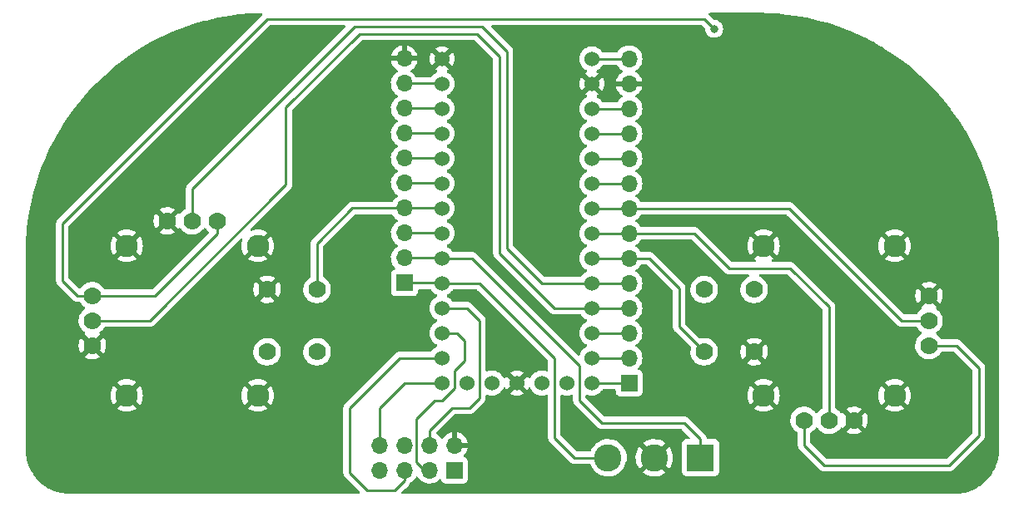
<source format=gbr>
%TF.GenerationSoftware,KiCad,Pcbnew,(6.0.2)*%
%TF.CreationDate,2024-05-20T16:03:30-05:00*%
%TF.ProjectId,Motorized-Commutator-Tx-PCB,4d6f746f-7269-47a6-9564-2d436f6d6d75,rev?*%
%TF.SameCoordinates,Original*%
%TF.FileFunction,Copper,L2,Bot*%
%TF.FilePolarity,Positive*%
%FSLAX46Y46*%
G04 Gerber Fmt 4.6, Leading zero omitted, Abs format (unit mm)*
G04 Created by KiCad (PCBNEW (6.0.2)) date 2024-05-20 16:03:30*
%MOMM*%
%LPD*%
G01*
G04 APERTURE LIST*
%TA.AperFunction,ComponentPad*%
%ADD10R,1.700000X1.700000*%
%TD*%
%TA.AperFunction,ComponentPad*%
%ADD11O,1.700000X1.700000*%
%TD*%
%TA.AperFunction,ComponentPad*%
%ADD12C,1.778000*%
%TD*%
%TA.AperFunction,ComponentPad*%
%ADD13C,2.286000*%
%TD*%
%TA.AperFunction,ComponentPad*%
%ADD14R,2.775000X2.775000*%
%TD*%
%TA.AperFunction,ComponentPad*%
%ADD15C,2.775000*%
%TD*%
%TA.AperFunction,ComponentPad*%
%ADD16C,1.530000*%
%TD*%
%TA.AperFunction,ViaPad*%
%ADD17C,0.800000*%
%TD*%
%TA.AperFunction,Conductor*%
%ADD18C,0.250000*%
%TD*%
G04 APERTURE END LIST*
D10*
%TO.P,J3,1,Pin_1*%
%TO.N,SCK*%
X138405000Y-138420000D03*
D11*
%TO.P,J3,2,Pin_2*%
%TO.N,Net-(J3-Pad2)*%
X138405000Y-135880000D03*
%TO.P,J3,3,Pin_3*%
%TO.N,Net-(J3-Pad3)*%
X138405000Y-133340000D03*
%TO.P,J3,4,Pin_4*%
%TO.N,LEFT_H*%
X138405000Y-130800000D03*
%TO.P,J3,5,Pin_5*%
%TO.N,LEFT_V*%
X138405000Y-128260000D03*
%TO.P,J3,6,Pin_6*%
%TO.N,RIGHT_B*%
X138405000Y-125720000D03*
%TO.P,J3,7,Pin_7*%
%TO.N,RIGHT_V*%
X138405000Y-123180000D03*
%TO.P,J3,8,Pin_8*%
%TO.N,RIGHT_H*%
X138405000Y-120640000D03*
%TO.P,J3,9,Pin_9*%
%TO.N,AUTO*%
X138405000Y-118100000D03*
%TO.P,J3,10,Pin_10*%
%TO.N,MANUAL*%
X138405000Y-115560000D03*
%TO.P,J3,11,Pin_11*%
%TO.N,Net-(J3-Pad11)*%
X138405000Y-113020000D03*
%TO.P,J3,12,Pin_12*%
%TO.N,Net-(J3-Pad12)*%
X138405000Y-110480000D03*
%TO.P,J3,13,Pin_13*%
%TO.N,GND*%
X138405000Y-107940000D03*
%TO.P,J3,14,Pin_14*%
%TO.N,+5V*%
X138405000Y-105400000D03*
%TD*%
D12*
%TO.P,U1,B1A,SEL+*%
%TO.N,LEFT_B*%
X106680000Y-128905000D03*
%TO.P,U1,B1B*%
%TO.N,N/C*%
X106680000Y-135255000D03*
%TO.P,U1,B2A,SEL-*%
%TO.N,GND*%
X101600000Y-128905000D03*
%TO.P,U1,B2B*%
%TO.N,N/C*%
X101600000Y-135255000D03*
%TO.P,U1,H1,H+*%
%TO.N,3.3V*%
X83820000Y-129540000D03*
%TO.P,U1,H2,H*%
%TO.N,LEFT_H*%
X83820000Y-132080000D03*
%TO.P,U1,H3,H-*%
%TO.N,GND*%
X83820000Y-134620000D03*
D13*
%TO.P,U1,S1,SHIELD*%
X100647500Y-124460000D03*
%TO.P,U1,S2,SHIELD*%
X87312500Y-124460000D03*
%TO.P,U1,S3,SHIELD*%
X87312500Y-139700000D03*
%TO.P,U1,S4,SHIELD*%
X100647500Y-139700000D03*
D12*
%TO.P,U1,V1,V+*%
%TO.N,3.3V*%
X96520000Y-121920000D03*
%TO.P,U1,V2,V*%
%TO.N,LEFT_V*%
X93980000Y-121920000D03*
%TO.P,U1,V3,V-*%
%TO.N,GND*%
X91440000Y-121920000D03*
%TD*%
D14*
%TO.P,S1,1*%
%TO.N,MANUAL_MODE*%
X145670000Y-146050000D03*
D15*
%TO.P,S1,2*%
%TO.N,GND*%
X140970000Y-146050000D03*
%TO.P,S1,3*%
%TO.N,AUTO_MODE*%
X136270000Y-146050000D03*
%TD*%
D10*
%TO.P,J1,1,Pin_1*%
%TO.N,3.3V*%
X120650000Y-147320000D03*
D11*
%TO.P,J1,2,Pin_2*%
%TO.N,GND*%
X120650000Y-144780000D03*
%TO.P,J1,3,Pin_3*%
%TO.N,CS*%
X118110000Y-147320000D03*
%TO.P,J1,4,Pin_4*%
%TO.N,CE*%
X118110000Y-144780000D03*
%TO.P,J1,5,Pin_5*%
%TO.N,MOSI*%
X115570000Y-147320000D03*
%TO.P,J1,6,Pin_6*%
%TO.N,SCK*%
X115570000Y-144780000D03*
%TO.P,J1,7,Pin_7*%
%TO.N,unconnected-(J1-Pad7)*%
X113030000Y-147320000D03*
%TO.P,J1,8,Pin_8*%
%TO.N,MISO*%
X113030000Y-144780000D03*
%TD*%
D10*
%TO.P,J2,1,Pin_1*%
%TO.N,AUTO_MODE*%
X115545000Y-128240000D03*
D11*
%TO.P,J2,2,Pin_2*%
%TO.N,MANUAL_MODE*%
X115545000Y-125700000D03*
%TO.P,J2,3,Pin_3*%
%TO.N,Net-(J2-Pad3)*%
X115545000Y-123160000D03*
%TO.P,J2,4,Pin_4*%
%TO.N,LEFT_B*%
X115545000Y-120620000D03*
%TO.P,J2,5,Pin_5*%
%TO.N,Net-(J2-Pad5)*%
X115545000Y-118080000D03*
%TO.P,J2,6,Pin_6*%
%TO.N,Net-(J2-Pad6)*%
X115545000Y-115540000D03*
%TO.P,J2,7,Pin_7*%
%TO.N,Net-(J2-Pad7)*%
X115545000Y-113000000D03*
%TO.P,J2,8,Pin_8*%
%TO.N,Net-(J2-Pad8)*%
X115545000Y-110460000D03*
%TO.P,J2,9,Pin_9*%
%TO.N,Net-(J2-Pad9)*%
X115545000Y-107920000D03*
%TO.P,J2,10,Pin_10*%
%TO.N,GND*%
X115545000Y-105380000D03*
%TD*%
D16*
%TO.P,U2,0,0*%
%TO.N,Net-(J2-Pad9)*%
X119380000Y-107950000D03*
%TO.P,U2,1,1*%
%TO.N,Net-(J2-Pad8)*%
X119380000Y-110490000D03*
%TO.P,U2,2,2*%
%TO.N,Net-(J2-Pad7)*%
X119380000Y-113030000D03*
%TO.P,U2,3,3*%
%TO.N,Net-(J2-Pad6)*%
X119380000Y-115570000D03*
%TO.P,U2,3.3V_1,3.3V_1*%
%TO.N,unconnected-(U2-Pad3.3V_1)*%
X124460000Y-138430000D03*
%TO.P,U2,3.3V_2,3.3V_2*%
%TO.N,Net-(J3-Pad12)*%
X134620000Y-110490000D03*
%TO.P,U2,4,4*%
%TO.N,Net-(J2-Pad5)*%
X119380000Y-118110000D03*
%TO.P,U2,5,5*%
%TO.N,LEFT_B*%
X119380000Y-120650000D03*
%TO.P,U2,6,6*%
%TO.N,Net-(J2-Pad3)*%
X119380000Y-123190000D03*
%TO.P,U2,7,7*%
%TO.N,MANUAL_MODE*%
X119380000Y-125730000D03*
%TO.P,U2,8,8*%
%TO.N,AUTO_MODE*%
X119380000Y-128270000D03*
%TO.P,U2,9,9*%
%TO.N,CE*%
X119380000Y-130810000D03*
%TO.P,U2,10,10*%
%TO.N,CS*%
X119380000Y-133350000D03*
%TO.P,U2,11,11*%
%TO.N,MOSI*%
X119380000Y-135890000D03*
%TO.P,U2,12,12*%
%TO.N,MISO*%
X119380000Y-138430000D03*
%TO.P,U2,13,13*%
%TO.N,SCK*%
X134620000Y-138430000D03*
%TO.P,U2,14,14*%
%TO.N,Net-(J3-Pad2)*%
X134620000Y-135890000D03*
%TO.P,U2,15,15*%
%TO.N,Net-(J3-Pad3)*%
X134620000Y-133350000D03*
%TO.P,U2,16,16*%
%TO.N,LEFT_H*%
X134620000Y-130810000D03*
%TO.P,U2,17,17*%
%TO.N,LEFT_V*%
X134620000Y-128270000D03*
%TO.P,U2,18,18*%
%TO.N,RIGHT_B*%
X134620000Y-125730000D03*
%TO.P,U2,19,19*%
%TO.N,RIGHT_V*%
X134620000Y-123190000D03*
%TO.P,U2,20,20*%
%TO.N,RIGHT_H*%
X134620000Y-120650000D03*
%TO.P,U2,21,21*%
%TO.N,AUTO*%
X134620000Y-118110000D03*
%TO.P,U2,22,22*%
%TO.N,MANUAL*%
X134620000Y-115570000D03*
%TO.P,U2,23,23*%
%TO.N,Net-(J3-Pad11)*%
X134620000Y-113030000D03*
%TO.P,U2,G1,G1*%
%TO.N,GND*%
X119380000Y-105410000D03*
%TO.P,U2,G2,G2*%
X127000000Y-138430000D03*
%TO.P,U2,G3,G3*%
X134620000Y-107950000D03*
%TO.P,U2,ON-OFF,ON/OFF*%
%TO.N,unconnected-(U2-PadON-OFF)*%
X132080000Y-138430000D03*
%TO.P,U2,PGM,PROGRAM*%
%TO.N,unconnected-(U2-PadPGM)*%
X129540000Y-138430000D03*
%TO.P,U2,VBAT,VBAT*%
%TO.N,unconnected-(U2-PadVBAT)*%
X121920000Y-138430000D03*
%TO.P,U2,VIN,VIN*%
%TO.N,+5V*%
X134620000Y-105410000D03*
%TD*%
D12*
%TO.P,U4,B1A,SEL+*%
%TO.N,RIGHT_B*%
X146050000Y-135255000D03*
%TO.P,U4,B1B*%
%TO.N,N/C*%
X146050000Y-128905000D03*
%TO.P,U4,B2A,SEL-*%
%TO.N,GND*%
X151130000Y-135255000D03*
%TO.P,U4,B2B*%
%TO.N,N/C*%
X151130000Y-128905000D03*
%TO.P,U4,H1,H+*%
%TO.N,3.3V*%
X168910000Y-134620000D03*
%TO.P,U4,H2,H*%
%TO.N,RIGHT_H*%
X168910000Y-132080000D03*
%TO.P,U4,H3,H-*%
%TO.N,GND*%
X168910000Y-129540000D03*
D13*
%TO.P,U4,S1,SHIELD*%
X152082500Y-139700000D03*
%TO.P,U4,S2,SHIELD*%
X165417500Y-139700000D03*
%TO.P,U4,S3,SHIELD*%
X165417500Y-124460000D03*
%TO.P,U4,S4,SHIELD*%
X152082500Y-124460000D03*
D12*
%TO.P,U4,V1,V+*%
%TO.N,3.3V*%
X156210000Y-142240000D03*
%TO.P,U4,V2,V*%
%TO.N,RIGHT_V*%
X158750000Y-142240000D03*
%TO.P,U4,V3,V-*%
%TO.N,GND*%
X161290000Y-142240000D03*
%TD*%
D17*
%TO.N,GND*%
X141732000Y-104140000D03*
%TO.N,3.3V*%
X147066000Y-102362000D03*
%TD*%
D18*
%TO.N,3.3V*%
X80772000Y-128016000D02*
X82296000Y-129540000D01*
X80772000Y-122174000D02*
X80772000Y-128016000D01*
X146050000Y-101346000D02*
X101600000Y-101346000D01*
X147066000Y-102362000D02*
X146050000Y-101346000D01*
X101600000Y-101346000D02*
X80772000Y-122174000D01*
X82296000Y-129540000D02*
X83820000Y-129540000D01*
%TO.N,MANUAL_MODE*%
X144018000Y-142494000D02*
X145670000Y-144146000D01*
X145670000Y-144146000D02*
X145670000Y-146050000D01*
X135636000Y-142494000D02*
X144018000Y-142494000D01*
X133350000Y-140208000D02*
X135636000Y-142494000D01*
X122428000Y-125730000D02*
X133350000Y-136652000D01*
X133350000Y-136652000D02*
X133350000Y-140208000D01*
X119380000Y-125730000D02*
X122428000Y-125730000D01*
%TO.N,AUTO_MODE*%
X132842000Y-146050000D02*
X136270000Y-146050000D01*
X130810000Y-144018000D02*
X132842000Y-146050000D01*
X130810000Y-135890000D02*
X130810000Y-144018000D01*
X119380000Y-128270000D02*
X123190000Y-128270000D01*
X123190000Y-128270000D02*
X130810000Y-135890000D01*
%TO.N,LEFT_H*%
X103505000Y-110363000D02*
X103505000Y-118237000D01*
X110998000Y-102870000D02*
X103505000Y-110363000D01*
X122936000Y-102870000D02*
X110998000Y-102870000D01*
X125222000Y-105156000D02*
X122936000Y-102870000D01*
X125222000Y-125222000D02*
X125222000Y-105156000D01*
X130810000Y-130810000D02*
X125222000Y-125222000D01*
X134620000Y-130810000D02*
X130810000Y-130810000D01*
X89662000Y-132080000D02*
X103505000Y-118237000D01*
%TO.N,LEFT_V*%
X110490000Y-102108000D02*
X93980000Y-118618000D01*
X125984000Y-104648000D02*
X123444000Y-102108000D01*
X125984000Y-124714000D02*
X125984000Y-104648000D01*
X129540000Y-128270000D02*
X125984000Y-124714000D01*
X93980000Y-118618000D02*
X93980000Y-121920000D01*
X134620000Y-128270000D02*
X129540000Y-128270000D01*
X123444000Y-102108000D02*
X110490000Y-102108000D01*
%TO.N,+5V*%
X138395000Y-105410000D02*
X138405000Y-105400000D01*
X134620000Y-105410000D02*
X138395000Y-105410000D01*
%TO.N,3.3V*%
X173990000Y-143764000D02*
X173990000Y-136906000D01*
X83820000Y-129540000D02*
X90170000Y-129540000D01*
X170942000Y-146812000D02*
X173990000Y-143764000D01*
X156210000Y-142240000D02*
X156210000Y-144780000D01*
X96520000Y-123190000D02*
X96520000Y-121920000D01*
X90170000Y-129540000D02*
X96520000Y-123190000D01*
X171704000Y-134620000D02*
X168910000Y-134620000D01*
X158242000Y-146812000D02*
X170942000Y-146812000D01*
X173990000Y-136906000D02*
X171704000Y-134620000D01*
X156210000Y-144780000D02*
X158242000Y-146812000D01*
%TO.N,MANUAL*%
X138395000Y-115570000D02*
X138405000Y-115560000D01*
X134620000Y-115570000D02*
X138395000Y-115570000D01*
%TO.N,AUTO*%
X134620000Y-118110000D02*
X138395000Y-118110000D01*
X138395000Y-118110000D02*
X138405000Y-118100000D01*
%TO.N,CS*%
X121666000Y-134112000D02*
X120904000Y-133350000D01*
X120650000Y-137160000D02*
X121666000Y-136144000D01*
X120650000Y-138938000D02*
X120650000Y-137160000D01*
X117602000Y-147320000D02*
X116744511Y-146462511D01*
X116744511Y-142081489D02*
X118618000Y-140208000D01*
X118618000Y-140208000D02*
X119380000Y-140208000D01*
X116744511Y-146462511D02*
X116744511Y-142081489D01*
X121666000Y-136144000D02*
X121666000Y-134112000D01*
X120904000Y-133350000D02*
X119380000Y-133350000D01*
X119380000Y-140208000D02*
X120650000Y-138938000D01*
X118110000Y-147320000D02*
X117602000Y-147320000D01*
%TO.N,CE*%
X121920000Y-130810000D02*
X119380000Y-130810000D01*
X120396000Y-140970000D02*
X122174000Y-140970000D01*
X123190000Y-139954000D02*
X123190000Y-132080000D01*
X122174000Y-140970000D02*
X123190000Y-139954000D01*
X118110000Y-144780000D02*
X118110000Y-143256000D01*
X118110000Y-143256000D02*
X120396000Y-140970000D01*
X123190000Y-132080000D02*
X121920000Y-130810000D01*
%TO.N,MOSI*%
X114554000Y-149352000D02*
X115570000Y-148336000D01*
X115062000Y-135890000D02*
X109982000Y-140970000D01*
X109982000Y-147574000D02*
X111760000Y-149352000D01*
X115570000Y-148336000D02*
X115570000Y-147320000D01*
X111760000Y-149352000D02*
X114554000Y-149352000D01*
X119380000Y-135890000D02*
X115062000Y-135890000D01*
X109982000Y-140970000D02*
X109982000Y-147574000D01*
%TO.N,SCK*%
X138405000Y-138420000D02*
X134630000Y-138420000D01*
X134630000Y-138420000D02*
X134620000Y-138430000D01*
%TO.N,MISO*%
X115570000Y-138430000D02*
X119380000Y-138430000D01*
X113030000Y-140970000D02*
X115570000Y-138430000D01*
X113030000Y-144780000D02*
X113030000Y-140970000D01*
%TO.N,AUTO_MODE*%
X119350000Y-128240000D02*
X119380000Y-128270000D01*
X115545000Y-128240000D02*
X119350000Y-128240000D01*
%TO.N,MANUAL_MODE*%
X119350000Y-125700000D02*
X119380000Y-125730000D01*
X115545000Y-125700000D02*
X119350000Y-125700000D01*
%TO.N,Net-(J2-Pad3)*%
X115545000Y-123160000D02*
X119350000Y-123160000D01*
X119350000Y-123160000D02*
X119380000Y-123190000D01*
%TO.N,LEFT_B*%
X115545000Y-120620000D02*
X119350000Y-120620000D01*
X110266000Y-120620000D02*
X115545000Y-120620000D01*
X119350000Y-120620000D02*
X119380000Y-120650000D01*
X106680000Y-128905000D02*
X106680000Y-124206000D01*
X106680000Y-124206000D02*
X110266000Y-120620000D01*
%TO.N,Net-(J2-Pad5)*%
X119350000Y-118080000D02*
X119380000Y-118110000D01*
X115545000Y-118080000D02*
X119350000Y-118080000D01*
%TO.N,LEFT_H*%
X83820000Y-132080000D02*
X89662000Y-132080000D01*
%TO.N,Net-(J2-Pad6)*%
X115545000Y-115540000D02*
X119350000Y-115540000D01*
X119350000Y-115540000D02*
X119380000Y-115570000D01*
%TO.N,Net-(J2-Pad7)*%
X119350000Y-113000000D02*
X119380000Y-113030000D01*
X115545000Y-113000000D02*
X119350000Y-113000000D01*
%TO.N,Net-(J2-Pad8)*%
X119350000Y-110460000D02*
X119380000Y-110490000D01*
X115545000Y-110460000D02*
X119350000Y-110460000D01*
%TO.N,Net-(J2-Pad9)*%
X115545000Y-107920000D02*
X119350000Y-107920000D01*
X119350000Y-107920000D02*
X119380000Y-107950000D01*
%TO.N,LEFT_H*%
X134620000Y-130810000D02*
X138395000Y-130810000D01*
X138395000Y-130810000D02*
X138405000Y-130800000D01*
%TO.N,LEFT_V*%
X134620000Y-128270000D02*
X138395000Y-128270000D01*
X138395000Y-128270000D02*
X138405000Y-128260000D01*
%TO.N,RIGHT_V*%
X138395000Y-123190000D02*
X138405000Y-123180000D01*
X154798978Y-126746000D02*
X158750000Y-130697022D01*
X134620000Y-123190000D02*
X138395000Y-123190000D01*
X158750000Y-130697022D02*
X158750000Y-142240000D01*
X138405000Y-123180000D02*
X145024000Y-123180000D01*
X148590000Y-126746000D02*
X154798978Y-126746000D01*
X145024000Y-123180000D02*
X148590000Y-126746000D01*
%TO.N,RIGHT_H*%
X138405000Y-120640000D02*
X154676000Y-120640000D01*
X138395000Y-120650000D02*
X138405000Y-120640000D01*
X166116000Y-132080000D02*
X168910000Y-132080000D01*
X134620000Y-120650000D02*
X138395000Y-120650000D01*
X154676000Y-120640000D02*
X166116000Y-132080000D01*
%TO.N,RIGHT_B*%
X143510000Y-128778000D02*
X143510000Y-132715000D01*
X143510000Y-132715000D02*
X146050000Y-135255000D01*
X138395000Y-125730000D02*
X138405000Y-125720000D01*
X134620000Y-125730000D02*
X138395000Y-125730000D01*
X138405000Y-125720000D02*
X140452000Y-125720000D01*
X140452000Y-125720000D02*
X143510000Y-128778000D01*
%TO.N,Net-(J3-Pad2)*%
X134620000Y-135890000D02*
X138395000Y-135890000D01*
X138395000Y-135890000D02*
X138405000Y-135880000D01*
%TO.N,Net-(J3-Pad3)*%
X138395000Y-133350000D02*
X138405000Y-133340000D01*
X134620000Y-133350000D02*
X138395000Y-133350000D01*
%TO.N,Net-(J3-Pad11)*%
X134620000Y-113030000D02*
X138395000Y-113030000D01*
X138395000Y-113030000D02*
X138405000Y-113020000D01*
%TO.N,Net-(J3-Pad12)*%
X138395000Y-110490000D02*
X138405000Y-110480000D01*
X134620000Y-110490000D02*
X138395000Y-110490000D01*
%TD*%
%TA.AperFunction,Conductor*%
%TO.N,GND*%
G36*
X101067782Y-100761858D02*
G01*
X101115616Y-100814321D01*
X101127493Y-100884317D01*
X101099642Y-100949623D01*
X101091457Y-100958639D01*
X90734481Y-111315614D01*
X80379747Y-121670348D01*
X80371461Y-121677888D01*
X80364982Y-121682000D01*
X80359557Y-121687777D01*
X80318357Y-121731651D01*
X80315602Y-121734493D01*
X80295865Y-121754230D01*
X80293385Y-121757427D01*
X80285682Y-121766447D01*
X80255414Y-121798679D01*
X80251595Y-121805625D01*
X80251593Y-121805628D01*
X80245652Y-121816434D01*
X80234801Y-121832953D01*
X80222386Y-121848959D01*
X80219241Y-121856228D01*
X80219238Y-121856232D01*
X80204826Y-121889537D01*
X80199609Y-121900187D01*
X80178305Y-121938940D01*
X80176334Y-121946615D01*
X80176334Y-121946616D01*
X80173267Y-121958562D01*
X80166863Y-121977266D01*
X80162531Y-121987278D01*
X80158819Y-121995855D01*
X80157580Y-122003678D01*
X80157577Y-122003688D01*
X80151901Y-122039524D01*
X80149495Y-122051144D01*
X80141341Y-122082903D01*
X80138500Y-122093970D01*
X80138500Y-122114224D01*
X80136949Y-122133934D01*
X80133780Y-122153943D01*
X80134526Y-122161835D01*
X80137941Y-122197961D01*
X80138500Y-122209819D01*
X80138500Y-127937233D01*
X80137973Y-127948416D01*
X80136298Y-127955909D01*
X80136547Y-127963835D01*
X80136547Y-127963836D01*
X80138438Y-128023986D01*
X80138500Y-128027945D01*
X80138500Y-128055856D01*
X80138997Y-128059790D01*
X80138997Y-128059791D01*
X80139005Y-128059856D01*
X80139938Y-128071693D01*
X80141327Y-128115889D01*
X80145228Y-128129315D01*
X80146978Y-128135339D01*
X80150987Y-128154700D01*
X80153526Y-128174797D01*
X80156445Y-128182168D01*
X80156445Y-128182170D01*
X80169804Y-128215912D01*
X80173649Y-128227142D01*
X80183195Y-128260000D01*
X80185982Y-128269593D01*
X80190015Y-128276412D01*
X80190017Y-128276417D01*
X80196293Y-128287028D01*
X80204988Y-128304776D01*
X80212448Y-128323617D01*
X80217110Y-128330033D01*
X80217110Y-128330034D01*
X80238436Y-128359387D01*
X80244952Y-128369307D01*
X80255202Y-128386638D01*
X80267458Y-128407362D01*
X80281779Y-128421683D01*
X80294619Y-128436716D01*
X80306528Y-128453107D01*
X80327411Y-128470383D01*
X80340605Y-128481298D01*
X80349384Y-128489288D01*
X81792343Y-129932247D01*
X81799887Y-129940537D01*
X81804000Y-129947018D01*
X81809777Y-129952443D01*
X81853667Y-129993658D01*
X81856509Y-129996413D01*
X81876230Y-130016134D01*
X81879425Y-130018612D01*
X81888447Y-130026318D01*
X81920679Y-130056586D01*
X81927628Y-130060406D01*
X81938432Y-130066346D01*
X81954956Y-130077199D01*
X81970959Y-130089613D01*
X82011543Y-130107176D01*
X82022173Y-130112383D01*
X82060940Y-130133695D01*
X82068617Y-130135666D01*
X82068622Y-130135668D01*
X82080558Y-130138732D01*
X82099266Y-130145137D01*
X82117855Y-130153181D01*
X82125680Y-130154420D01*
X82125682Y-130154421D01*
X82161519Y-130160097D01*
X82173140Y-130162504D01*
X82208079Y-130171474D01*
X82215970Y-130173500D01*
X82236231Y-130173500D01*
X82255940Y-130175051D01*
X82275943Y-130178219D01*
X82283835Y-130177473D01*
X82289062Y-130176979D01*
X82319954Y-130174059D01*
X82331811Y-130173500D01*
X82498532Y-130173500D01*
X82566653Y-130193502D01*
X82605964Y-130233665D01*
X82646645Y-130300049D01*
X82688408Y-130368200D01*
X82838869Y-130541898D01*
X82842844Y-130545198D01*
X82842847Y-130545201D01*
X82870497Y-130568156D01*
X83015679Y-130688689D01*
X83020143Y-130691297D01*
X83020145Y-130691299D01*
X83037352Y-130701354D01*
X83086075Y-130752994D01*
X83099145Y-130822777D01*
X83072412Y-130888548D01*
X83049433Y-130910901D01*
X82915292Y-131011617D01*
X82888983Y-131031370D01*
X82730216Y-131197510D01*
X82727302Y-131201782D01*
X82727301Y-131201783D01*
X82714483Y-131220574D01*
X82600716Y-131387350D01*
X82503961Y-131595792D01*
X82442548Y-131817237D01*
X82418129Y-132045739D01*
X82418426Y-132050892D01*
X82418426Y-132050895D01*
X82419467Y-132068944D01*
X82431357Y-132275161D01*
X82432492Y-132280198D01*
X82432493Y-132280204D01*
X82471343Y-132452595D01*
X82481878Y-132499342D01*
X82568336Y-132712261D01*
X82571033Y-132716662D01*
X82571034Y-132716664D01*
X82608378Y-132777604D01*
X82688408Y-132908200D01*
X82838869Y-133081898D01*
X82842844Y-133085198D01*
X82842847Y-133085201D01*
X82887801Y-133122522D01*
X83015679Y-133228689D01*
X83020140Y-133231296D01*
X83020146Y-133231300D01*
X83031374Y-133237861D01*
X83037818Y-133241626D01*
X83086542Y-133293262D01*
X83099614Y-133363045D01*
X83072884Y-133428818D01*
X83049903Y-133451174D01*
X83041819Y-133457244D01*
X83033365Y-133468570D01*
X83040108Y-133480897D01*
X83807189Y-134247979D01*
X83821132Y-134255592D01*
X83822966Y-134255461D01*
X83829580Y-134251210D01*
X84601162Y-133479627D01*
X84608179Y-133466776D01*
X84600405Y-133456107D01*
X84599792Y-133455623D01*
X84596037Y-133453128D01*
X84550363Y-133398773D01*
X84541327Y-133328354D01*
X84571796Y-133264228D01*
X84592589Y-133245598D01*
X84720908Y-133154069D01*
X84720918Y-133154060D01*
X84725119Y-133151064D01*
X84742751Y-133133494D01*
X84818120Y-133058387D01*
X84887898Y-132988852D01*
X84968510Y-132876669D01*
X85018979Y-132806433D01*
X85021997Y-132802233D01*
X85031169Y-132783675D01*
X85079282Y-132731467D01*
X85144127Y-132713500D01*
X89583233Y-132713500D01*
X89594416Y-132714027D01*
X89601909Y-132715702D01*
X89609835Y-132715453D01*
X89609836Y-132715453D01*
X89669986Y-132713562D01*
X89673945Y-132713500D01*
X89701856Y-132713500D01*
X89705791Y-132713003D01*
X89705856Y-132712995D01*
X89717693Y-132712062D01*
X89749951Y-132711048D01*
X89753970Y-132710922D01*
X89761889Y-132710673D01*
X89781343Y-132705021D01*
X89800700Y-132701013D01*
X89812930Y-132699468D01*
X89812931Y-132699468D01*
X89820797Y-132698474D01*
X89828168Y-132695555D01*
X89828170Y-132695555D01*
X89861912Y-132682196D01*
X89873142Y-132678351D01*
X89907983Y-132668229D01*
X89907984Y-132668229D01*
X89915593Y-132666018D01*
X89922412Y-132661985D01*
X89922417Y-132661983D01*
X89933028Y-132655707D01*
X89950776Y-132647012D01*
X89969617Y-132639552D01*
X89989987Y-132624753D01*
X90005387Y-132613564D01*
X90015307Y-132607048D01*
X90046535Y-132588580D01*
X90046538Y-132588578D01*
X90053362Y-132584542D01*
X90067683Y-132570221D01*
X90082717Y-132557380D01*
X90084432Y-132556134D01*
X90099107Y-132545472D01*
X90127298Y-132511395D01*
X90135288Y-132502616D01*
X92579539Y-130058365D01*
X100811464Y-130058365D01*
X100816745Y-130065420D01*
X100989846Y-130166571D01*
X100999132Y-130171021D01*
X101204083Y-130249283D01*
X101213981Y-130252159D01*
X101428962Y-130295897D01*
X101439190Y-130297116D01*
X101658425Y-130305156D01*
X101668711Y-130304689D01*
X101886320Y-130276813D01*
X101896398Y-130274671D01*
X102106527Y-130211629D01*
X102116125Y-130207868D01*
X102313138Y-130111352D01*
X102321983Y-130106079D01*
X102377209Y-130066686D01*
X102385609Y-130055987D01*
X102378622Y-130042833D01*
X101612811Y-129277021D01*
X101598868Y-129269408D01*
X101597034Y-129269539D01*
X101590420Y-129273790D01*
X100818221Y-130045990D01*
X100811464Y-130058365D01*
X92579539Y-130058365D01*
X93761997Y-128875907D01*
X100198927Y-128875907D01*
X100211557Y-129094932D01*
X100212990Y-129105134D01*
X100261219Y-129319143D01*
X100264302Y-129328983D01*
X100346837Y-129532240D01*
X100351490Y-129541451D01*
X100438098Y-129682780D01*
X100448555Y-129692241D01*
X100457331Y-129688458D01*
X101227979Y-128917811D01*
X101234356Y-128906132D01*
X101964408Y-128906132D01*
X101964539Y-128907966D01*
X101968790Y-128914580D01*
X102738425Y-129684214D01*
X102750431Y-129690770D01*
X102762170Y-129681802D01*
X102798549Y-129631174D01*
X102803860Y-129622335D01*
X102901056Y-129425675D01*
X102904854Y-129416082D01*
X102968628Y-129206177D01*
X102970805Y-129196107D01*
X102999677Y-128976799D01*
X103000196Y-128970124D01*
X103001706Y-128908364D01*
X103001512Y-128901646D01*
X102983389Y-128681203D01*
X102981706Y-128671041D01*
X102928261Y-128458263D01*
X102924943Y-128448516D01*
X102837462Y-128247323D01*
X102832595Y-128238246D01*
X102761268Y-128127993D01*
X102750582Y-128118791D01*
X102741017Y-128123194D01*
X101972021Y-128892189D01*
X101964408Y-128906132D01*
X101234356Y-128906132D01*
X101235592Y-128903868D01*
X101235461Y-128902034D01*
X101231210Y-128895420D01*
X100461778Y-128125989D01*
X100450246Y-128119692D01*
X100437964Y-128129315D01*
X100384064Y-128208329D01*
X100378976Y-128217285D01*
X100286611Y-128416270D01*
X100283048Y-128425957D01*
X100224424Y-128637347D01*
X100222493Y-128647468D01*
X100199178Y-128865619D01*
X100198927Y-128875907D01*
X93761997Y-128875907D01*
X94884334Y-127753570D01*
X100813365Y-127753570D01*
X100820108Y-127765897D01*
X101587189Y-128532979D01*
X101601132Y-128540592D01*
X101602966Y-128540461D01*
X101609580Y-128536210D01*
X102381162Y-127764627D01*
X102388179Y-127751776D01*
X102380405Y-127741107D01*
X102379796Y-127740625D01*
X102371210Y-127734921D01*
X102179151Y-127628900D01*
X102169752Y-127624675D01*
X101962950Y-127551443D01*
X101952993Y-127548813D01*
X101737008Y-127510339D01*
X101726757Y-127509370D01*
X101507386Y-127506690D01*
X101497102Y-127507410D01*
X101280251Y-127540592D01*
X101270224Y-127542981D01*
X101061704Y-127611135D01*
X101052195Y-127615132D01*
X100857603Y-127716431D01*
X100848890Y-127721918D01*
X100821819Y-127742244D01*
X100813365Y-127753570D01*
X94884334Y-127753570D01*
X96840667Y-125797237D01*
X99675617Y-125797237D01*
X99679939Y-125803416D01*
X99891424Y-125933014D01*
X99900218Y-125937495D01*
X100131162Y-126033155D01*
X100140547Y-126036204D01*
X100383615Y-126094561D01*
X100393362Y-126096104D01*
X100642570Y-126115717D01*
X100652430Y-126115717D01*
X100901638Y-126096104D01*
X100911385Y-126094561D01*
X101154453Y-126036204D01*
X101163838Y-126033155D01*
X101394782Y-125937495D01*
X101403576Y-125933014D01*
X101613628Y-125804294D01*
X101619456Y-125795365D01*
X101613452Y-125785163D01*
X100660311Y-124832021D01*
X100646368Y-124824408D01*
X100644534Y-124824539D01*
X100637920Y-124828790D01*
X99683006Y-125783705D01*
X99675617Y-125797237D01*
X96840667Y-125797237D01*
X98895207Y-123742697D01*
X98957519Y-123708671D01*
X99028334Y-123713736D01*
X99085170Y-123756283D01*
X99109981Y-123822803D01*
X99100711Y-123880011D01*
X99074344Y-123943667D01*
X99071296Y-123953047D01*
X99012939Y-124196115D01*
X99011396Y-124205862D01*
X98991783Y-124455070D01*
X98991783Y-124464930D01*
X99011396Y-124714138D01*
X99012939Y-124723885D01*
X99071296Y-124966953D01*
X99074345Y-124976338D01*
X99170005Y-125207282D01*
X99174486Y-125216076D01*
X99303206Y-125426128D01*
X99312135Y-125431956D01*
X99322339Y-125425950D01*
X100287158Y-124461132D01*
X101011908Y-124461132D01*
X101012039Y-124462966D01*
X101016290Y-124469580D01*
X101971205Y-125424494D01*
X101984737Y-125431883D01*
X101990916Y-125427561D01*
X102120514Y-125216076D01*
X102124995Y-125207282D01*
X102220655Y-124976338D01*
X102223704Y-124966953D01*
X102282061Y-124723885D01*
X102283604Y-124714138D01*
X102303217Y-124464930D01*
X102303217Y-124455070D01*
X102283604Y-124205862D01*
X102282061Y-124196115D01*
X102223704Y-123953047D01*
X102220655Y-123943662D01*
X102124995Y-123712718D01*
X102120514Y-123703924D01*
X101991794Y-123493872D01*
X101982865Y-123488044D01*
X101972663Y-123494048D01*
X101019521Y-124447189D01*
X101011908Y-124461132D01*
X100287158Y-124461132D01*
X100647500Y-124100790D01*
X101611992Y-123136297D01*
X101619383Y-123122762D01*
X101615060Y-123116583D01*
X101403576Y-122986986D01*
X101394782Y-122982505D01*
X101163838Y-122886845D01*
X101154453Y-122883796D01*
X100911385Y-122825439D01*
X100901638Y-122823896D01*
X100652430Y-122804283D01*
X100642570Y-122804283D01*
X100393362Y-122823896D01*
X100383615Y-122825439D01*
X100140547Y-122883796D01*
X100131167Y-122886844D01*
X100067511Y-122913211D01*
X99996921Y-122920800D01*
X99933434Y-122889021D01*
X99897206Y-122827963D01*
X99899740Y-122757012D01*
X99930197Y-122707707D01*
X103897247Y-118740657D01*
X103905537Y-118733113D01*
X103912018Y-118729000D01*
X103958659Y-118679332D01*
X103961413Y-118676491D01*
X103981134Y-118656770D01*
X103983612Y-118653575D01*
X103991318Y-118644553D01*
X104016158Y-118618101D01*
X104021586Y-118612321D01*
X104029490Y-118597943D01*
X104031346Y-118594568D01*
X104042199Y-118578045D01*
X104049753Y-118568306D01*
X104054613Y-118562041D01*
X104072176Y-118521457D01*
X104077383Y-118510827D01*
X104098695Y-118472060D01*
X104100666Y-118464383D01*
X104100668Y-118464378D01*
X104103732Y-118452442D01*
X104110138Y-118433730D01*
X104115034Y-118422417D01*
X104118181Y-118415145D01*
X104122470Y-118388069D01*
X104125097Y-118371481D01*
X104127504Y-118359860D01*
X104136528Y-118324711D01*
X104136528Y-118324710D01*
X104138500Y-118317030D01*
X104138500Y-118296769D01*
X104140051Y-118277058D01*
X104141979Y-118264885D01*
X104143219Y-118257057D01*
X104139059Y-118213046D01*
X104138500Y-118201189D01*
X104138500Y-110677594D01*
X104158502Y-110609473D01*
X104175405Y-110588499D01*
X109348429Y-105415475D01*
X118102616Y-105415475D01*
X118121072Y-105626419D01*
X118122975Y-105637214D01*
X118177779Y-105841745D01*
X118181525Y-105852037D01*
X118271012Y-106043944D01*
X118276495Y-106053439D01*
X118307640Y-106097919D01*
X118318117Y-106106294D01*
X118331564Y-106099226D01*
X119007978Y-105422812D01*
X119014356Y-105411132D01*
X119744408Y-105411132D01*
X119744539Y-105412965D01*
X119748790Y-105419580D01*
X120429157Y-106099947D01*
X120440932Y-106106377D01*
X120452947Y-106097081D01*
X120483505Y-106053439D01*
X120488988Y-106043944D01*
X120578475Y-105852037D01*
X120582221Y-105841745D01*
X120637025Y-105637214D01*
X120638928Y-105626419D01*
X120657384Y-105415475D01*
X120657384Y-105404525D01*
X120638928Y-105193581D01*
X120637025Y-105182786D01*
X120582221Y-104978255D01*
X120578475Y-104967963D01*
X120488988Y-104776056D01*
X120483505Y-104766561D01*
X120452360Y-104722081D01*
X120441883Y-104713706D01*
X120428436Y-104720774D01*
X119752022Y-105397188D01*
X119744408Y-105411132D01*
X119014356Y-105411132D01*
X119015592Y-105408868D01*
X119015461Y-105407035D01*
X119011210Y-105400420D01*
X118330843Y-104720053D01*
X118319068Y-104713623D01*
X118307053Y-104722919D01*
X118276495Y-104766561D01*
X118271012Y-104776056D01*
X118181525Y-104967963D01*
X118177779Y-104978255D01*
X118122975Y-105182786D01*
X118121072Y-105193581D01*
X118102616Y-105404525D01*
X118102616Y-105415475D01*
X109348429Y-105415475D01*
X109649721Y-105114183D01*
X114209389Y-105114183D01*
X114210912Y-105122607D01*
X114223292Y-105126000D01*
X115272885Y-105126000D01*
X115288124Y-105121525D01*
X115289329Y-105120135D01*
X115291000Y-105112452D01*
X115291000Y-105107885D01*
X115799000Y-105107885D01*
X115803475Y-105123124D01*
X115804865Y-105124329D01*
X115812548Y-105126000D01*
X116863344Y-105126000D01*
X116876875Y-105122027D01*
X116878180Y-105112947D01*
X116836214Y-104945875D01*
X116832894Y-104936124D01*
X116747972Y-104740814D01*
X116743105Y-104731739D01*
X116627426Y-104552926D01*
X116621136Y-104544757D01*
X116477806Y-104387240D01*
X116470273Y-104380215D01*
X116429629Y-104348117D01*
X118683706Y-104348117D01*
X118690774Y-104361564D01*
X119367188Y-105037978D01*
X119381132Y-105045592D01*
X119382965Y-105045461D01*
X119389580Y-105041210D01*
X120069947Y-104360843D01*
X120076377Y-104349068D01*
X120067084Y-104337055D01*
X120023431Y-104306488D01*
X120013953Y-104301016D01*
X119822038Y-104211525D01*
X119811745Y-104207779D01*
X119607214Y-104152975D01*
X119596419Y-104151072D01*
X119385475Y-104132616D01*
X119374525Y-104132616D01*
X119163581Y-104151072D01*
X119152786Y-104152975D01*
X118948255Y-104207779D01*
X118937963Y-104211525D01*
X118746056Y-104301012D01*
X118736561Y-104306495D01*
X118692081Y-104337640D01*
X118683706Y-104348117D01*
X116429629Y-104348117D01*
X116303139Y-104248222D01*
X116294552Y-104242517D01*
X116108117Y-104139599D01*
X116098705Y-104135369D01*
X115897959Y-104064280D01*
X115887988Y-104061646D01*
X115816837Y-104048972D01*
X115803540Y-104050432D01*
X115799000Y-104064989D01*
X115799000Y-105107885D01*
X115291000Y-105107885D01*
X115291000Y-104063102D01*
X115287082Y-104049758D01*
X115272806Y-104047771D01*
X115234324Y-104053660D01*
X115224288Y-104056051D01*
X115021868Y-104122212D01*
X115012359Y-104126209D01*
X114823463Y-104224542D01*
X114814738Y-104230036D01*
X114644433Y-104357905D01*
X114636726Y-104364748D01*
X114489590Y-104518717D01*
X114483104Y-104526727D01*
X114363098Y-104702649D01*
X114358000Y-104711623D01*
X114268338Y-104904783D01*
X114264775Y-104914470D01*
X114209389Y-105114183D01*
X109649721Y-105114183D01*
X111223499Y-103540405D01*
X111285811Y-103506379D01*
X111312594Y-103503500D01*
X122621406Y-103503500D01*
X122689527Y-103523502D01*
X122710501Y-103540405D01*
X124551595Y-105381499D01*
X124585621Y-105443811D01*
X124588500Y-105470594D01*
X124588500Y-125143233D01*
X124587973Y-125154416D01*
X124586298Y-125161909D01*
X124586547Y-125169835D01*
X124586547Y-125169836D01*
X124588438Y-125229986D01*
X124588500Y-125233945D01*
X124588500Y-125261856D01*
X124588997Y-125265790D01*
X124588997Y-125265791D01*
X124589005Y-125265856D01*
X124589938Y-125277693D01*
X124591327Y-125321889D01*
X124596978Y-125341339D01*
X124600987Y-125360700D01*
X124603526Y-125380797D01*
X124606445Y-125388168D01*
X124606445Y-125388170D01*
X124619804Y-125421912D01*
X124623649Y-125433142D01*
X124633771Y-125467983D01*
X124635982Y-125475593D01*
X124640015Y-125482412D01*
X124640017Y-125482417D01*
X124646293Y-125493028D01*
X124654988Y-125510776D01*
X124662448Y-125529617D01*
X124667110Y-125536033D01*
X124667110Y-125536034D01*
X124688436Y-125565387D01*
X124694952Y-125575307D01*
X124717458Y-125613362D01*
X124731779Y-125627683D01*
X124744619Y-125642716D01*
X124756528Y-125659107D01*
X124771933Y-125671851D01*
X124790605Y-125687298D01*
X124799384Y-125695288D01*
X130306343Y-131202247D01*
X130313887Y-131210537D01*
X130318000Y-131217018D01*
X130323777Y-131222443D01*
X130367667Y-131263658D01*
X130370509Y-131266413D01*
X130390230Y-131286134D01*
X130393425Y-131288612D01*
X130402447Y-131296318D01*
X130434679Y-131326586D01*
X130441628Y-131330406D01*
X130452432Y-131336346D01*
X130468956Y-131347199D01*
X130484959Y-131359613D01*
X130525543Y-131377176D01*
X130536173Y-131382383D01*
X130574940Y-131403695D01*
X130582617Y-131405666D01*
X130582622Y-131405668D01*
X130594558Y-131408732D01*
X130613266Y-131415137D01*
X130631855Y-131423181D01*
X130639680Y-131424420D01*
X130639682Y-131424421D01*
X130675519Y-131430097D01*
X130687140Y-131432504D01*
X130722289Y-131441528D01*
X130729970Y-131443500D01*
X130750231Y-131443500D01*
X130769940Y-131445051D01*
X130789943Y-131448219D01*
X130797835Y-131447473D01*
X130803062Y-131446979D01*
X130833954Y-131444059D01*
X130845811Y-131443500D01*
X133443333Y-131443500D01*
X133511454Y-131463502D01*
X133546546Y-131497229D01*
X133552882Y-131506277D01*
X133640716Y-131631717D01*
X133798283Y-131789284D01*
X133802792Y-131792441D01*
X133802794Y-131792443D01*
X133862166Y-131834016D01*
X133980817Y-131917097D01*
X133985802Y-131919421D01*
X133985808Y-131919425D01*
X134085272Y-131965805D01*
X134138558Y-132012722D01*
X134158019Y-132080999D01*
X134137478Y-132148959D01*
X134085273Y-132194195D01*
X133985805Y-132240577D01*
X133985800Y-132240580D01*
X133980818Y-132242903D01*
X133942117Y-132270002D01*
X133837793Y-132343051D01*
X133798283Y-132370716D01*
X133640716Y-132528283D01*
X133637559Y-132532791D01*
X133637557Y-132532794D01*
X133605252Y-132578931D01*
X133512903Y-132710818D01*
X133510580Y-132715800D01*
X133510577Y-132715805D01*
X133422019Y-132905720D01*
X133418730Y-132912773D01*
X133417308Y-132918081D01*
X133417307Y-132918083D01*
X133405812Y-132960983D01*
X133361056Y-133128014D01*
X133341635Y-133350000D01*
X133361056Y-133571986D01*
X133418730Y-133787227D01*
X133421052Y-133792208D01*
X133421053Y-133792209D01*
X133510577Y-133984195D01*
X133510580Y-133984200D01*
X133512903Y-133989182D01*
X133581398Y-134087003D01*
X133635034Y-134163602D01*
X133640716Y-134171717D01*
X133798283Y-134329284D01*
X133802792Y-134332441D01*
X133802794Y-134332443D01*
X133860015Y-134372510D01*
X133980817Y-134457097D01*
X133985802Y-134459421D01*
X133985808Y-134459425D01*
X134085272Y-134505805D01*
X134138558Y-134552722D01*
X134158019Y-134620999D01*
X134137478Y-134688959D01*
X134085273Y-134734195D01*
X133985805Y-134780577D01*
X133985800Y-134780580D01*
X133980818Y-134782903D01*
X133942217Y-134809932D01*
X133825351Y-134891763D01*
X133798283Y-134910716D01*
X133640716Y-135068283D01*
X133512903Y-135250818D01*
X133510580Y-135255800D01*
X133510577Y-135255805D01*
X133422386Y-135444932D01*
X133418730Y-135452773D01*
X133417308Y-135458081D01*
X133417307Y-135458083D01*
X133396590Y-135535400D01*
X133359638Y-135596023D01*
X133295777Y-135627044D01*
X133225283Y-135618616D01*
X133185788Y-135591884D01*
X128139106Y-130545201D01*
X122931652Y-125337747D01*
X122924112Y-125329461D01*
X122920000Y-125322982D01*
X122870348Y-125276356D01*
X122867507Y-125273602D01*
X122847770Y-125253865D01*
X122844573Y-125251385D01*
X122835551Y-125243680D01*
X122817632Y-125226853D01*
X122803321Y-125213414D01*
X122796375Y-125209595D01*
X122796372Y-125209593D01*
X122785566Y-125203652D01*
X122769047Y-125192801D01*
X122768583Y-125192441D01*
X122753041Y-125180386D01*
X122745772Y-125177241D01*
X122745768Y-125177238D01*
X122712463Y-125162826D01*
X122701813Y-125157609D01*
X122663060Y-125136305D01*
X122643437Y-125131267D01*
X122624734Y-125124863D01*
X122613420Y-125119967D01*
X122613419Y-125119967D01*
X122606145Y-125116819D01*
X122598322Y-125115580D01*
X122598312Y-125115577D01*
X122562476Y-125109901D01*
X122550856Y-125107495D01*
X122515711Y-125098472D01*
X122515710Y-125098472D01*
X122508030Y-125096500D01*
X122487776Y-125096500D01*
X122468065Y-125094949D01*
X122455886Y-125093020D01*
X122448057Y-125091780D01*
X122405478Y-125095805D01*
X122404039Y-125095941D01*
X122392181Y-125096500D01*
X120556667Y-125096500D01*
X120488546Y-125076498D01*
X120453454Y-125042771D01*
X120362443Y-124912794D01*
X120362441Y-124912791D01*
X120359284Y-124908283D01*
X120201717Y-124750716D01*
X120157634Y-124719848D01*
X120101632Y-124680635D01*
X120019183Y-124622903D01*
X120014201Y-124620580D01*
X120014196Y-124620577D01*
X119914728Y-124574195D01*
X119861443Y-124527278D01*
X119841982Y-124459001D01*
X119862524Y-124391041D01*
X119914728Y-124345805D01*
X120014196Y-124299423D01*
X120014201Y-124299420D01*
X120019183Y-124297097D01*
X120156175Y-124201173D01*
X120197206Y-124172443D01*
X120197208Y-124172441D01*
X120201717Y-124169284D01*
X120359284Y-124011717D01*
X120392434Y-123964375D01*
X120430641Y-123909809D01*
X120487097Y-123829182D01*
X120489420Y-123824200D01*
X120489423Y-123824195D01*
X120578947Y-123632209D01*
X120578948Y-123632208D01*
X120581270Y-123627227D01*
X120638944Y-123411986D01*
X120658365Y-123190000D01*
X120638944Y-122968014D01*
X120586685Y-122772982D01*
X120582693Y-122758083D01*
X120582692Y-122758081D01*
X120581270Y-122752773D01*
X120578947Y-122747791D01*
X120489423Y-122555805D01*
X120489420Y-122555800D01*
X120487097Y-122550818D01*
X120381142Y-122399499D01*
X120362443Y-122372794D01*
X120362441Y-122372791D01*
X120359284Y-122368283D01*
X120201717Y-122210716D01*
X120191948Y-122203875D01*
X120101632Y-122140635D01*
X120019183Y-122082903D01*
X120014201Y-122080580D01*
X120014196Y-122080577D01*
X119914728Y-122034195D01*
X119861443Y-121987278D01*
X119841982Y-121919001D01*
X119862524Y-121851041D01*
X119914728Y-121805805D01*
X120014196Y-121759423D01*
X120014201Y-121759420D01*
X120019183Y-121757097D01*
X120132817Y-121677529D01*
X120197206Y-121632443D01*
X120197208Y-121632441D01*
X120201717Y-121629284D01*
X120359284Y-121471717D01*
X120380823Y-121440957D01*
X120427481Y-121374322D01*
X120487097Y-121289182D01*
X120489420Y-121284200D01*
X120489423Y-121284195D01*
X120578947Y-121092209D01*
X120578948Y-121092208D01*
X120581270Y-121087227D01*
X120638944Y-120871986D01*
X120658365Y-120650000D01*
X120638944Y-120428014D01*
X120586685Y-120232982D01*
X120582693Y-120218083D01*
X120582692Y-120218081D01*
X120581270Y-120212773D01*
X120574094Y-120197384D01*
X120489423Y-120015805D01*
X120489420Y-120015800D01*
X120487097Y-120010818D01*
X120415528Y-119908608D01*
X120362443Y-119832794D01*
X120362441Y-119832791D01*
X120359284Y-119828283D01*
X120201717Y-119670716D01*
X120157634Y-119639848D01*
X120101632Y-119600635D01*
X120019183Y-119542903D01*
X120014201Y-119540580D01*
X120014196Y-119540577D01*
X119914728Y-119494195D01*
X119861443Y-119447278D01*
X119841982Y-119379001D01*
X119862524Y-119311041D01*
X119914728Y-119265805D01*
X120014196Y-119219423D01*
X120014201Y-119219420D01*
X120019183Y-119217097D01*
X120156175Y-119121173D01*
X120197206Y-119092443D01*
X120197208Y-119092441D01*
X120201717Y-119089284D01*
X120359284Y-118931717D01*
X120487097Y-118749182D01*
X120489420Y-118744200D01*
X120489423Y-118744195D01*
X120578947Y-118552209D01*
X120578948Y-118552208D01*
X120581270Y-118547227D01*
X120583751Y-118537970D01*
X120606668Y-118452442D01*
X120638944Y-118331986D01*
X120658365Y-118110000D01*
X120638944Y-117888014D01*
X120581270Y-117672773D01*
X120577981Y-117665720D01*
X120489423Y-117475805D01*
X120489420Y-117475800D01*
X120487097Y-117470818D01*
X120415528Y-117368608D01*
X120362443Y-117292794D01*
X120362441Y-117292791D01*
X120359284Y-117288283D01*
X120201717Y-117130716D01*
X120157634Y-117099848D01*
X120101632Y-117060635D01*
X120019183Y-117002903D01*
X120014201Y-117000580D01*
X120014196Y-117000577D01*
X119914728Y-116954195D01*
X119861443Y-116907278D01*
X119841982Y-116839001D01*
X119862524Y-116771041D01*
X119914728Y-116725805D01*
X120014196Y-116679423D01*
X120014201Y-116679420D01*
X120019183Y-116677097D01*
X120156175Y-116581173D01*
X120197206Y-116552443D01*
X120197208Y-116552441D01*
X120201717Y-116549284D01*
X120359284Y-116391717D01*
X120487097Y-116209182D01*
X120489420Y-116204200D01*
X120489423Y-116204195D01*
X120578947Y-116012209D01*
X120578948Y-116012208D01*
X120581270Y-116007227D01*
X120638944Y-115791986D01*
X120658365Y-115570000D01*
X120638944Y-115348014D01*
X120581270Y-115132773D01*
X120554002Y-115074297D01*
X120489423Y-114935805D01*
X120489420Y-114935800D01*
X120487097Y-114930818D01*
X120415528Y-114828608D01*
X120362443Y-114752794D01*
X120362441Y-114752791D01*
X120359284Y-114748283D01*
X120201717Y-114590716D01*
X120157634Y-114559848D01*
X120101632Y-114520635D01*
X120019183Y-114462903D01*
X120014201Y-114460580D01*
X120014196Y-114460577D01*
X119914728Y-114414195D01*
X119861443Y-114367278D01*
X119841982Y-114299001D01*
X119862524Y-114231041D01*
X119914728Y-114185805D01*
X120014196Y-114139423D01*
X120014201Y-114139420D01*
X120019183Y-114137097D01*
X120156175Y-114041173D01*
X120197206Y-114012443D01*
X120197208Y-114012441D01*
X120201717Y-114009284D01*
X120359284Y-113851717D01*
X120487097Y-113669182D01*
X120489420Y-113664200D01*
X120489423Y-113664195D01*
X120578947Y-113472209D01*
X120578948Y-113472208D01*
X120581270Y-113467227D01*
X120638944Y-113251986D01*
X120658365Y-113030000D01*
X120638944Y-112808014D01*
X120581270Y-112592773D01*
X120554002Y-112534297D01*
X120489423Y-112395805D01*
X120489420Y-112395800D01*
X120487097Y-112390818D01*
X120415528Y-112288608D01*
X120362443Y-112212794D01*
X120362441Y-112212791D01*
X120359284Y-112208283D01*
X120201717Y-112050716D01*
X120157634Y-112019848D01*
X120101632Y-111980635D01*
X120019183Y-111922903D01*
X120014201Y-111920580D01*
X120014196Y-111920577D01*
X119914728Y-111874195D01*
X119861443Y-111827278D01*
X119841982Y-111759001D01*
X119862524Y-111691041D01*
X119914728Y-111645805D01*
X120014196Y-111599423D01*
X120014201Y-111599420D01*
X120019183Y-111597097D01*
X120156175Y-111501173D01*
X120197206Y-111472443D01*
X120197208Y-111472441D01*
X120201717Y-111469284D01*
X120359284Y-111311717D01*
X120487097Y-111129182D01*
X120489420Y-111124200D01*
X120489423Y-111124195D01*
X120578947Y-110932209D01*
X120578948Y-110932208D01*
X120581270Y-110927227D01*
X120638944Y-110711986D01*
X120658365Y-110490000D01*
X120638944Y-110268014D01*
X120581270Y-110052773D01*
X120551811Y-109989598D01*
X120489423Y-109855805D01*
X120489420Y-109855800D01*
X120487097Y-109850818D01*
X120415528Y-109748608D01*
X120362443Y-109672794D01*
X120362441Y-109672791D01*
X120359284Y-109668283D01*
X120201717Y-109510716D01*
X120157634Y-109479848D01*
X120101632Y-109440635D01*
X120019183Y-109382903D01*
X120014201Y-109380580D01*
X120014196Y-109380577D01*
X119914728Y-109334195D01*
X119861443Y-109287278D01*
X119841982Y-109219001D01*
X119862524Y-109151041D01*
X119914728Y-109105805D01*
X120014196Y-109059423D01*
X120014201Y-109059420D01*
X120019183Y-109057097D01*
X120156175Y-108961173D01*
X120197206Y-108932443D01*
X120197208Y-108932441D01*
X120201717Y-108929284D01*
X120359284Y-108771717D01*
X120369871Y-108756598D01*
X120447048Y-108646377D01*
X120487097Y-108589182D01*
X120489420Y-108584200D01*
X120489423Y-108584195D01*
X120578947Y-108392209D01*
X120578948Y-108392208D01*
X120581270Y-108387227D01*
X120590636Y-108352275D01*
X120629303Y-108207966D01*
X120638944Y-108171986D01*
X120658365Y-107950000D01*
X120638944Y-107728014D01*
X120581270Y-107512773D01*
X120578947Y-107507791D01*
X120489423Y-107315805D01*
X120489420Y-107315800D01*
X120487097Y-107310818D01*
X120399007Y-107185013D01*
X120362443Y-107132794D01*
X120362441Y-107132791D01*
X120359284Y-107128283D01*
X120201717Y-106970716D01*
X120019183Y-106842903D01*
X120014201Y-106840580D01*
X120014196Y-106840577D01*
X119914136Y-106793919D01*
X119860851Y-106747002D01*
X119841390Y-106678725D01*
X119861932Y-106610765D01*
X119914136Y-106565529D01*
X120013953Y-106518984D01*
X120023431Y-106513512D01*
X120067920Y-106482359D01*
X120076294Y-106471883D01*
X120069226Y-106458436D01*
X119392812Y-105782022D01*
X119378868Y-105774408D01*
X119377035Y-105774539D01*
X119370420Y-105778790D01*
X118690053Y-106459157D01*
X118683623Y-106470932D01*
X118692916Y-106482945D01*
X118736569Y-106513512D01*
X118746051Y-106518986D01*
X118845864Y-106565529D01*
X118899150Y-106612446D01*
X118918611Y-106680723D01*
X118898070Y-106748683D01*
X118845865Y-106793919D01*
X118745805Y-106840577D01*
X118745800Y-106840580D01*
X118740818Y-106842903D01*
X118692044Y-106877055D01*
X118601843Y-106940215D01*
X118558283Y-106970716D01*
X118400716Y-107128283D01*
X118397558Y-107132793D01*
X118397553Y-107132799D01*
X118327553Y-107232770D01*
X118272096Y-107277099D01*
X118224340Y-107286500D01*
X116821805Y-107286500D01*
X116753684Y-107266498D01*
X116716013Y-107228940D01*
X116627822Y-107092617D01*
X116627820Y-107092614D01*
X116625014Y-107088277D01*
X116474670Y-106923051D01*
X116470619Y-106919852D01*
X116470615Y-106919848D01*
X116303414Y-106787800D01*
X116303410Y-106787798D01*
X116299359Y-106784598D01*
X116257569Y-106761529D01*
X116207598Y-106711097D01*
X116192826Y-106641654D01*
X116217942Y-106575248D01*
X116245294Y-106548641D01*
X116420328Y-106423792D01*
X116428200Y-106417139D01*
X116579052Y-106266812D01*
X116585730Y-106258965D01*
X116710003Y-106086020D01*
X116715313Y-106077183D01*
X116809670Y-105886267D01*
X116813469Y-105876672D01*
X116875377Y-105672910D01*
X116877555Y-105662837D01*
X116878986Y-105651962D01*
X116876775Y-105637778D01*
X116863617Y-105634000D01*
X114228225Y-105634000D01*
X114214694Y-105637973D01*
X114213257Y-105647966D01*
X114243565Y-105782446D01*
X114246645Y-105792275D01*
X114326770Y-105989603D01*
X114331413Y-105998794D01*
X114442694Y-106180388D01*
X114448777Y-106188699D01*
X114588213Y-106349667D01*
X114595580Y-106356883D01*
X114759434Y-106492916D01*
X114767881Y-106498831D01*
X114836969Y-106539203D01*
X114885693Y-106590842D01*
X114898764Y-106660625D01*
X114872033Y-106726396D01*
X114831584Y-106759752D01*
X114818607Y-106766507D01*
X114814474Y-106769610D01*
X114814471Y-106769612D01*
X114644100Y-106897530D01*
X114639965Y-106900635D01*
X114485629Y-107062138D01*
X114482715Y-107066410D01*
X114482714Y-107066411D01*
X114415364Y-107165142D01*
X114359743Y-107246680D01*
X114265688Y-107449305D01*
X114205989Y-107664570D01*
X114182251Y-107886695D01*
X114182548Y-107891848D01*
X114182548Y-107891851D01*
X114191339Y-108044321D01*
X114195110Y-108109715D01*
X114196247Y-108114761D01*
X114196248Y-108114767D01*
X114210322Y-108177214D01*
X114244222Y-108327639D01*
X114328266Y-108534616D01*
X114444987Y-108725088D01*
X114591250Y-108893938D01*
X114763126Y-109036632D01*
X114802132Y-109059425D01*
X114836445Y-109079476D01*
X114885169Y-109131114D01*
X114898240Y-109200897D01*
X114871509Y-109266669D01*
X114831055Y-109300027D01*
X114818607Y-109306507D01*
X114814474Y-109309610D01*
X114814471Y-109309612D01*
X114712652Y-109386060D01*
X114639965Y-109440635D01*
X114485629Y-109602138D01*
X114482715Y-109606410D01*
X114482714Y-109606411D01*
X114443166Y-109664386D01*
X114359743Y-109786680D01*
X114334719Y-109840590D01*
X114270520Y-109978896D01*
X114265688Y-109989305D01*
X114205989Y-110204570D01*
X114182251Y-110426695D01*
X114182548Y-110431848D01*
X114182548Y-110431851D01*
X114190422Y-110568415D01*
X114195110Y-110649715D01*
X114196247Y-110654761D01*
X114196248Y-110654767D01*
X114210341Y-110717299D01*
X114244222Y-110867639D01*
X114328266Y-111074616D01*
X114444987Y-111265088D01*
X114591250Y-111433938D01*
X114763126Y-111576632D01*
X114802132Y-111599425D01*
X114836445Y-111619476D01*
X114885169Y-111671114D01*
X114898240Y-111740897D01*
X114871509Y-111806669D01*
X114831055Y-111840027D01*
X114818607Y-111846507D01*
X114814474Y-111849610D01*
X114814471Y-111849612D01*
X114644100Y-111977530D01*
X114639965Y-111980635D01*
X114485629Y-112142138D01*
X114482715Y-112146410D01*
X114482714Y-112146411D01*
X114443166Y-112204386D01*
X114359743Y-112326680D01*
X114334719Y-112380590D01*
X114268870Y-112522451D01*
X114265688Y-112529305D01*
X114205989Y-112744570D01*
X114182251Y-112966695D01*
X114182548Y-112971848D01*
X114182548Y-112971851D01*
X114187802Y-113062969D01*
X114195110Y-113189715D01*
X114196247Y-113194761D01*
X114196248Y-113194767D01*
X114210341Y-113257299D01*
X114244222Y-113407639D01*
X114328266Y-113614616D01*
X114444987Y-113805088D01*
X114591250Y-113973938D01*
X114763126Y-114116632D01*
X114802132Y-114139425D01*
X114836445Y-114159476D01*
X114885169Y-114211114D01*
X114898240Y-114280897D01*
X114871509Y-114346669D01*
X114831055Y-114380027D01*
X114818607Y-114386507D01*
X114814474Y-114389610D01*
X114814471Y-114389612D01*
X114712652Y-114466060D01*
X114639965Y-114520635D01*
X114485629Y-114682138D01*
X114482715Y-114686410D01*
X114482714Y-114686411D01*
X114443166Y-114744386D01*
X114359743Y-114866680D01*
X114265688Y-115069305D01*
X114205989Y-115284570D01*
X114182251Y-115506695D01*
X114182548Y-115511848D01*
X114182548Y-115511851D01*
X114192751Y-115688804D01*
X114195110Y-115729715D01*
X114196247Y-115734761D01*
X114196248Y-115734767D01*
X114210341Y-115797299D01*
X114244222Y-115947639D01*
X114328266Y-116154616D01*
X114444987Y-116345088D01*
X114591250Y-116513938D01*
X114763126Y-116656632D01*
X114802132Y-116679425D01*
X114836445Y-116699476D01*
X114885169Y-116751114D01*
X114898240Y-116820897D01*
X114871509Y-116886669D01*
X114831055Y-116920027D01*
X114818607Y-116926507D01*
X114814474Y-116929610D01*
X114814471Y-116929612D01*
X114712652Y-117006060D01*
X114639965Y-117060635D01*
X114485629Y-117222138D01*
X114482715Y-117226410D01*
X114482714Y-117226411D01*
X114443166Y-117284386D01*
X114359743Y-117406680D01*
X114265688Y-117609305D01*
X114205989Y-117824570D01*
X114182251Y-118046695D01*
X114182548Y-118051848D01*
X114182548Y-118051851D01*
X114193218Y-118236900D01*
X114195110Y-118269715D01*
X114196247Y-118274761D01*
X114196248Y-118274767D01*
X114209493Y-118333537D01*
X114244222Y-118487639D01*
X114290582Y-118601811D01*
X114311604Y-118653581D01*
X114328266Y-118694616D01*
X114370479Y-118763502D01*
X114442117Y-118880404D01*
X114444987Y-118885088D01*
X114591250Y-119053938D01*
X114763126Y-119196632D01*
X114802132Y-119219425D01*
X114836445Y-119239476D01*
X114885169Y-119291114D01*
X114898240Y-119360897D01*
X114871509Y-119426669D01*
X114831055Y-119460027D01*
X114818607Y-119466507D01*
X114814474Y-119469610D01*
X114814471Y-119469612D01*
X114712652Y-119546060D01*
X114639965Y-119600635D01*
X114485629Y-119762138D01*
X114482715Y-119766410D01*
X114482714Y-119766411D01*
X114370095Y-119931504D01*
X114315184Y-119976507D01*
X114266007Y-119986500D01*
X110344767Y-119986500D01*
X110333584Y-119985973D01*
X110326091Y-119984298D01*
X110318165Y-119984547D01*
X110318164Y-119984547D01*
X110258001Y-119986438D01*
X110254043Y-119986500D01*
X110226144Y-119986500D01*
X110222154Y-119987004D01*
X110210320Y-119987936D01*
X110166111Y-119989326D01*
X110158497Y-119991538D01*
X110158492Y-119991539D01*
X110146659Y-119994977D01*
X110127296Y-119998988D01*
X110107203Y-120001526D01*
X110099836Y-120004443D01*
X110099831Y-120004444D01*
X110066092Y-120017802D01*
X110054865Y-120021646D01*
X110012407Y-120033982D01*
X110005581Y-120038019D01*
X109994972Y-120044293D01*
X109977224Y-120052988D01*
X109958383Y-120060448D01*
X109951967Y-120065110D01*
X109951966Y-120065110D01*
X109922613Y-120086436D01*
X109912693Y-120092952D01*
X109881465Y-120111420D01*
X109881462Y-120111422D01*
X109874638Y-120115458D01*
X109860317Y-120129779D01*
X109845284Y-120142619D01*
X109828893Y-120154528D01*
X109823842Y-120160634D01*
X109800702Y-120188605D01*
X109792712Y-120197384D01*
X106287747Y-123702348D01*
X106279461Y-123709888D01*
X106272982Y-123714000D01*
X106267557Y-123719777D01*
X106226357Y-123763651D01*
X106223602Y-123766493D01*
X106203865Y-123786230D01*
X106201385Y-123789427D01*
X106193682Y-123798447D01*
X106163414Y-123830679D01*
X106159595Y-123837625D01*
X106159593Y-123837628D01*
X106153652Y-123848434D01*
X106142801Y-123864953D01*
X106130386Y-123880959D01*
X106127241Y-123888228D01*
X106127238Y-123888232D01*
X106112826Y-123921537D01*
X106107609Y-123932187D01*
X106086305Y-123970940D01*
X106084334Y-123978615D01*
X106084334Y-123978616D01*
X106081267Y-123990562D01*
X106074863Y-124009266D01*
X106066819Y-124027855D01*
X106065580Y-124035678D01*
X106065577Y-124035688D01*
X106059901Y-124071524D01*
X106057495Y-124083144D01*
X106054333Y-124095461D01*
X106046500Y-124125970D01*
X106046500Y-124146224D01*
X106044949Y-124165934D01*
X106041780Y-124185943D01*
X106042526Y-124193835D01*
X106045941Y-124229961D01*
X106046500Y-124241819D01*
X106046500Y-127582721D01*
X106026498Y-127650842D01*
X105978680Y-127694484D01*
X105932753Y-127718392D01*
X105928620Y-127721495D01*
X105928617Y-127721497D01*
X105802812Y-127815954D01*
X105748983Y-127856370D01*
X105590216Y-128022510D01*
X105587302Y-128026782D01*
X105587301Y-128026783D01*
X105531919Y-128107970D01*
X105460716Y-128212350D01*
X105434145Y-128269593D01*
X105376646Y-128393465D01*
X105363961Y-128420792D01*
X105302548Y-128642237D01*
X105278129Y-128870739D01*
X105278426Y-128875892D01*
X105278426Y-128875895D01*
X105280560Y-128912901D01*
X105291357Y-129100161D01*
X105292492Y-129105198D01*
X105292493Y-129105204D01*
X105330486Y-129273790D01*
X105341878Y-129324342D01*
X105428336Y-129537261D01*
X105431033Y-129541662D01*
X105431034Y-129541664D01*
X105545711Y-129728799D01*
X105548408Y-129733200D01*
X105698869Y-129906898D01*
X105702844Y-129910198D01*
X105702847Y-129910201D01*
X105753728Y-129952443D01*
X105875679Y-130053689D01*
X106074090Y-130169631D01*
X106078910Y-130171471D01*
X106078915Y-130171474D01*
X106215773Y-130223734D01*
X106288774Y-130251610D01*
X106293842Y-130252641D01*
X106293845Y-130252642D01*
X106404534Y-130275162D01*
X106513963Y-130297426D01*
X106519136Y-130297616D01*
X106519139Y-130297616D01*
X106738448Y-130305657D01*
X106738452Y-130305657D01*
X106743612Y-130305846D01*
X106748732Y-130305190D01*
X106748734Y-130305190D01*
X106966425Y-130277304D01*
X106966428Y-130277303D01*
X106971552Y-130276647D01*
X106978139Y-130274671D01*
X107186710Y-130212096D01*
X107191663Y-130210610D01*
X107398033Y-130109511D01*
X107402845Y-130106079D01*
X107580916Y-129979062D01*
X107585119Y-129976064D01*
X107594389Y-129966827D01*
X107727064Y-129834613D01*
X107747898Y-129813852D01*
X107808201Y-129729932D01*
X107878979Y-129631433D01*
X107881997Y-129627233D01*
X107891860Y-129607278D01*
X107959155Y-129471114D01*
X107983816Y-129421217D01*
X108009493Y-129336705D01*
X108049117Y-129206291D01*
X108049118Y-129206285D01*
X108050621Y-129201339D01*
X108076667Y-129003500D01*
X108080179Y-128976823D01*
X108080179Y-128976819D01*
X108080616Y-128973502D01*
X108081425Y-128940405D01*
X108082208Y-128908365D01*
X108082208Y-128908361D01*
X108082290Y-128905000D01*
X108075883Y-128827072D01*
X108063884Y-128681121D01*
X108063883Y-128681115D01*
X108063460Y-128675970D01*
X108007477Y-128453090D01*
X107915843Y-128242347D01*
X107913037Y-128238009D01*
X107793830Y-128053743D01*
X107793828Y-128053740D01*
X107791020Y-128049400D01*
X107784762Y-128042522D01*
X107639837Y-127883252D01*
X107639835Y-127883251D01*
X107636359Y-127879430D01*
X107632308Y-127876231D01*
X107632304Y-127876227D01*
X107461627Y-127741435D01*
X107456015Y-127737003D01*
X107378603Y-127694269D01*
X107328636Y-127643839D01*
X107313500Y-127583963D01*
X107313500Y-124520594D01*
X107333502Y-124452473D01*
X107350405Y-124431499D01*
X110491500Y-121290405D01*
X110553812Y-121256379D01*
X110580595Y-121253500D01*
X114269274Y-121253500D01*
X114337395Y-121273502D01*
X114376707Y-121313665D01*
X114444987Y-121425088D01*
X114591250Y-121593938D01*
X114763126Y-121736632D01*
X114802132Y-121759425D01*
X114836445Y-121779476D01*
X114885169Y-121831114D01*
X114898240Y-121900897D01*
X114871509Y-121966669D01*
X114831055Y-122000027D01*
X114818607Y-122006507D01*
X114814474Y-122009610D01*
X114814471Y-122009612D01*
X114644100Y-122137530D01*
X114639965Y-122140635D01*
X114614894Y-122166870D01*
X114567621Y-122216339D01*
X114485629Y-122302138D01*
X114482715Y-122306410D01*
X114482714Y-122306411D01*
X114443166Y-122364386D01*
X114359743Y-122486680D01*
X114327656Y-122555805D01*
X114282238Y-122653652D01*
X114265688Y-122689305D01*
X114205989Y-122904570D01*
X114182251Y-123126695D01*
X114182548Y-123131848D01*
X114182548Y-123131851D01*
X114187796Y-123222868D01*
X114195110Y-123349715D01*
X114196247Y-123354761D01*
X114196248Y-123354767D01*
X114210341Y-123417299D01*
X114244222Y-123567639D01*
X114298921Y-123702348D01*
X114324968Y-123766493D01*
X114328266Y-123774616D01*
X114366880Y-123837628D01*
X114435399Y-123949441D01*
X114444987Y-123965088D01*
X114591250Y-124133938D01*
X114763126Y-124276632D01*
X114802132Y-124299425D01*
X114836445Y-124319476D01*
X114885169Y-124371114D01*
X114898240Y-124440897D01*
X114871509Y-124506669D01*
X114831055Y-124540027D01*
X114818607Y-124546507D01*
X114814474Y-124549610D01*
X114814471Y-124549612D01*
X114712652Y-124626060D01*
X114639965Y-124680635D01*
X114485629Y-124842138D01*
X114482715Y-124846410D01*
X114482714Y-124846411D01*
X114443166Y-124904386D01*
X114359743Y-125026680D01*
X114326186Y-125098973D01*
X114271829Y-125216076D01*
X114265688Y-125229305D01*
X114205989Y-125444570D01*
X114182251Y-125666695D01*
X114182548Y-125671848D01*
X114182548Y-125671851D01*
X114189082Y-125785163D01*
X114195110Y-125889715D01*
X114196247Y-125894761D01*
X114196248Y-125894767D01*
X114220304Y-126001508D01*
X114244222Y-126107639D01*
X114292118Y-126225593D01*
X114319228Y-126292357D01*
X114328266Y-126314616D01*
X114444987Y-126505088D01*
X114591250Y-126673938D01*
X114595230Y-126677242D01*
X114599981Y-126681187D01*
X114639616Y-126740090D01*
X114641113Y-126811071D01*
X114603997Y-126871593D01*
X114563724Y-126896112D01*
X114448295Y-126939385D01*
X114331739Y-127026739D01*
X114244385Y-127143295D01*
X114193255Y-127279684D01*
X114186500Y-127341866D01*
X114186500Y-129138134D01*
X114193255Y-129200316D01*
X114244385Y-129336705D01*
X114331739Y-129453261D01*
X114448295Y-129540615D01*
X114584684Y-129591745D01*
X114646866Y-129598500D01*
X116443134Y-129598500D01*
X116505316Y-129591745D01*
X116641705Y-129540615D01*
X116758261Y-129453261D01*
X116845615Y-129336705D01*
X116896745Y-129200316D01*
X116903500Y-129138134D01*
X116903500Y-128999500D01*
X116923502Y-128931379D01*
X116977158Y-128884886D01*
X117029500Y-128873500D01*
X118182327Y-128873500D01*
X118250448Y-128893502D01*
X118285539Y-128927228D01*
X118317941Y-128973502D01*
X118394974Y-129083516D01*
X118400716Y-129091717D01*
X118558283Y-129249284D01*
X118562792Y-129252441D01*
X118562794Y-129252443D01*
X118587210Y-129269539D01*
X118740817Y-129377097D01*
X118745802Y-129379421D01*
X118745808Y-129379425D01*
X118845272Y-129425805D01*
X118898558Y-129472722D01*
X118918019Y-129540999D01*
X118897478Y-129608959D01*
X118845273Y-129654195D01*
X118745805Y-129700577D01*
X118745800Y-129700580D01*
X118740818Y-129702903D01*
X118703835Y-129728799D01*
X118597793Y-129803051D01*
X118558283Y-129830716D01*
X118400716Y-129988283D01*
X118397559Y-129992791D01*
X118397557Y-129992794D01*
X118376262Y-130023207D01*
X118272903Y-130170818D01*
X118270580Y-130175800D01*
X118270577Y-130175805D01*
X118187654Y-130353635D01*
X118178730Y-130372773D01*
X118177308Y-130378081D01*
X118177307Y-130378083D01*
X118166756Y-130417459D01*
X118121056Y-130588014D01*
X118101635Y-130810000D01*
X118121056Y-131031986D01*
X118137411Y-131093023D01*
X118166678Y-131202247D01*
X118178730Y-131247227D01*
X118181052Y-131252208D01*
X118181053Y-131252209D01*
X118270577Y-131444195D01*
X118270580Y-131444200D01*
X118272903Y-131449182D01*
X118400716Y-131631717D01*
X118558283Y-131789284D01*
X118562792Y-131792441D01*
X118562794Y-131792443D01*
X118622166Y-131834016D01*
X118740817Y-131917097D01*
X118745802Y-131919421D01*
X118745808Y-131919425D01*
X118845272Y-131965805D01*
X118898558Y-132012722D01*
X118918019Y-132080999D01*
X118897478Y-132148959D01*
X118845273Y-132194195D01*
X118745805Y-132240577D01*
X118745800Y-132240580D01*
X118740818Y-132242903D01*
X118702117Y-132270002D01*
X118597793Y-132343051D01*
X118558283Y-132370716D01*
X118400716Y-132528283D01*
X118397559Y-132532791D01*
X118397557Y-132532794D01*
X118365252Y-132578931D01*
X118272903Y-132710818D01*
X118270580Y-132715800D01*
X118270577Y-132715805D01*
X118182019Y-132905720D01*
X118178730Y-132912773D01*
X118177308Y-132918081D01*
X118177307Y-132918083D01*
X118165812Y-132960983D01*
X118121056Y-133128014D01*
X118101635Y-133350000D01*
X118121056Y-133571986D01*
X118178730Y-133787227D01*
X118181052Y-133792208D01*
X118181053Y-133792209D01*
X118270577Y-133984195D01*
X118270580Y-133984200D01*
X118272903Y-133989182D01*
X118341398Y-134087003D01*
X118395034Y-134163602D01*
X118400716Y-134171717D01*
X118558283Y-134329284D01*
X118562792Y-134332441D01*
X118562794Y-134332443D01*
X118620015Y-134372510D01*
X118740817Y-134457097D01*
X118745802Y-134459421D01*
X118745808Y-134459425D01*
X118845272Y-134505805D01*
X118898558Y-134552722D01*
X118918019Y-134620999D01*
X118897478Y-134688959D01*
X118845273Y-134734195D01*
X118745805Y-134780577D01*
X118745800Y-134780580D01*
X118740818Y-134782903D01*
X118702217Y-134809932D01*
X118585351Y-134891763D01*
X118558283Y-134910716D01*
X118400716Y-135068283D01*
X118397559Y-135072791D01*
X118397557Y-135072794D01*
X118306546Y-135202771D01*
X118251089Y-135247099D01*
X118203333Y-135256500D01*
X115140767Y-135256500D01*
X115129584Y-135255973D01*
X115122091Y-135254298D01*
X115114165Y-135254547D01*
X115114164Y-135254547D01*
X115054001Y-135256438D01*
X115050043Y-135256500D01*
X115022144Y-135256500D01*
X115018154Y-135257004D01*
X115006320Y-135257936D01*
X114962111Y-135259326D01*
X114954497Y-135261538D01*
X114954492Y-135261539D01*
X114942659Y-135264977D01*
X114923296Y-135268988D01*
X114903203Y-135271526D01*
X114895836Y-135274443D01*
X114895831Y-135274444D01*
X114862092Y-135287802D01*
X114850865Y-135291646D01*
X114808407Y-135303982D01*
X114801581Y-135308019D01*
X114790972Y-135314293D01*
X114773224Y-135322988D01*
X114754383Y-135330448D01*
X114747967Y-135335110D01*
X114747966Y-135335110D01*
X114718613Y-135356436D01*
X114708693Y-135362952D01*
X114677465Y-135381420D01*
X114677462Y-135381422D01*
X114670638Y-135385458D01*
X114656317Y-135399779D01*
X114641284Y-135412619D01*
X114624893Y-135424528D01*
X114599516Y-135455204D01*
X114596702Y-135458605D01*
X114588712Y-135467384D01*
X109589747Y-140466348D01*
X109581461Y-140473888D01*
X109574982Y-140478000D01*
X109569557Y-140483777D01*
X109528357Y-140527651D01*
X109525602Y-140530493D01*
X109505865Y-140550230D01*
X109503385Y-140553427D01*
X109495682Y-140562447D01*
X109465414Y-140594679D01*
X109461595Y-140601625D01*
X109461593Y-140601628D01*
X109455652Y-140612434D01*
X109444801Y-140628953D01*
X109432386Y-140644959D01*
X109429241Y-140652228D01*
X109429238Y-140652232D01*
X109414826Y-140685537D01*
X109409609Y-140696187D01*
X109388305Y-140734940D01*
X109386334Y-140742615D01*
X109386334Y-140742616D01*
X109383267Y-140754562D01*
X109376863Y-140773266D01*
X109368819Y-140791855D01*
X109367580Y-140799678D01*
X109367577Y-140799688D01*
X109361901Y-140835524D01*
X109359495Y-140847144D01*
X109352116Y-140875886D01*
X109348500Y-140889970D01*
X109348500Y-140910224D01*
X109346949Y-140929934D01*
X109343780Y-140949943D01*
X109347174Y-140985842D01*
X109347941Y-140993961D01*
X109348500Y-141005819D01*
X109348500Y-147495233D01*
X109347973Y-147506416D01*
X109346298Y-147513909D01*
X109346547Y-147521835D01*
X109346547Y-147521836D01*
X109348438Y-147581986D01*
X109348500Y-147585945D01*
X109348500Y-147613856D01*
X109348997Y-147617790D01*
X109348997Y-147617791D01*
X109349005Y-147617856D01*
X109349938Y-147629693D01*
X109351327Y-147673889D01*
X109356412Y-147691391D01*
X109356978Y-147693339D01*
X109360987Y-147712700D01*
X109363526Y-147732797D01*
X109366445Y-147740168D01*
X109366445Y-147740170D01*
X109379804Y-147773912D01*
X109383649Y-147785142D01*
X109393399Y-147818702D01*
X109395982Y-147827593D01*
X109400015Y-147834412D01*
X109400017Y-147834417D01*
X109406293Y-147845028D01*
X109414988Y-147862776D01*
X109422448Y-147881617D01*
X109427110Y-147888033D01*
X109427110Y-147888034D01*
X109448436Y-147917387D01*
X109454952Y-147927307D01*
X109467624Y-147948733D01*
X109477458Y-147965362D01*
X109491779Y-147979683D01*
X109504619Y-147994716D01*
X109516528Y-148011107D01*
X109530938Y-148023028D01*
X109550605Y-148039298D01*
X109559384Y-148047288D01*
X111011001Y-149498905D01*
X111045027Y-149561217D01*
X111039962Y-149632032D01*
X110997415Y-149688868D01*
X110930895Y-149713679D01*
X110921906Y-149714000D01*
X81546010Y-149714000D01*
X81539658Y-149713840D01*
X81278643Y-149700660D01*
X81076399Y-149690447D01*
X81063745Y-149689165D01*
X80933105Y-149669227D01*
X80630406Y-149623031D01*
X80618051Y-149620506D01*
X80326229Y-149545472D01*
X80200137Y-149513050D01*
X80188207Y-149509343D01*
X80014189Y-149445652D01*
X79787573Y-149362710D01*
X79776217Y-149357909D01*
X79394883Y-149174210D01*
X79384176Y-149168397D01*
X79024277Y-148949753D01*
X79014247Y-148942979D01*
X78759716Y-148752644D01*
X78678038Y-148691566D01*
X78668756Y-148683907D01*
X78666387Y-148681753D01*
X78399558Y-148439242D01*
X78358538Y-148401960D01*
X78350040Y-148393462D01*
X78238336Y-148270557D01*
X78068084Y-148083233D01*
X78060424Y-148073950D01*
X77809016Y-147737747D01*
X77802243Y-147727718D01*
X77800550Y-147724930D01*
X77583609Y-147367836D01*
X77577781Y-147357102D01*
X77577616Y-147356758D01*
X77484523Y-147163510D01*
X77394092Y-146975786D01*
X77389283Y-146964410D01*
X77242658Y-146563796D01*
X77238951Y-146551866D01*
X77131496Y-146133959D01*
X77128969Y-146121592D01*
X77062833Y-145688249D01*
X77061551Y-145675593D01*
X77038160Y-145212353D01*
X77038000Y-145205999D01*
X77038000Y-141037237D01*
X86340617Y-141037237D01*
X86344939Y-141043416D01*
X86556424Y-141173014D01*
X86565218Y-141177495D01*
X86796162Y-141273155D01*
X86805547Y-141276204D01*
X87048615Y-141334561D01*
X87058362Y-141336104D01*
X87307570Y-141355717D01*
X87317430Y-141355717D01*
X87566638Y-141336104D01*
X87576385Y-141334561D01*
X87819453Y-141276204D01*
X87828838Y-141273155D01*
X88059782Y-141177495D01*
X88068576Y-141173014D01*
X88278628Y-141044294D01*
X88283234Y-141037237D01*
X99675617Y-141037237D01*
X99679939Y-141043416D01*
X99891424Y-141173014D01*
X99900218Y-141177495D01*
X100131162Y-141273155D01*
X100140547Y-141276204D01*
X100383615Y-141334561D01*
X100393362Y-141336104D01*
X100642570Y-141355717D01*
X100652430Y-141355717D01*
X100901638Y-141336104D01*
X100911385Y-141334561D01*
X101154453Y-141276204D01*
X101163838Y-141273155D01*
X101394782Y-141177495D01*
X101403576Y-141173014D01*
X101613628Y-141044294D01*
X101619456Y-141035365D01*
X101613452Y-141025163D01*
X100660311Y-140072021D01*
X100646368Y-140064408D01*
X100644534Y-140064539D01*
X100637920Y-140068790D01*
X99683006Y-141023705D01*
X99675617Y-141037237D01*
X88283234Y-141037237D01*
X88284456Y-141035365D01*
X88278452Y-141025163D01*
X87325311Y-140072021D01*
X87311368Y-140064408D01*
X87309534Y-140064539D01*
X87302920Y-140068790D01*
X86348006Y-141023705D01*
X86340617Y-141037237D01*
X77038000Y-141037237D01*
X77038000Y-139704930D01*
X85656783Y-139704930D01*
X85676396Y-139954138D01*
X85677939Y-139963885D01*
X85736296Y-140206953D01*
X85739345Y-140216338D01*
X85835005Y-140447282D01*
X85839486Y-140456076D01*
X85968206Y-140666128D01*
X85977135Y-140671956D01*
X85987337Y-140665952D01*
X86940479Y-139712811D01*
X86946856Y-139701132D01*
X87676908Y-139701132D01*
X87677039Y-139702966D01*
X87681290Y-139709580D01*
X88636205Y-140664494D01*
X88649737Y-140671883D01*
X88655916Y-140667561D01*
X88785514Y-140456076D01*
X88789995Y-140447282D01*
X88885655Y-140216338D01*
X88888704Y-140206953D01*
X88947061Y-139963885D01*
X88948604Y-139954138D01*
X88968217Y-139704930D01*
X98991783Y-139704930D01*
X99011396Y-139954138D01*
X99012939Y-139963885D01*
X99071296Y-140206953D01*
X99074345Y-140216338D01*
X99170005Y-140447282D01*
X99174486Y-140456076D01*
X99303206Y-140666128D01*
X99312135Y-140671956D01*
X99322337Y-140665952D01*
X100275479Y-139712811D01*
X100281856Y-139701132D01*
X101011908Y-139701132D01*
X101012039Y-139702966D01*
X101016290Y-139709580D01*
X101971205Y-140664494D01*
X101984737Y-140671883D01*
X101990916Y-140667561D01*
X102120514Y-140456076D01*
X102124995Y-140447282D01*
X102220655Y-140216338D01*
X102223704Y-140206953D01*
X102282061Y-139963885D01*
X102283604Y-139954138D01*
X102303217Y-139704930D01*
X102303217Y-139695070D01*
X102283604Y-139445862D01*
X102282061Y-139436115D01*
X102223704Y-139193047D01*
X102220655Y-139183662D01*
X102124995Y-138952718D01*
X102120514Y-138943924D01*
X101991794Y-138733872D01*
X101982865Y-138728044D01*
X101972663Y-138734048D01*
X101019521Y-139687189D01*
X101011908Y-139701132D01*
X100281856Y-139701132D01*
X100283092Y-139698868D01*
X100282961Y-139697034D01*
X100278710Y-139690420D01*
X99323795Y-138735506D01*
X99310263Y-138728117D01*
X99304084Y-138732439D01*
X99174486Y-138943924D01*
X99170005Y-138952718D01*
X99074345Y-139183662D01*
X99071296Y-139193047D01*
X99012939Y-139436115D01*
X99011396Y-139445862D01*
X98991783Y-139695070D01*
X98991783Y-139704930D01*
X88968217Y-139704930D01*
X88968217Y-139695070D01*
X88948604Y-139445862D01*
X88947061Y-139436115D01*
X88888704Y-139193047D01*
X88885655Y-139183662D01*
X88789995Y-138952718D01*
X88785514Y-138943924D01*
X88656794Y-138733872D01*
X88647865Y-138728044D01*
X88637663Y-138734048D01*
X87684521Y-139687189D01*
X87676908Y-139701132D01*
X86946856Y-139701132D01*
X86948092Y-139698868D01*
X86947961Y-139697034D01*
X86943710Y-139690420D01*
X85988795Y-138735506D01*
X85975263Y-138728117D01*
X85969084Y-138732439D01*
X85839486Y-138943924D01*
X85835005Y-138952718D01*
X85739345Y-139183662D01*
X85736296Y-139193047D01*
X85677939Y-139436115D01*
X85676396Y-139445862D01*
X85656783Y-139695070D01*
X85656783Y-139704930D01*
X77038000Y-139704930D01*
X77038000Y-138364635D01*
X86340544Y-138364635D01*
X86346548Y-138374837D01*
X87299689Y-139327979D01*
X87313632Y-139335592D01*
X87315466Y-139335461D01*
X87322080Y-139331210D01*
X88276994Y-138376295D01*
X88283361Y-138364635D01*
X99675544Y-138364635D01*
X99681548Y-138374837D01*
X100634689Y-139327979D01*
X100648632Y-139335592D01*
X100650466Y-139335461D01*
X100657080Y-139331210D01*
X101611994Y-138376295D01*
X101619383Y-138362763D01*
X101615061Y-138356584D01*
X101403576Y-138226986D01*
X101394782Y-138222505D01*
X101163838Y-138126845D01*
X101154453Y-138123796D01*
X100911385Y-138065439D01*
X100901638Y-138063896D01*
X100652430Y-138044283D01*
X100642570Y-138044283D01*
X100393362Y-138063896D01*
X100383615Y-138065439D01*
X100140547Y-138123796D01*
X100131162Y-138126845D01*
X99900218Y-138222505D01*
X99891424Y-138226986D01*
X99681372Y-138355706D01*
X99675544Y-138364635D01*
X88283361Y-138364635D01*
X88284383Y-138362763D01*
X88280061Y-138356584D01*
X88068576Y-138226986D01*
X88059782Y-138222505D01*
X87828838Y-138126845D01*
X87819453Y-138123796D01*
X87576385Y-138065439D01*
X87566638Y-138063896D01*
X87317430Y-138044283D01*
X87307570Y-138044283D01*
X87058362Y-138063896D01*
X87048615Y-138065439D01*
X86805547Y-138123796D01*
X86796162Y-138126845D01*
X86565218Y-138222505D01*
X86556424Y-138226986D01*
X86346372Y-138355706D01*
X86340544Y-138364635D01*
X77038000Y-138364635D01*
X77038000Y-135773365D01*
X83031464Y-135773365D01*
X83036745Y-135780420D01*
X83209846Y-135881571D01*
X83219132Y-135886021D01*
X83424083Y-135964283D01*
X83433981Y-135967159D01*
X83648962Y-136010897D01*
X83659190Y-136012116D01*
X83878425Y-136020156D01*
X83888711Y-136019689D01*
X84106320Y-135991813D01*
X84116398Y-135989671D01*
X84326527Y-135926629D01*
X84336125Y-135922868D01*
X84533138Y-135826352D01*
X84541983Y-135821079D01*
X84597209Y-135781686D01*
X84605609Y-135770987D01*
X84598622Y-135757833D01*
X83832811Y-134992021D01*
X83818868Y-134984408D01*
X83817034Y-134984539D01*
X83810420Y-134988790D01*
X83038221Y-135760990D01*
X83031464Y-135773365D01*
X77038000Y-135773365D01*
X77038000Y-134590907D01*
X82418927Y-134590907D01*
X82431557Y-134809932D01*
X82432990Y-134820134D01*
X82481219Y-135034143D01*
X82484302Y-135043983D01*
X82566837Y-135247240D01*
X82571490Y-135256451D01*
X82658098Y-135397780D01*
X82668555Y-135407241D01*
X82677331Y-135403458D01*
X83447979Y-134632811D01*
X83454356Y-134621132D01*
X84184408Y-134621132D01*
X84184539Y-134622966D01*
X84188790Y-134629580D01*
X84958425Y-135399214D01*
X84970431Y-135405770D01*
X84982170Y-135396802D01*
X85018549Y-135346174D01*
X85023860Y-135337335D01*
X85081486Y-135220739D01*
X100198129Y-135220739D01*
X100198426Y-135225892D01*
X100198426Y-135225895D01*
X100201996Y-135287802D01*
X100211357Y-135450161D01*
X100212492Y-135455198D01*
X100212493Y-135455204D01*
X100235274Y-135556291D01*
X100261878Y-135674342D01*
X100348336Y-135887261D01*
X100351033Y-135891662D01*
X100351034Y-135891664D01*
X100425037Y-136012426D01*
X100468408Y-136083200D01*
X100618869Y-136256898D01*
X100622844Y-136260198D01*
X100622847Y-136260201D01*
X100681635Y-136309007D01*
X100795679Y-136403689D01*
X100994090Y-136519631D01*
X100998910Y-136521471D01*
X100998915Y-136521474D01*
X101104073Y-136561629D01*
X101208774Y-136601610D01*
X101213842Y-136602641D01*
X101213845Y-136602642D01*
X101324534Y-136625162D01*
X101433963Y-136647426D01*
X101439136Y-136647616D01*
X101439139Y-136647616D01*
X101658448Y-136655657D01*
X101658452Y-136655657D01*
X101663612Y-136655846D01*
X101668732Y-136655190D01*
X101668734Y-136655190D01*
X101886425Y-136627304D01*
X101886428Y-136627303D01*
X101891552Y-136626647D01*
X101898139Y-136624671D01*
X102106710Y-136562096D01*
X102111663Y-136560610D01*
X102318033Y-136459511D01*
X102322845Y-136456079D01*
X102500916Y-136329062D01*
X102505119Y-136326064D01*
X102667898Y-136163852D01*
X102705168Y-136111986D01*
X102798979Y-135981433D01*
X102801997Y-135977233D01*
X102808398Y-135964283D01*
X102877176Y-135825119D01*
X102903816Y-135771217D01*
X102928169Y-135691064D01*
X102969117Y-135556291D01*
X102969118Y-135556285D01*
X102970621Y-135551339D01*
X102991721Y-135391069D01*
X103000179Y-135326823D01*
X103000179Y-135326819D01*
X103000616Y-135323502D01*
X103001147Y-135301770D01*
X103002208Y-135258365D01*
X103002208Y-135258361D01*
X103002290Y-135255000D01*
X102999473Y-135220739D01*
X105278129Y-135220739D01*
X105278426Y-135225892D01*
X105278426Y-135225895D01*
X105281996Y-135287802D01*
X105291357Y-135450161D01*
X105292492Y-135455198D01*
X105292493Y-135455204D01*
X105315274Y-135556291D01*
X105341878Y-135674342D01*
X105428336Y-135887261D01*
X105431033Y-135891662D01*
X105431034Y-135891664D01*
X105505037Y-136012426D01*
X105548408Y-136083200D01*
X105698869Y-136256898D01*
X105702844Y-136260198D01*
X105702847Y-136260201D01*
X105761635Y-136309007D01*
X105875679Y-136403689D01*
X106074090Y-136519631D01*
X106078910Y-136521471D01*
X106078915Y-136521474D01*
X106184073Y-136561629D01*
X106288774Y-136601610D01*
X106293842Y-136602641D01*
X106293845Y-136602642D01*
X106404534Y-136625162D01*
X106513963Y-136647426D01*
X106519136Y-136647616D01*
X106519139Y-136647616D01*
X106738448Y-136655657D01*
X106738452Y-136655657D01*
X106743612Y-136655846D01*
X106748732Y-136655190D01*
X106748734Y-136655190D01*
X106966425Y-136627304D01*
X106966428Y-136627303D01*
X106971552Y-136626647D01*
X106978139Y-136624671D01*
X107186710Y-136562096D01*
X107191663Y-136560610D01*
X107398033Y-136459511D01*
X107402845Y-136456079D01*
X107580916Y-136329062D01*
X107585119Y-136326064D01*
X107747898Y-136163852D01*
X107785168Y-136111986D01*
X107878979Y-135981433D01*
X107881997Y-135977233D01*
X107888398Y-135964283D01*
X107957176Y-135825119D01*
X107983816Y-135771217D01*
X108008169Y-135691064D01*
X108049117Y-135556291D01*
X108049118Y-135556285D01*
X108050621Y-135551339D01*
X108071721Y-135391069D01*
X108080179Y-135326823D01*
X108080179Y-135326819D01*
X108080616Y-135323502D01*
X108081147Y-135301770D01*
X108082208Y-135258365D01*
X108082208Y-135258361D01*
X108082290Y-135255000D01*
X108066939Y-135068283D01*
X108063884Y-135031121D01*
X108063883Y-135031115D01*
X108063460Y-135025970D01*
X108007477Y-134803090D01*
X107915843Y-134592347D01*
X107908256Y-134580619D01*
X107793830Y-134403743D01*
X107793828Y-134403740D01*
X107791020Y-134399400D01*
X107778865Y-134386041D01*
X107639837Y-134233252D01*
X107639835Y-134233251D01*
X107636359Y-134229430D01*
X107632308Y-134226231D01*
X107632304Y-134226227D01*
X107462651Y-134092244D01*
X107456015Y-134087003D01*
X107254831Y-133975943D01*
X107106254Y-133923329D01*
X107043084Y-133900959D01*
X107043080Y-133900958D01*
X107038209Y-133899233D01*
X107033116Y-133898326D01*
X107033113Y-133898325D01*
X106817056Y-133859839D01*
X106817050Y-133859838D01*
X106811967Y-133858933D01*
X106738784Y-133858039D01*
X106587351Y-133856189D01*
X106587349Y-133856189D01*
X106582181Y-133856126D01*
X106430610Y-133879319D01*
X106360131Y-133890104D01*
X106360128Y-133890105D01*
X106355022Y-133890886D01*
X106332263Y-133898325D01*
X106141504Y-133960675D01*
X106141502Y-133960676D01*
X106136591Y-133962281D01*
X106078235Y-133992659D01*
X105972687Y-134047604D01*
X105932753Y-134068392D01*
X105928620Y-134071495D01*
X105928617Y-134071497D01*
X105753118Y-134203265D01*
X105748983Y-134206370D01*
X105590216Y-134372510D01*
X105587302Y-134376782D01*
X105587301Y-134376783D01*
X105582261Y-134384171D01*
X105460716Y-134562350D01*
X105429509Y-134629580D01*
X105380949Y-134734195D01*
X105363961Y-134770792D01*
X105302548Y-134992237D01*
X105278129Y-135220739D01*
X102999473Y-135220739D01*
X102986939Y-135068283D01*
X102983884Y-135031121D01*
X102983883Y-135031115D01*
X102983460Y-135025970D01*
X102927477Y-134803090D01*
X102835843Y-134592347D01*
X102828256Y-134580619D01*
X102713830Y-134403743D01*
X102713828Y-134403740D01*
X102711020Y-134399400D01*
X102698865Y-134386041D01*
X102559837Y-134233252D01*
X102559835Y-134233251D01*
X102556359Y-134229430D01*
X102552308Y-134226231D01*
X102552304Y-134226227D01*
X102382651Y-134092244D01*
X102376015Y-134087003D01*
X102174831Y-133975943D01*
X102026254Y-133923329D01*
X101963084Y-133900959D01*
X101963080Y-133900958D01*
X101958209Y-133899233D01*
X101953116Y-133898326D01*
X101953113Y-133898325D01*
X101737056Y-133859839D01*
X101737050Y-133859838D01*
X101731967Y-133858933D01*
X101658784Y-133858039D01*
X101507351Y-133856189D01*
X101507349Y-133856189D01*
X101502181Y-133856126D01*
X101350610Y-133879319D01*
X101280131Y-133890104D01*
X101280128Y-133890105D01*
X101275022Y-133890886D01*
X101252263Y-133898325D01*
X101061504Y-133960675D01*
X101061502Y-133960676D01*
X101056591Y-133962281D01*
X100998235Y-133992659D01*
X100892687Y-134047604D01*
X100852753Y-134068392D01*
X100848620Y-134071495D01*
X100848617Y-134071497D01*
X100673118Y-134203265D01*
X100668983Y-134206370D01*
X100510216Y-134372510D01*
X100507302Y-134376782D01*
X100507301Y-134376783D01*
X100502261Y-134384171D01*
X100380716Y-134562350D01*
X100349509Y-134629580D01*
X100300949Y-134734195D01*
X100283961Y-134770792D01*
X100222548Y-134992237D01*
X100198129Y-135220739D01*
X85081486Y-135220739D01*
X85121056Y-135140675D01*
X85124854Y-135131082D01*
X85188628Y-134921177D01*
X85190805Y-134911107D01*
X85219677Y-134691799D01*
X85220196Y-134685124D01*
X85221706Y-134623364D01*
X85221512Y-134616646D01*
X85203389Y-134396203D01*
X85201706Y-134386041D01*
X85148261Y-134173263D01*
X85144943Y-134163516D01*
X85057462Y-133962323D01*
X85052595Y-133953246D01*
X84981268Y-133842993D01*
X84970582Y-133833791D01*
X84961017Y-133838194D01*
X84192021Y-134607189D01*
X84184408Y-134621132D01*
X83454356Y-134621132D01*
X83455592Y-134618868D01*
X83455461Y-134617034D01*
X83451210Y-134610420D01*
X82681778Y-133840989D01*
X82670246Y-133834692D01*
X82657964Y-133844315D01*
X82604064Y-133923329D01*
X82598976Y-133932285D01*
X82506611Y-134131270D01*
X82503048Y-134140957D01*
X82444424Y-134352347D01*
X82442493Y-134362468D01*
X82419178Y-134580619D01*
X82418927Y-134590907D01*
X77038000Y-134590907D01*
X77038000Y-125230013D01*
X77038040Y-125226828D01*
X77069962Y-123964375D01*
X77070285Y-123958006D01*
X77136921Y-123081686D01*
X77164395Y-122720383D01*
X77165036Y-122714067D01*
X77165904Y-122707241D01*
X77241258Y-122114224D01*
X77319991Y-121494623D01*
X77320948Y-121488355D01*
X77535210Y-120288555D01*
X77536476Y-120282370D01*
X77808497Y-119103766D01*
X77810061Y-119097683D01*
X78138333Y-117941661D01*
X78140188Y-117935696D01*
X78523182Y-116803791D01*
X78525317Y-116797958D01*
X78750348Y-116227229D01*
X78961519Y-115691652D01*
X78963914Y-115685989D01*
X79451795Y-114606822D01*
X79454459Y-114601293D01*
X79992504Y-113550772D01*
X79995420Y-113545404D01*
X80428421Y-112792342D01*
X80582091Y-112525085D01*
X80585242Y-112519897D01*
X80664351Y-112396500D01*
X80886028Y-112050716D01*
X81219046Y-111531259D01*
X81222436Y-111526242D01*
X81901802Y-110570888D01*
X81905416Y-110566054D01*
X82628849Y-109645474D01*
X82632681Y-109640831D01*
X83398624Y-108756597D01*
X83402668Y-108752148D01*
X84209575Y-107905813D01*
X84213823Y-107901565D01*
X85060149Y-107094667D01*
X85064598Y-107090623D01*
X85891966Y-106373938D01*
X85948849Y-106324665D01*
X85953488Y-106320837D01*
X86874065Y-105597407D01*
X86878892Y-105593798D01*
X86987930Y-105516260D01*
X87543024Y-105121525D01*
X87834242Y-104914436D01*
X87839259Y-104911046D01*
X88827885Y-104277249D01*
X88833082Y-104274092D01*
X89853405Y-103687419D01*
X89858773Y-103684503D01*
X90891050Y-103155803D01*
X90909303Y-103146455D01*
X90914820Y-103143797D01*
X91993975Y-102655920D01*
X91999664Y-102653514D01*
X92241386Y-102558206D01*
X93105970Y-102217311D01*
X93111769Y-102215189D01*
X94243705Y-101832184D01*
X94249659Y-101830333D01*
X95149660Y-101574763D01*
X95405691Y-101502059D01*
X95411774Y-101500495D01*
X96590366Y-101228477D01*
X96596551Y-101227211D01*
X97796348Y-101012950D01*
X97802616Y-101011993D01*
X98754654Y-100891016D01*
X99022065Y-100857036D01*
X99028373Y-100856396D01*
X99581687Y-100814321D01*
X100266012Y-100762284D01*
X100272381Y-100761961D01*
X100711075Y-100750869D01*
X100999178Y-100743584D01*
X101067782Y-100761858D01*
G37*
%TD.AperFunction*%
%TA.AperFunction,Conductor*%
G36*
X151525172Y-100730040D02*
G01*
X152787624Y-100761962D01*
X152793993Y-100762285D01*
X153478309Y-100814321D01*
X154031613Y-100856395D01*
X154037922Y-100857035D01*
X154452089Y-100909663D01*
X155257376Y-101011991D01*
X155263644Y-101012948D01*
X156463443Y-101227210D01*
X156469628Y-101228476D01*
X157648233Y-101500497D01*
X157654316Y-101502061D01*
X158810336Y-101830333D01*
X158816302Y-101832188D01*
X159948226Y-102215189D01*
X159954058Y-102217324D01*
X161060316Y-102653507D01*
X161066004Y-102655913D01*
X162145188Y-103143802D01*
X162150714Y-103146464D01*
X162390214Y-103269128D01*
X163201227Y-103684504D01*
X163206595Y-103687420D01*
X163863252Y-104064989D01*
X164226914Y-104274091D01*
X164232092Y-104277236D01*
X164551233Y-104481833D01*
X165220740Y-104911046D01*
X165225757Y-104914436D01*
X166181111Y-105593802D01*
X166185945Y-105597416D01*
X167106525Y-106320849D01*
X167111168Y-106324681D01*
X167995402Y-107090624D01*
X167999851Y-107094668D01*
X168846186Y-107901574D01*
X168850434Y-107905822D01*
X169657331Y-108752149D01*
X169661375Y-108756598D01*
X170201881Y-109380577D01*
X170407890Y-109618401D01*
X170427332Y-109640846D01*
X170431151Y-109645474D01*
X171094817Y-110490000D01*
X171154587Y-110566059D01*
X171158196Y-110570886D01*
X171234078Y-110677594D01*
X171837562Y-111526241D01*
X171840952Y-111531258D01*
X172124627Y-111973748D01*
X172395203Y-112395805D01*
X172474754Y-112519893D01*
X172477905Y-112525081D01*
X172604109Y-112744570D01*
X173064579Y-113545405D01*
X173067495Y-113550773D01*
X173605543Y-114601302D01*
X173608208Y-114606835D01*
X174096079Y-115685979D01*
X174098481Y-115691657D01*
X174224871Y-116012209D01*
X174534678Y-116797947D01*
X174536813Y-116803780D01*
X174919813Y-117935703D01*
X174921668Y-117941668D01*
X175249940Y-119097691D01*
X175251504Y-119103774D01*
X175523522Y-120282366D01*
X175524788Y-120288551D01*
X175739049Y-121488348D01*
X175740006Y-121494616D01*
X175827080Y-122179848D01*
X175894024Y-122706669D01*
X175894962Y-122714054D01*
X175895603Y-122720373D01*
X175927231Y-123136297D01*
X175989715Y-123958012D01*
X175990038Y-123964381D01*
X176021960Y-125226853D01*
X176022000Y-125230038D01*
X176022000Y-145205990D01*
X176021840Y-145212342D01*
X176021561Y-145217869D01*
X175998447Y-145675599D01*
X175997165Y-145688254D01*
X175931029Y-146121597D01*
X175928502Y-146133964D01*
X175821049Y-146551861D01*
X175817342Y-146563790D01*
X175670715Y-146964412D01*
X175665910Y-146975779D01*
X175482210Y-147357116D01*
X175476397Y-147367823D01*
X175257804Y-147727639D01*
X175257759Y-147727713D01*
X175250981Y-147737749D01*
X175188121Y-147821811D01*
X175019512Y-148047288D01*
X174999575Y-148073949D01*
X174991915Y-148083232D01*
X174950322Y-148128996D01*
X174709960Y-148393461D01*
X174701462Y-148401959D01*
X174611511Y-148483712D01*
X174393785Y-148681596D01*
X174391242Y-148683907D01*
X174381959Y-148691567D01*
X174183936Y-148839647D01*
X174045753Y-148942979D01*
X174035716Y-148949758D01*
X173675837Y-149168389D01*
X173665100Y-149174218D01*
X173283779Y-149357910D01*
X173272415Y-149362714D01*
X173198875Y-149389630D01*
X172871794Y-149509341D01*
X172859865Y-149513048D01*
X172441959Y-149620503D01*
X172429592Y-149623030D01*
X171996257Y-149689165D01*
X171983602Y-149690447D01*
X171520349Y-149713840D01*
X171513994Y-149714000D01*
X115392095Y-149714000D01*
X115323974Y-149693998D01*
X115277481Y-149640342D01*
X115267377Y-149570068D01*
X115296871Y-149505488D01*
X115303000Y-149498904D01*
X115627687Y-149174218D01*
X115962258Y-148839647D01*
X115970537Y-148832113D01*
X115977018Y-148828000D01*
X116023644Y-148778348D01*
X116026398Y-148775507D01*
X116046135Y-148755770D01*
X116048615Y-148752573D01*
X116056320Y-148743551D01*
X116072664Y-148726146D01*
X116086586Y-148711321D01*
X116090405Y-148704375D01*
X116090407Y-148704372D01*
X116096348Y-148693566D01*
X116107199Y-148677047D01*
X116114758Y-148667301D01*
X116119614Y-148661041D01*
X116122759Y-148653772D01*
X116122762Y-148653768D01*
X116137174Y-148620463D01*
X116142391Y-148609813D01*
X116163695Y-148571060D01*
X116163695Y-148571059D01*
X116165614Y-148572114D01*
X116202372Y-148524998D01*
X116220419Y-148514203D01*
X116267994Y-148490896D01*
X116449860Y-148361173D01*
X116476926Y-148334202D01*
X116552573Y-148258818D01*
X116608096Y-148203489D01*
X116667594Y-148120689D01*
X116738453Y-148022077D01*
X116739776Y-148023028D01*
X116786645Y-147979857D01*
X116856580Y-147967625D01*
X116922026Y-147995144D01*
X116949875Y-148026994D01*
X117009987Y-148125088D01*
X117156250Y-148293938D01*
X117328126Y-148436632D01*
X117521000Y-148549338D01*
X117729692Y-148629030D01*
X117734760Y-148630061D01*
X117734763Y-148630062D01*
X117807410Y-148644842D01*
X117948597Y-148673567D01*
X117953772Y-148673757D01*
X117953774Y-148673757D01*
X118166673Y-148681564D01*
X118166677Y-148681564D01*
X118171837Y-148681753D01*
X118176957Y-148681097D01*
X118176959Y-148681097D01*
X118388288Y-148654025D01*
X118388289Y-148654025D01*
X118393416Y-148653368D01*
X118398366Y-148651883D01*
X118602429Y-148590661D01*
X118602434Y-148590659D01*
X118607384Y-148589174D01*
X118807994Y-148490896D01*
X118989860Y-148361173D01*
X119098091Y-148253319D01*
X119160462Y-148219404D01*
X119231268Y-148224592D01*
X119288030Y-148267238D01*
X119305012Y-148298341D01*
X119317576Y-148331854D01*
X119349385Y-148416705D01*
X119436739Y-148533261D01*
X119553295Y-148620615D01*
X119689684Y-148671745D01*
X119751866Y-148678500D01*
X121548134Y-148678500D01*
X121610316Y-148671745D01*
X121746705Y-148620615D01*
X121863261Y-148533261D01*
X121950615Y-148416705D01*
X122001745Y-148280316D01*
X122008500Y-148218134D01*
X122008500Y-146421866D01*
X122001745Y-146359684D01*
X121950615Y-146223295D01*
X121863261Y-146106739D01*
X121746705Y-146019385D01*
X121627687Y-145974767D01*
X121570923Y-145932125D01*
X121546223Y-145865564D01*
X121561430Y-145796215D01*
X121582977Y-145767535D01*
X121684052Y-145666812D01*
X121690730Y-145658965D01*
X121815003Y-145486020D01*
X121820313Y-145477183D01*
X121914670Y-145286267D01*
X121918469Y-145276672D01*
X121980377Y-145072910D01*
X121982555Y-145062837D01*
X121983986Y-145051962D01*
X121981775Y-145037778D01*
X121968617Y-145034000D01*
X120522000Y-145034000D01*
X120453879Y-145013998D01*
X120407386Y-144960342D01*
X120396000Y-144908000D01*
X120396000Y-144507885D01*
X120904000Y-144507885D01*
X120908475Y-144523124D01*
X120909865Y-144524329D01*
X120917548Y-144526000D01*
X121968344Y-144526000D01*
X121981875Y-144522027D01*
X121983180Y-144512947D01*
X121941214Y-144345875D01*
X121937894Y-144336124D01*
X121852972Y-144140814D01*
X121848105Y-144131739D01*
X121732426Y-143952926D01*
X121726136Y-143944757D01*
X121582806Y-143787240D01*
X121575273Y-143780215D01*
X121408139Y-143648222D01*
X121399552Y-143642517D01*
X121213117Y-143539599D01*
X121203705Y-143535369D01*
X121002959Y-143464280D01*
X120992988Y-143461646D01*
X120921837Y-143448972D01*
X120908540Y-143450432D01*
X120904000Y-143464989D01*
X120904000Y-144507885D01*
X120396000Y-144507885D01*
X120396000Y-143463102D01*
X120392082Y-143449758D01*
X120377806Y-143447771D01*
X120339324Y-143453660D01*
X120329288Y-143456051D01*
X120126868Y-143522212D01*
X120117359Y-143526209D01*
X119928463Y-143624542D01*
X119919738Y-143630036D01*
X119749433Y-143757905D01*
X119741726Y-143764748D01*
X119594590Y-143918717D01*
X119588109Y-143926722D01*
X119483498Y-144080074D01*
X119428587Y-144125076D01*
X119358062Y-144133247D01*
X119294315Y-144101993D01*
X119273618Y-144077509D01*
X119192822Y-143952617D01*
X119192820Y-143952614D01*
X119190014Y-143948277D01*
X119039670Y-143783051D01*
X119035619Y-143779852D01*
X119035615Y-143779848D01*
X118868414Y-143647800D01*
X118868410Y-143647798D01*
X118864359Y-143644598D01*
X118859835Y-143642101D01*
X118859831Y-143642098D01*
X118851828Y-143637680D01*
X118801858Y-143587247D01*
X118787086Y-143517805D01*
X118812203Y-143451399D01*
X118823627Y-143438277D01*
X120621499Y-141640405D01*
X120683811Y-141606379D01*
X120710594Y-141603500D01*
X122095233Y-141603500D01*
X122106416Y-141604027D01*
X122113909Y-141605702D01*
X122121835Y-141605453D01*
X122121836Y-141605453D01*
X122181986Y-141603562D01*
X122185945Y-141603500D01*
X122213856Y-141603500D01*
X122217791Y-141603003D01*
X122217856Y-141602995D01*
X122229693Y-141602062D01*
X122261951Y-141601048D01*
X122265970Y-141600922D01*
X122273889Y-141600673D01*
X122293343Y-141595021D01*
X122312700Y-141591013D01*
X122324930Y-141589468D01*
X122324931Y-141589468D01*
X122332797Y-141588474D01*
X122340168Y-141585555D01*
X122340170Y-141585555D01*
X122373912Y-141572196D01*
X122385142Y-141568351D01*
X122419983Y-141558229D01*
X122419984Y-141558229D01*
X122427593Y-141556018D01*
X122434412Y-141551985D01*
X122434417Y-141551983D01*
X122445028Y-141545707D01*
X122462776Y-141537012D01*
X122481617Y-141529552D01*
X122502821Y-141514147D01*
X122517387Y-141503564D01*
X122527307Y-141497048D01*
X122558535Y-141478580D01*
X122558538Y-141478578D01*
X122565362Y-141474542D01*
X122579683Y-141460221D01*
X122594717Y-141447380D01*
X122604694Y-141440131D01*
X122611107Y-141435472D01*
X122616157Y-141429368D01*
X122616162Y-141429363D01*
X122639293Y-141401402D01*
X122647283Y-141392621D01*
X123582258Y-140457647D01*
X123590537Y-140450113D01*
X123597018Y-140446000D01*
X123643644Y-140396348D01*
X123646398Y-140393507D01*
X123666135Y-140373770D01*
X123668615Y-140370573D01*
X123676320Y-140361551D01*
X123698670Y-140337751D01*
X123706586Y-140329321D01*
X123710405Y-140322375D01*
X123710407Y-140322372D01*
X123716348Y-140311566D01*
X123727199Y-140295047D01*
X123734758Y-140285301D01*
X123739614Y-140279041D01*
X123742759Y-140271772D01*
X123742762Y-140271768D01*
X123757174Y-140238463D01*
X123762391Y-140227813D01*
X123783695Y-140189060D01*
X123788733Y-140169437D01*
X123795137Y-140150734D01*
X123800033Y-140139420D01*
X123800033Y-140139419D01*
X123803181Y-140132145D01*
X123804420Y-140124322D01*
X123804423Y-140124312D01*
X123810099Y-140088476D01*
X123812505Y-140076856D01*
X123821528Y-140041711D01*
X123821528Y-140041710D01*
X123823500Y-140034030D01*
X123823500Y-140013776D01*
X123825051Y-139994065D01*
X123826980Y-139981886D01*
X123828220Y-139974057D01*
X123824059Y-139930038D01*
X123823500Y-139918181D01*
X123823500Y-139736128D01*
X123843502Y-139668007D01*
X123897158Y-139621514D01*
X123967432Y-139611410D01*
X124002749Y-139621933D01*
X124022773Y-139631270D01*
X124028081Y-139632692D01*
X124028083Y-139632693D01*
X124075984Y-139645528D01*
X124238014Y-139688944D01*
X124460000Y-139708365D01*
X124681986Y-139688944D01*
X124844016Y-139645528D01*
X124891917Y-139632693D01*
X124891919Y-139632692D01*
X124897227Y-139631270D01*
X124908355Y-139626081D01*
X125094196Y-139539423D01*
X125094201Y-139539420D01*
X125099183Y-139537097D01*
X125165113Y-139490932D01*
X126303623Y-139490932D01*
X126312916Y-139502945D01*
X126356569Y-139533512D01*
X126366047Y-139538984D01*
X126557962Y-139628475D01*
X126568255Y-139632221D01*
X126772786Y-139687025D01*
X126783581Y-139688928D01*
X126994525Y-139707384D01*
X127005475Y-139707384D01*
X127216419Y-139688928D01*
X127227214Y-139687025D01*
X127431745Y-139632221D01*
X127442038Y-139628475D01*
X127633953Y-139538984D01*
X127643431Y-139533512D01*
X127687920Y-139502359D01*
X127696294Y-139491883D01*
X127689226Y-139478436D01*
X127012812Y-138802022D01*
X126998868Y-138794408D01*
X126997035Y-138794539D01*
X126990420Y-138798790D01*
X126310053Y-139479157D01*
X126303623Y-139490932D01*
X125165113Y-139490932D01*
X125237461Y-139440273D01*
X125277206Y-139412443D01*
X125277208Y-139412441D01*
X125281717Y-139409284D01*
X125439284Y-139251717D01*
X125567097Y-139069182D01*
X125569420Y-139064200D01*
X125569423Y-139064195D01*
X125616081Y-138964135D01*
X125662998Y-138910850D01*
X125731275Y-138891389D01*
X125799235Y-138911931D01*
X125844471Y-138964135D01*
X125891012Y-139063944D01*
X125896495Y-139073439D01*
X125927640Y-139117919D01*
X125938117Y-139126294D01*
X125951564Y-139119226D01*
X126627978Y-138442812D01*
X126635592Y-138428868D01*
X126635461Y-138427035D01*
X126631210Y-138420420D01*
X125950843Y-137740053D01*
X125939068Y-137733623D01*
X125927053Y-137742919D01*
X125896495Y-137786561D01*
X125891012Y-137796056D01*
X125844471Y-137895865D01*
X125797554Y-137949150D01*
X125729277Y-137968611D01*
X125661317Y-137948069D01*
X125616081Y-137895865D01*
X125569423Y-137795805D01*
X125569420Y-137795800D01*
X125567097Y-137790818D01*
X125439284Y-137608283D01*
X125281717Y-137450716D01*
X125163755Y-137368117D01*
X126303706Y-137368117D01*
X126310774Y-137381564D01*
X126987188Y-138057978D01*
X127001132Y-138065592D01*
X127002965Y-138065461D01*
X127009580Y-138061210D01*
X127689947Y-137380843D01*
X127696377Y-137369068D01*
X127687084Y-137357055D01*
X127643431Y-137326488D01*
X127633953Y-137321016D01*
X127442038Y-137231525D01*
X127431745Y-137227779D01*
X127227214Y-137172975D01*
X127216419Y-137171072D01*
X127005475Y-137152616D01*
X126994525Y-137152616D01*
X126783581Y-137171072D01*
X126772786Y-137172975D01*
X126568255Y-137227779D01*
X126557963Y-137231525D01*
X126366056Y-137321012D01*
X126356561Y-137326495D01*
X126312081Y-137357640D01*
X126303706Y-137368117D01*
X125163755Y-137368117D01*
X125099183Y-137322903D01*
X125094201Y-137320580D01*
X125094196Y-137320577D01*
X124902209Y-137231053D01*
X124902208Y-137231053D01*
X124897227Y-137228730D01*
X124891919Y-137227308D01*
X124891917Y-137227307D01*
X124760123Y-137191993D01*
X124681986Y-137171056D01*
X124460000Y-137151635D01*
X124238014Y-137171056D01*
X124159877Y-137191993D01*
X124028083Y-137227307D01*
X124028081Y-137227308D01*
X124022773Y-137228730D01*
X124017792Y-137231053D01*
X124017791Y-137231053D01*
X124002750Y-137238067D01*
X123932559Y-137248728D01*
X123867746Y-137219748D01*
X123828889Y-137160329D01*
X123823500Y-137123872D01*
X123823500Y-132158767D01*
X123824027Y-132147584D01*
X123825702Y-132140091D01*
X123823562Y-132072014D01*
X123823500Y-132068055D01*
X123823500Y-132040144D01*
X123822995Y-132036144D01*
X123822062Y-132024301D01*
X123821653Y-132011270D01*
X123820673Y-131980110D01*
X123815022Y-131960658D01*
X123811014Y-131941306D01*
X123809467Y-131929063D01*
X123808474Y-131921203D01*
X123805356Y-131913327D01*
X123792200Y-131880097D01*
X123788355Y-131868870D01*
X123783154Y-131850970D01*
X123776018Y-131826407D01*
X123771984Y-131819585D01*
X123771981Y-131819579D01*
X123765706Y-131808968D01*
X123757010Y-131791218D01*
X123752472Y-131779756D01*
X123752469Y-131779751D01*
X123749552Y-131772383D01*
X123723573Y-131736625D01*
X123717057Y-131726707D01*
X123698575Y-131695457D01*
X123694542Y-131688637D01*
X123680218Y-131674313D01*
X123667376Y-131659278D01*
X123655472Y-131642893D01*
X123621406Y-131614711D01*
X123612627Y-131606722D01*
X122423652Y-130417747D01*
X122416112Y-130409461D01*
X122412000Y-130402982D01*
X122362348Y-130356356D01*
X122359507Y-130353602D01*
X122339770Y-130333865D01*
X122336573Y-130331385D01*
X122327551Y-130323680D01*
X122308362Y-130305660D01*
X122295321Y-130293414D01*
X122288375Y-130289595D01*
X122288372Y-130289593D01*
X122277566Y-130283652D01*
X122261047Y-130272801D01*
X122252837Y-130266433D01*
X122245041Y-130260386D01*
X122237772Y-130257241D01*
X122237768Y-130257238D01*
X122204463Y-130242826D01*
X122193813Y-130237609D01*
X122155060Y-130216305D01*
X122135437Y-130211267D01*
X122116734Y-130204863D01*
X122105420Y-130199967D01*
X122105419Y-130199967D01*
X122098145Y-130196819D01*
X122090322Y-130195580D01*
X122090312Y-130195577D01*
X122054476Y-130189901D01*
X122042856Y-130187495D01*
X122007711Y-130178472D01*
X122007710Y-130178472D01*
X122000030Y-130176500D01*
X121979776Y-130176500D01*
X121960065Y-130174949D01*
X121951296Y-130173560D01*
X121940057Y-130171780D01*
X121897478Y-130175805D01*
X121896039Y-130175941D01*
X121884181Y-130176500D01*
X120556667Y-130176500D01*
X120488546Y-130156498D01*
X120453454Y-130122771D01*
X120362443Y-129992794D01*
X120362441Y-129992791D01*
X120359284Y-129988283D01*
X120201717Y-129830716D01*
X120157634Y-129799848D01*
X120056166Y-129728799D01*
X120019183Y-129702903D01*
X120014201Y-129700580D01*
X120014196Y-129700577D01*
X119914728Y-129654195D01*
X119861443Y-129607278D01*
X119841982Y-129539001D01*
X119862524Y-129471041D01*
X119914728Y-129425805D01*
X120014196Y-129379423D01*
X120014201Y-129379420D01*
X120019183Y-129377097D01*
X120172790Y-129269539D01*
X120197206Y-129252443D01*
X120197208Y-129252441D01*
X120201717Y-129249284D01*
X120359284Y-129091717D01*
X120365027Y-129083516D01*
X120453454Y-128957229D01*
X120508911Y-128912901D01*
X120556667Y-128903500D01*
X122875406Y-128903500D01*
X122943527Y-128923502D01*
X122964501Y-128940405D01*
X130139595Y-136115499D01*
X130173621Y-136177811D01*
X130176500Y-136204594D01*
X130176500Y-137123872D01*
X130156498Y-137191993D01*
X130102842Y-137238486D01*
X130032568Y-137248590D01*
X129997250Y-137238067D01*
X129982209Y-137231053D01*
X129982208Y-137231053D01*
X129977227Y-137228730D01*
X129971919Y-137227308D01*
X129971917Y-137227307D01*
X129840123Y-137191993D01*
X129761986Y-137171056D01*
X129540000Y-137151635D01*
X129318014Y-137171056D01*
X129239877Y-137191993D01*
X129108083Y-137227307D01*
X129108081Y-137227308D01*
X129102773Y-137228730D01*
X129097792Y-137231052D01*
X129097791Y-137231053D01*
X128905805Y-137320577D01*
X128905800Y-137320580D01*
X128900818Y-137322903D01*
X128718283Y-137450716D01*
X128560716Y-137608283D01*
X128432903Y-137790818D01*
X128430580Y-137795800D01*
X128430577Y-137795805D01*
X128383919Y-137895865D01*
X128337002Y-137949150D01*
X128268725Y-137968611D01*
X128200765Y-137948069D01*
X128155529Y-137895865D01*
X128108988Y-137796056D01*
X128103505Y-137786561D01*
X128072360Y-137742081D01*
X128061883Y-137733706D01*
X128048436Y-137740774D01*
X127372022Y-138417188D01*
X127364408Y-138431132D01*
X127364539Y-138432965D01*
X127368790Y-138439580D01*
X128049157Y-139119947D01*
X128060932Y-139126377D01*
X128072947Y-139117081D01*
X128103505Y-139073439D01*
X128108988Y-139063944D01*
X128155529Y-138964135D01*
X128202446Y-138910850D01*
X128270723Y-138891389D01*
X128338683Y-138911931D01*
X128383919Y-138964135D01*
X128430577Y-139064195D01*
X128430580Y-139064200D01*
X128432903Y-139069182D01*
X128560716Y-139251717D01*
X128718283Y-139409284D01*
X128722792Y-139412441D01*
X128722794Y-139412443D01*
X128762539Y-139440273D01*
X128900817Y-139537097D01*
X128905799Y-139539420D01*
X128905804Y-139539423D01*
X129091645Y-139626081D01*
X129102773Y-139631270D01*
X129108081Y-139632692D01*
X129108083Y-139632693D01*
X129155984Y-139645528D01*
X129318014Y-139688944D01*
X129540000Y-139708365D01*
X129761986Y-139688944D01*
X129924016Y-139645528D01*
X129971917Y-139632693D01*
X129971919Y-139632692D01*
X129977227Y-139631270D01*
X129997251Y-139621933D01*
X130067441Y-139611272D01*
X130132254Y-139640252D01*
X130171111Y-139699671D01*
X130176500Y-139736128D01*
X130176500Y-143939233D01*
X130175973Y-143950416D01*
X130174298Y-143957909D01*
X130174547Y-143965835D01*
X130174547Y-143965836D01*
X130176438Y-144025986D01*
X130176500Y-144029945D01*
X130176500Y-144057856D01*
X130176997Y-144061790D01*
X130176997Y-144061791D01*
X130177005Y-144061856D01*
X130177938Y-144073693D01*
X130179327Y-144117889D01*
X130184597Y-144136028D01*
X130184978Y-144137339D01*
X130188987Y-144156700D01*
X130190038Y-144165015D01*
X130191526Y-144176797D01*
X130194445Y-144184168D01*
X130194445Y-144184170D01*
X130207804Y-144217912D01*
X130211649Y-144229142D01*
X130219452Y-144256000D01*
X130223982Y-144271593D01*
X130228015Y-144278412D01*
X130228017Y-144278417D01*
X130234293Y-144289028D01*
X130242988Y-144306776D01*
X130250448Y-144325617D01*
X130255110Y-144332033D01*
X130255110Y-144332034D01*
X130276436Y-144361387D01*
X130282952Y-144371307D01*
X130305458Y-144409362D01*
X130319779Y-144423683D01*
X130332619Y-144438716D01*
X130344528Y-144455107D01*
X130350634Y-144460158D01*
X130378605Y-144483298D01*
X130387384Y-144491288D01*
X132338348Y-146442253D01*
X132345888Y-146450539D01*
X132350000Y-146457018D01*
X132355777Y-146462443D01*
X132399651Y-146503643D01*
X132402493Y-146506398D01*
X132422230Y-146526135D01*
X132425427Y-146528615D01*
X132434447Y-146536318D01*
X132466679Y-146566586D01*
X132473625Y-146570405D01*
X132473628Y-146570407D01*
X132484434Y-146576348D01*
X132500953Y-146587199D01*
X132516959Y-146599614D01*
X132524228Y-146602759D01*
X132524232Y-146602762D01*
X132557537Y-146617174D01*
X132568187Y-146622391D01*
X132606940Y-146643695D01*
X132614615Y-146645666D01*
X132614616Y-146645666D01*
X132626562Y-146648733D01*
X132645267Y-146655137D01*
X132663855Y-146663181D01*
X132671678Y-146664420D01*
X132671688Y-146664423D01*
X132707524Y-146670099D01*
X132719144Y-146672505D01*
X132754289Y-146681528D01*
X132761970Y-146683500D01*
X132782224Y-146683500D01*
X132801934Y-146685051D01*
X132821943Y-146688220D01*
X132829835Y-146687474D01*
X132865961Y-146684059D01*
X132877819Y-146683500D01*
X134391725Y-146683500D01*
X134459846Y-146703502D01*
X134506339Y-146757158D01*
X134511247Y-146769619D01*
X134513850Y-146777421D01*
X134515840Y-146781403D01*
X134612968Y-146975786D01*
X134633865Y-147017608D01*
X134636394Y-147021267D01*
X134773068Y-147219018D01*
X134786524Y-147238488D01*
X134816916Y-147271366D01*
X134964913Y-147431468D01*
X134968783Y-147435655D01*
X134972237Y-147438467D01*
X135173548Y-147602360D01*
X135173552Y-147602363D01*
X135177005Y-147605174D01*
X135180827Y-147607475D01*
X135401232Y-147740170D01*
X135407035Y-147743664D01*
X135411130Y-147745398D01*
X135411132Y-147745399D01*
X135629535Y-147837880D01*
X135654284Y-147848360D01*
X135658577Y-147849498D01*
X135658582Y-147849500D01*
X135772261Y-147879641D01*
X135913818Y-147917174D01*
X136180458Y-147948733D01*
X136448885Y-147942407D01*
X136453279Y-147941676D01*
X136453286Y-147941675D01*
X136709341Y-147899056D01*
X136709345Y-147899055D01*
X136713743Y-147898323D01*
X136913237Y-147835231D01*
X136965501Y-147818702D01*
X136965503Y-147818701D01*
X136969747Y-147817359D01*
X136973758Y-147815433D01*
X136973763Y-147815431D01*
X137207770Y-147703062D01*
X137207771Y-147703061D01*
X137211789Y-147701132D01*
X137223452Y-147693339D01*
X137424626Y-147558920D01*
X139826247Y-147558920D01*
X139833637Y-147569222D01*
X139873837Y-147601950D01*
X139881113Y-147607064D01*
X140103444Y-147740918D01*
X140111368Y-147744955D01*
X140350348Y-147846151D01*
X140358741Y-147849025D01*
X140609605Y-147915540D01*
X140618337Y-147917206D01*
X140876065Y-147947709D01*
X140884931Y-147948127D01*
X141144381Y-147942013D01*
X141153235Y-147941176D01*
X141409236Y-147898566D01*
X141417870Y-147896493D01*
X141665317Y-147818236D01*
X141673579Y-147814965D01*
X141907522Y-147702627D01*
X141915246Y-147698221D01*
X142106255Y-147570593D01*
X142114543Y-147560675D01*
X142107286Y-147546496D01*
X140982812Y-146422022D01*
X140968868Y-146414408D01*
X140967035Y-146414539D01*
X140960420Y-146418790D01*
X139833413Y-147545797D01*
X139826247Y-147558920D01*
X137424626Y-147558920D01*
X137431332Y-147554439D01*
X137431336Y-147554436D01*
X137435040Y-147551961D01*
X137593144Y-147410351D01*
X137631727Y-147375793D01*
X137631728Y-147375792D01*
X137635045Y-147372821D01*
X137807814Y-147167287D01*
X137810355Y-147163214D01*
X137947542Y-146943242D01*
X137947542Y-146943241D01*
X137949900Y-146939461D01*
X138058467Y-146693888D01*
X138131349Y-146435467D01*
X138143441Y-146345441D01*
X138166665Y-146172537D01*
X138166666Y-146172529D01*
X138167092Y-146169355D01*
X138167433Y-146158498D01*
X138170742Y-146053222D01*
X138170742Y-146053217D01*
X138170843Y-146050000D01*
X138166932Y-145994761D01*
X139070771Y-145994761D01*
X139080959Y-146254085D01*
X139081934Y-146262912D01*
X139128561Y-146518215D01*
X139130770Y-146526819D01*
X139212902Y-146773000D01*
X139216306Y-146781218D01*
X139332307Y-147013373D01*
X139336825Y-147021012D01*
X139450337Y-147185251D01*
X139460657Y-147193603D01*
X139474311Y-147186479D01*
X140597978Y-146062812D01*
X140604356Y-146051132D01*
X141334408Y-146051132D01*
X141334539Y-146052965D01*
X141338790Y-146059580D01*
X142466645Y-147187435D01*
X142480045Y-147194752D01*
X142489949Y-147187764D01*
X142504543Y-147170403D01*
X142509766Y-147163214D01*
X142647103Y-146943001D01*
X142651255Y-146935161D01*
X142756195Y-146697789D01*
X142759205Y-146689428D01*
X142829647Y-146439658D01*
X142831451Y-146430950D01*
X142866165Y-146172505D01*
X142866693Y-146166112D01*
X142870241Y-146053222D01*
X142870114Y-146046779D01*
X142851699Y-145786688D01*
X142850447Y-145777885D01*
X142795823Y-145524173D01*
X142793344Y-145515640D01*
X142703519Y-145272159D01*
X142699864Y-145264064D01*
X142576630Y-145035672D01*
X142571862Y-145028158D01*
X142488819Y-144915728D01*
X142477692Y-144907287D01*
X142465099Y-144914111D01*
X141342022Y-146037188D01*
X141334408Y-146051132D01*
X140604356Y-146051132D01*
X140605592Y-146048868D01*
X140605461Y-146047035D01*
X140601210Y-146040420D01*
X139474720Y-144913930D01*
X139461879Y-144906918D01*
X139451190Y-144914714D01*
X139401027Y-144978344D01*
X139396026Y-144985703D01*
X139265678Y-145210111D01*
X139261766Y-145218099D01*
X139164340Y-145458630D01*
X139161593Y-145467088D01*
X139099029Y-145718951D01*
X139097501Y-145727709D01*
X139071050Y-145985877D01*
X139070771Y-145994761D01*
X138166932Y-145994761D01*
X138151880Y-145782169D01*
X138148730Y-145767535D01*
X138096304Y-145524029D01*
X138096304Y-145524027D01*
X138095368Y-145519682D01*
X138002435Y-145267776D01*
X137975507Y-145217869D01*
X137877048Y-145035393D01*
X137874935Y-145031477D01*
X137715412Y-144815501D01*
X137680465Y-144780000D01*
X137530181Y-144627338D01*
X137527050Y-144624157D01*
X137523510Y-144621456D01*
X137523504Y-144621450D01*
X137418940Y-144541649D01*
X139827006Y-144541649D01*
X139833986Y-144554776D01*
X140957188Y-145677978D01*
X140971132Y-145685592D01*
X140972965Y-145685461D01*
X140979580Y-145681210D01*
X142105885Y-144554905D01*
X142112739Y-144542353D01*
X142104532Y-144531283D01*
X142016872Y-144464382D01*
X142009446Y-144459505D01*
X141783015Y-144332697D01*
X141774963Y-144328908D01*
X141532932Y-144235273D01*
X141524442Y-144232661D01*
X141271618Y-144174060D01*
X141262840Y-144172670D01*
X141004281Y-144150276D01*
X140995410Y-144150136D01*
X140736267Y-144164398D01*
X140727457Y-144165512D01*
X140472923Y-144216141D01*
X140464348Y-144218487D01*
X140219491Y-144304474D01*
X140211324Y-144308008D01*
X139981025Y-144427640D01*
X139973453Y-144432279D01*
X139835408Y-144530928D01*
X139827006Y-144541649D01*
X137418940Y-144541649D01*
X137317147Y-144463963D01*
X137317143Y-144463960D01*
X137313606Y-144461261D01*
X137079340Y-144330066D01*
X136828924Y-144233188D01*
X136824599Y-144232185D01*
X136824594Y-144232184D01*
X136680944Y-144198888D01*
X136567357Y-144172560D01*
X136299857Y-144149392D01*
X136295422Y-144149636D01*
X136295418Y-144149636D01*
X136036204Y-144163901D01*
X136036197Y-144163902D01*
X136031761Y-144164146D01*
X135768419Y-144216528D01*
X135515084Y-144305493D01*
X135276812Y-144429265D01*
X135273197Y-144431848D01*
X135273191Y-144431852D01*
X135061978Y-144582787D01*
X135061974Y-144582790D01*
X135058357Y-144585375D01*
X134961217Y-144678042D01*
X134927656Y-144710058D01*
X134864077Y-144770709D01*
X134697850Y-144981568D01*
X134562991Y-145213745D01*
X134561323Y-145217862D01*
X134561320Y-145217869D01*
X134512742Y-145337803D01*
X134468629Y-145393432D01*
X134395958Y-145416500D01*
X133156594Y-145416500D01*
X133088473Y-145396498D01*
X133067499Y-145379595D01*
X131480405Y-143792500D01*
X131446379Y-143730188D01*
X131443500Y-143703405D01*
X131443500Y-139736128D01*
X131463502Y-139668007D01*
X131517158Y-139621514D01*
X131587432Y-139611410D01*
X131622749Y-139621933D01*
X131642773Y-139631270D01*
X131648081Y-139632692D01*
X131648083Y-139632693D01*
X131695984Y-139645528D01*
X131858014Y-139688944D01*
X132080000Y-139708365D01*
X132301986Y-139688944D01*
X132464016Y-139645528D01*
X132511917Y-139632693D01*
X132511919Y-139632692D01*
X132517227Y-139631270D01*
X132537251Y-139621933D01*
X132607441Y-139611272D01*
X132672254Y-139640252D01*
X132711111Y-139699671D01*
X132716500Y-139736128D01*
X132716500Y-140129233D01*
X132715973Y-140140416D01*
X132714298Y-140147909D01*
X132714547Y-140155835D01*
X132714547Y-140155836D01*
X132716438Y-140215986D01*
X132716500Y-140219945D01*
X132716500Y-140247856D01*
X132716997Y-140251790D01*
X132716997Y-140251791D01*
X132717005Y-140251856D01*
X132717938Y-140263693D01*
X132719327Y-140307889D01*
X132723535Y-140322372D01*
X132724978Y-140327339D01*
X132728987Y-140346700D01*
X132731526Y-140366797D01*
X132734445Y-140374168D01*
X132734445Y-140374170D01*
X132747804Y-140407912D01*
X132751649Y-140419142D01*
X132759452Y-140446000D01*
X132763982Y-140461593D01*
X132768015Y-140468412D01*
X132768017Y-140468417D01*
X132774293Y-140479028D01*
X132782988Y-140496776D01*
X132790448Y-140515617D01*
X132795110Y-140522033D01*
X132795110Y-140522034D01*
X132816436Y-140551387D01*
X132822952Y-140561307D01*
X132839271Y-140588900D01*
X132845458Y-140599362D01*
X132859779Y-140613683D01*
X132872619Y-140628716D01*
X132884528Y-140645107D01*
X132890634Y-140650158D01*
X132918605Y-140673298D01*
X132927384Y-140681288D01*
X135132343Y-142886247D01*
X135139887Y-142894537D01*
X135144000Y-142901018D01*
X135149777Y-142906443D01*
X135193667Y-142947658D01*
X135196509Y-142950413D01*
X135216230Y-142970134D01*
X135219425Y-142972612D01*
X135228447Y-142980318D01*
X135260679Y-143010586D01*
X135267628Y-143014406D01*
X135278432Y-143020346D01*
X135294956Y-143031199D01*
X135310959Y-143043613D01*
X135351543Y-143061176D01*
X135362173Y-143066383D01*
X135400940Y-143087695D01*
X135408617Y-143089666D01*
X135408622Y-143089668D01*
X135420558Y-143092732D01*
X135439266Y-143099137D01*
X135457855Y-143107181D01*
X135465683Y-143108421D01*
X135465690Y-143108423D01*
X135501524Y-143114099D01*
X135513144Y-143116505D01*
X135548289Y-143125528D01*
X135555970Y-143127500D01*
X135576224Y-143127500D01*
X135595934Y-143129051D01*
X135615943Y-143132220D01*
X135623835Y-143131474D01*
X135659961Y-143128059D01*
X135671819Y-143127500D01*
X143703406Y-143127500D01*
X143771527Y-143147502D01*
X143792497Y-143164401D01*
X144567002Y-143938907D01*
X144601026Y-144001217D01*
X144595961Y-144072033D01*
X144553414Y-144128868D01*
X144486894Y-144153679D01*
X144477905Y-144154000D01*
X144234366Y-144154000D01*
X144172184Y-144160755D01*
X144035795Y-144211885D01*
X143919239Y-144299239D01*
X143831885Y-144415795D01*
X143780755Y-144552184D01*
X143774000Y-144614366D01*
X143774000Y-147485634D01*
X143780755Y-147547816D01*
X143831885Y-147684205D01*
X143919239Y-147800761D01*
X144035795Y-147888115D01*
X144172184Y-147939245D01*
X144234366Y-147946000D01*
X147105634Y-147946000D01*
X147167816Y-147939245D01*
X147304205Y-147888115D01*
X147420761Y-147800761D01*
X147508115Y-147684205D01*
X147559245Y-147547816D01*
X147566000Y-147485634D01*
X147566000Y-144614366D01*
X147559245Y-144552184D01*
X147508115Y-144415795D01*
X147420761Y-144299239D01*
X147304205Y-144211885D01*
X147167816Y-144160755D01*
X147105634Y-144154000D01*
X146424370Y-144154000D01*
X146356249Y-144133998D01*
X146309756Y-144080342D01*
X146300818Y-144050683D01*
X146300674Y-144046111D01*
X146298260Y-144037802D01*
X146295023Y-144026659D01*
X146291012Y-144007295D01*
X146289467Y-143995064D01*
X146288474Y-143987203D01*
X146285557Y-143979836D01*
X146285556Y-143979831D01*
X146272198Y-143946092D01*
X146268354Y-143934865D01*
X146258230Y-143900022D01*
X146256018Y-143892407D01*
X146245707Y-143874972D01*
X146237012Y-143857224D01*
X146229552Y-143838383D01*
X146203564Y-143802613D01*
X146197048Y-143792693D01*
X146178580Y-143761465D01*
X146178578Y-143761462D01*
X146174542Y-143754638D01*
X146160221Y-143740317D01*
X146147380Y-143725283D01*
X146140131Y-143715306D01*
X146135472Y-143708893D01*
X146101395Y-143680702D01*
X146092616Y-143672712D01*
X144521652Y-142101747D01*
X144514112Y-142093461D01*
X144510000Y-142086982D01*
X144460348Y-142040356D01*
X144457507Y-142037602D01*
X144437770Y-142017865D01*
X144434573Y-142015385D01*
X144425551Y-142007680D01*
X144399100Y-141982841D01*
X144393321Y-141977414D01*
X144386375Y-141973595D01*
X144386372Y-141973593D01*
X144375566Y-141967652D01*
X144359047Y-141956801D01*
X144353989Y-141952878D01*
X144343041Y-141944386D01*
X144335772Y-141941241D01*
X144335768Y-141941238D01*
X144302463Y-141926826D01*
X144291813Y-141921609D01*
X144253060Y-141900305D01*
X144233437Y-141895267D01*
X144214734Y-141888863D01*
X144203420Y-141883967D01*
X144203419Y-141883967D01*
X144196145Y-141880819D01*
X144188322Y-141879580D01*
X144188312Y-141879577D01*
X144152476Y-141873901D01*
X144140856Y-141871495D01*
X144105711Y-141862472D01*
X144105710Y-141862472D01*
X144098030Y-141860500D01*
X144077776Y-141860500D01*
X144058065Y-141858949D01*
X144045886Y-141857020D01*
X144038057Y-141855780D01*
X144030165Y-141856526D01*
X143994039Y-141859941D01*
X143982181Y-141860500D01*
X135950595Y-141860500D01*
X135882474Y-141840498D01*
X135861500Y-141823595D01*
X135075142Y-141037237D01*
X151110617Y-141037237D01*
X151114939Y-141043416D01*
X151326424Y-141173014D01*
X151335218Y-141177495D01*
X151566162Y-141273155D01*
X151575547Y-141276204D01*
X151818615Y-141334561D01*
X151828362Y-141336104D01*
X152077570Y-141355717D01*
X152087430Y-141355717D01*
X152336638Y-141336104D01*
X152346385Y-141334561D01*
X152589453Y-141276204D01*
X152598838Y-141273155D01*
X152829782Y-141177495D01*
X152838576Y-141173014D01*
X153048628Y-141044294D01*
X153054456Y-141035365D01*
X153048452Y-141025163D01*
X152095311Y-140072021D01*
X152081368Y-140064408D01*
X152079534Y-140064539D01*
X152072920Y-140068790D01*
X151118006Y-141023705D01*
X151110617Y-141037237D01*
X135075142Y-141037237D01*
X134020405Y-139982500D01*
X133986379Y-139920188D01*
X133983500Y-139893405D01*
X133983500Y-139736128D01*
X134003502Y-139668007D01*
X134057158Y-139621514D01*
X134127432Y-139611410D01*
X134162749Y-139621933D01*
X134182773Y-139631270D01*
X134188081Y-139632692D01*
X134188083Y-139632693D01*
X134235984Y-139645528D01*
X134398014Y-139688944D01*
X134620000Y-139708365D01*
X134841986Y-139688944D01*
X135004016Y-139645528D01*
X135051917Y-139632693D01*
X135051919Y-139632692D01*
X135057227Y-139631270D01*
X135068355Y-139626081D01*
X135254196Y-139539423D01*
X135254201Y-139539420D01*
X135259183Y-139537097D01*
X135397461Y-139440273D01*
X135437206Y-139412443D01*
X135437208Y-139412441D01*
X135441717Y-139409284D01*
X135599284Y-139251717D01*
X135640366Y-139193047D01*
X135700456Y-139107229D01*
X135755913Y-139062901D01*
X135803669Y-139053500D01*
X136920500Y-139053500D01*
X136988621Y-139073502D01*
X137035114Y-139127158D01*
X137046500Y-139179500D01*
X137046500Y-139318134D01*
X137053255Y-139380316D01*
X137104385Y-139516705D01*
X137191739Y-139633261D01*
X137308295Y-139720615D01*
X137444684Y-139771745D01*
X137506866Y-139778500D01*
X139303134Y-139778500D01*
X139365316Y-139771745D01*
X139501705Y-139720615D01*
X139522633Y-139704930D01*
X150426783Y-139704930D01*
X150446396Y-139954138D01*
X150447939Y-139963885D01*
X150506296Y-140206953D01*
X150509345Y-140216338D01*
X150605005Y-140447282D01*
X150609486Y-140456076D01*
X150738206Y-140666128D01*
X150747135Y-140671956D01*
X150757337Y-140665952D01*
X151710479Y-139712811D01*
X151716856Y-139701132D01*
X152446908Y-139701132D01*
X152447039Y-139702966D01*
X152451290Y-139709580D01*
X153406205Y-140664494D01*
X153419737Y-140671883D01*
X153425916Y-140667561D01*
X153555514Y-140456076D01*
X153559995Y-140447282D01*
X153655655Y-140216338D01*
X153658704Y-140206953D01*
X153717061Y-139963885D01*
X153718604Y-139954138D01*
X153738217Y-139704930D01*
X153738217Y-139695070D01*
X153718604Y-139445862D01*
X153717061Y-139436115D01*
X153658704Y-139193047D01*
X153655655Y-139183662D01*
X153559995Y-138952718D01*
X153555514Y-138943924D01*
X153426794Y-138733872D01*
X153417865Y-138728044D01*
X153407663Y-138734048D01*
X152454521Y-139687189D01*
X152446908Y-139701132D01*
X151716856Y-139701132D01*
X151718092Y-139698868D01*
X151717961Y-139697034D01*
X151713710Y-139690420D01*
X150758795Y-138735506D01*
X150745263Y-138728117D01*
X150739084Y-138732439D01*
X150609486Y-138943924D01*
X150605005Y-138952718D01*
X150509345Y-139183662D01*
X150506296Y-139193047D01*
X150447939Y-139436115D01*
X150446396Y-139445862D01*
X150426783Y-139695070D01*
X150426783Y-139704930D01*
X139522633Y-139704930D01*
X139618261Y-139633261D01*
X139705615Y-139516705D01*
X139756745Y-139380316D01*
X139763500Y-139318134D01*
X139763500Y-138364635D01*
X151110544Y-138364635D01*
X151116548Y-138374837D01*
X152069689Y-139327979D01*
X152083632Y-139335592D01*
X152085466Y-139335461D01*
X152092080Y-139331210D01*
X153046994Y-138376295D01*
X153054383Y-138362763D01*
X153050061Y-138356584D01*
X152838576Y-138226986D01*
X152829782Y-138222505D01*
X152598838Y-138126845D01*
X152589453Y-138123796D01*
X152346385Y-138065439D01*
X152336638Y-138063896D01*
X152087430Y-138044283D01*
X152077570Y-138044283D01*
X151828362Y-138063896D01*
X151818615Y-138065439D01*
X151575547Y-138123796D01*
X151566162Y-138126845D01*
X151335218Y-138222505D01*
X151326424Y-138226986D01*
X151116372Y-138355706D01*
X151110544Y-138364635D01*
X139763500Y-138364635D01*
X139763500Y-137521866D01*
X139756745Y-137459684D01*
X139705615Y-137323295D01*
X139618261Y-137206739D01*
X139501705Y-137119385D01*
X139489132Y-137114672D01*
X139383203Y-137074960D01*
X139326439Y-137032318D01*
X139301739Y-136965756D01*
X139316947Y-136896408D01*
X139338493Y-136867727D01*
X139429400Y-136777137D01*
X139443096Y-136763489D01*
X139477498Y-136715614D01*
X139570435Y-136586277D01*
X139573453Y-136582077D01*
X139585188Y-136558334D01*
X139670136Y-136386453D01*
X139670137Y-136386451D01*
X139672430Y-136381811D01*
X139737370Y-136168069D01*
X139766529Y-135946590D01*
X139768043Y-135884631D01*
X139768074Y-135883365D01*
X139768074Y-135883361D01*
X139768156Y-135880000D01*
X139749852Y-135657361D01*
X139695431Y-135440702D01*
X139606354Y-135235840D01*
X139500875Y-135072794D01*
X139487822Y-135052617D01*
X139487820Y-135052614D01*
X139485014Y-135048277D01*
X139334670Y-134883051D01*
X139330619Y-134879852D01*
X139330615Y-134879848D01*
X139163414Y-134747800D01*
X139163410Y-134747798D01*
X139159359Y-134744598D01*
X139118053Y-134721796D01*
X139068084Y-134671364D01*
X139053312Y-134601921D01*
X139078428Y-134535516D01*
X139105780Y-134508909D01*
X139175157Y-134459423D01*
X139284860Y-134381173D01*
X139289266Y-134376783D01*
X139366209Y-134300107D01*
X139443096Y-134223489D01*
X139477498Y-134175614D01*
X139570435Y-134046277D01*
X139573453Y-134042077D01*
X139584347Y-134020036D01*
X139670136Y-133846453D01*
X139670137Y-133846451D01*
X139672430Y-133841811D01*
X139737370Y-133628069D01*
X139766529Y-133406590D01*
X139767593Y-133363045D01*
X139768074Y-133343365D01*
X139768074Y-133343361D01*
X139768156Y-133340000D01*
X139749852Y-133117361D01*
X139695431Y-132900702D01*
X139606354Y-132695840D01*
X139530722Y-132578931D01*
X139487822Y-132512617D01*
X139487820Y-132512614D01*
X139485014Y-132508277D01*
X139334670Y-132343051D01*
X139330619Y-132339852D01*
X139330615Y-132339848D01*
X139163414Y-132207800D01*
X139163410Y-132207798D01*
X139159359Y-132204598D01*
X139118053Y-132181796D01*
X139068084Y-132131364D01*
X139053312Y-132061921D01*
X139078428Y-131995516D01*
X139105780Y-131968909D01*
X139175157Y-131919423D01*
X139284860Y-131841173D01*
X139443096Y-131683489D01*
X139477498Y-131635614D01*
X139570435Y-131506277D01*
X139573453Y-131502077D01*
X139602404Y-131443500D01*
X139670136Y-131306453D01*
X139670137Y-131306451D01*
X139672430Y-131301811D01*
X139737370Y-131088069D01*
X139766529Y-130866590D01*
X139766735Y-130858161D01*
X139768074Y-130803365D01*
X139768074Y-130803361D01*
X139768156Y-130800000D01*
X139749852Y-130577361D01*
X139695431Y-130360702D01*
X139606354Y-130155840D01*
X139538583Y-130051082D01*
X139487822Y-129972617D01*
X139487820Y-129972614D01*
X139485014Y-129968277D01*
X139334670Y-129803051D01*
X139330619Y-129799852D01*
X139330615Y-129799848D01*
X139163414Y-129667800D01*
X139163410Y-129667798D01*
X139159359Y-129664598D01*
X139118053Y-129641796D01*
X139068084Y-129591364D01*
X139053312Y-129521921D01*
X139078428Y-129455516D01*
X139105780Y-129428909D01*
X139175157Y-129379423D01*
X139284860Y-129301173D01*
X139303631Y-129282468D01*
X139390294Y-129196107D01*
X139443096Y-129143489D01*
X139470607Y-129105204D01*
X139570435Y-128966277D01*
X139573453Y-128962077D01*
X139589983Y-128928632D01*
X139670136Y-128766453D01*
X139670137Y-128766451D01*
X139672430Y-128761811D01*
X139729926Y-128572569D01*
X139735865Y-128553023D01*
X139735865Y-128553021D01*
X139737370Y-128548069D01*
X139766529Y-128326590D01*
X139768156Y-128260000D01*
X139749852Y-128037361D01*
X139695431Y-127820702D01*
X139606354Y-127615840D01*
X139537779Y-127509839D01*
X139487822Y-127432617D01*
X139487820Y-127432614D01*
X139485014Y-127428277D01*
X139334670Y-127263051D01*
X139330619Y-127259852D01*
X139330615Y-127259848D01*
X139163414Y-127127800D01*
X139163410Y-127127798D01*
X139159359Y-127124598D01*
X139118053Y-127101796D01*
X139068084Y-127051364D01*
X139053312Y-126981921D01*
X139078428Y-126915516D01*
X139105780Y-126888909D01*
X139175157Y-126839423D01*
X139284860Y-126761173D01*
X139443096Y-126603489D01*
X139457468Y-126583489D01*
X139570435Y-126426277D01*
X139573453Y-126422077D01*
X139575746Y-126417437D01*
X139577446Y-126414608D01*
X139629674Y-126366518D01*
X139685451Y-126353500D01*
X140137406Y-126353500D01*
X140205527Y-126373502D01*
X140226501Y-126390405D01*
X142839595Y-129003500D01*
X142873621Y-129065812D01*
X142876500Y-129092595D01*
X142876500Y-132636233D01*
X142875973Y-132647416D01*
X142874298Y-132654909D01*
X142874547Y-132662835D01*
X142874547Y-132662836D01*
X142876438Y-132722986D01*
X142876500Y-132726945D01*
X142876500Y-132754856D01*
X142876997Y-132758790D01*
X142876997Y-132758791D01*
X142877005Y-132758856D01*
X142877938Y-132770693D01*
X142879327Y-132814889D01*
X142883599Y-132829593D01*
X142884978Y-132834339D01*
X142888987Y-132853700D01*
X142891526Y-132873797D01*
X142894445Y-132881168D01*
X142894445Y-132881170D01*
X142907804Y-132914912D01*
X142911649Y-132926142D01*
X142921771Y-132960983D01*
X142923982Y-132968593D01*
X142928015Y-132975412D01*
X142928017Y-132975417D01*
X142934293Y-132986028D01*
X142942988Y-133003776D01*
X142950448Y-133022617D01*
X142955110Y-133029033D01*
X142955110Y-133029034D01*
X142976436Y-133058387D01*
X142982952Y-133068307D01*
X143005458Y-133106362D01*
X143019779Y-133120683D01*
X143032619Y-133135716D01*
X143044528Y-133152107D01*
X143050634Y-133157158D01*
X143078605Y-133180298D01*
X143087384Y-133188288D01*
X144668091Y-134768995D01*
X144702117Y-134831307D01*
X144700413Y-134891761D01*
X144672548Y-134992237D01*
X144672000Y-134997367D01*
X144671999Y-134997371D01*
X144668053Y-135034297D01*
X144648129Y-135220739D01*
X144648426Y-135225892D01*
X144648426Y-135225895D01*
X144651996Y-135287802D01*
X144661357Y-135450161D01*
X144662492Y-135455198D01*
X144662493Y-135455204D01*
X144685274Y-135556291D01*
X144711878Y-135674342D01*
X144798336Y-135887261D01*
X144801033Y-135891662D01*
X144801034Y-135891664D01*
X144875037Y-136012426D01*
X144918408Y-136083200D01*
X145068869Y-136256898D01*
X145072844Y-136260198D01*
X145072847Y-136260201D01*
X145131635Y-136309007D01*
X145245679Y-136403689D01*
X145444090Y-136519631D01*
X145448910Y-136521471D01*
X145448915Y-136521474D01*
X145554073Y-136561629D01*
X145658774Y-136601610D01*
X145663842Y-136602641D01*
X145663845Y-136602642D01*
X145774534Y-136625162D01*
X145883963Y-136647426D01*
X145889136Y-136647616D01*
X145889139Y-136647616D01*
X146108448Y-136655657D01*
X146108452Y-136655657D01*
X146113612Y-136655846D01*
X146118732Y-136655190D01*
X146118734Y-136655190D01*
X146336425Y-136627304D01*
X146336428Y-136627303D01*
X146341552Y-136626647D01*
X146348139Y-136624671D01*
X146556710Y-136562096D01*
X146561663Y-136560610D01*
X146768033Y-136459511D01*
X146772845Y-136456079D01*
X146839737Y-136408365D01*
X150341464Y-136408365D01*
X150346745Y-136415420D01*
X150519846Y-136516571D01*
X150529132Y-136521021D01*
X150734083Y-136599283D01*
X150743981Y-136602159D01*
X150958962Y-136645897D01*
X150969190Y-136647116D01*
X151188425Y-136655156D01*
X151198711Y-136654689D01*
X151416320Y-136626813D01*
X151426398Y-136624671D01*
X151636527Y-136561629D01*
X151646125Y-136557868D01*
X151843138Y-136461352D01*
X151851983Y-136456079D01*
X151907209Y-136416686D01*
X151915609Y-136405987D01*
X151908622Y-136392833D01*
X151142811Y-135627021D01*
X151128868Y-135619408D01*
X151127034Y-135619539D01*
X151120420Y-135623790D01*
X150348221Y-136395990D01*
X150341464Y-136408365D01*
X146839737Y-136408365D01*
X146950916Y-136329062D01*
X146955119Y-136326064D01*
X147117898Y-136163852D01*
X147155168Y-136111986D01*
X147248979Y-135981433D01*
X147251997Y-135977233D01*
X147258398Y-135964283D01*
X147327176Y-135825119D01*
X147353816Y-135771217D01*
X147378169Y-135691064D01*
X147419117Y-135556291D01*
X147419118Y-135556285D01*
X147420621Y-135551339D01*
X147441721Y-135391069D01*
X147450179Y-135326823D01*
X147450179Y-135326819D01*
X147450616Y-135323502D01*
X147451147Y-135301770D01*
X147452208Y-135258365D01*
X147452208Y-135258361D01*
X147452290Y-135255000D01*
X147449898Y-135225907D01*
X149728927Y-135225907D01*
X149741557Y-135444932D01*
X149742990Y-135455134D01*
X149791219Y-135669143D01*
X149794302Y-135678983D01*
X149876837Y-135882240D01*
X149881490Y-135891451D01*
X149968098Y-136032780D01*
X149978555Y-136042241D01*
X149987331Y-136038458D01*
X150757979Y-135267811D01*
X150764356Y-135256132D01*
X151494408Y-135256132D01*
X151494539Y-135257966D01*
X151498790Y-135264580D01*
X152268425Y-136034214D01*
X152280431Y-136040770D01*
X152292170Y-136031802D01*
X152328549Y-135981174D01*
X152333860Y-135972335D01*
X152431056Y-135775675D01*
X152434854Y-135766082D01*
X152498628Y-135556177D01*
X152500805Y-135546107D01*
X152529677Y-135326799D01*
X152530196Y-135320124D01*
X152531706Y-135258364D01*
X152531512Y-135251646D01*
X152513389Y-135031203D01*
X152511706Y-135021041D01*
X152458261Y-134808263D01*
X152454943Y-134798516D01*
X152367462Y-134597323D01*
X152362595Y-134588246D01*
X152291268Y-134477993D01*
X152280582Y-134468791D01*
X152271017Y-134473194D01*
X151502021Y-135242189D01*
X151494408Y-135256132D01*
X150764356Y-135256132D01*
X150765592Y-135253868D01*
X150765461Y-135252034D01*
X150761210Y-135245420D01*
X149991778Y-134475989D01*
X149980246Y-134469692D01*
X149967964Y-134479315D01*
X149914064Y-134558329D01*
X149908976Y-134567285D01*
X149816611Y-134766270D01*
X149813048Y-134775957D01*
X149754424Y-134987347D01*
X149752493Y-134997468D01*
X149729178Y-135215619D01*
X149728927Y-135225907D01*
X147449898Y-135225907D01*
X147436939Y-135068283D01*
X147433884Y-135031121D01*
X147433883Y-135031115D01*
X147433460Y-135025970D01*
X147377477Y-134803090D01*
X147285843Y-134592347D01*
X147278256Y-134580619D01*
X147163830Y-134403743D01*
X147163828Y-134403740D01*
X147161020Y-134399400D01*
X147148865Y-134386041D01*
X147009837Y-134233252D01*
X147009835Y-134233251D01*
X147006359Y-134229430D01*
X147002308Y-134226231D01*
X147002304Y-134226227D01*
X146846992Y-134103570D01*
X150343365Y-134103570D01*
X150350108Y-134115897D01*
X151117189Y-134882979D01*
X151131132Y-134890592D01*
X151132966Y-134890461D01*
X151139580Y-134886210D01*
X151911162Y-134114627D01*
X151918179Y-134101776D01*
X151910405Y-134091107D01*
X151909796Y-134090625D01*
X151901210Y-134084921D01*
X151709151Y-133978900D01*
X151699752Y-133974675D01*
X151492950Y-133901443D01*
X151482993Y-133898813D01*
X151267008Y-133860339D01*
X151256757Y-133859370D01*
X151037386Y-133856690D01*
X151027102Y-133857410D01*
X150810251Y-133890592D01*
X150800224Y-133892981D01*
X150591704Y-133961135D01*
X150582195Y-133965132D01*
X150387603Y-134066431D01*
X150378890Y-134071918D01*
X150351819Y-134092244D01*
X150343365Y-134103570D01*
X146846992Y-134103570D01*
X146832651Y-134092244D01*
X146826015Y-134087003D01*
X146624831Y-133975943D01*
X146476254Y-133923329D01*
X146413084Y-133900959D01*
X146413080Y-133900958D01*
X146408209Y-133899233D01*
X146403116Y-133898326D01*
X146403113Y-133898325D01*
X146187056Y-133859839D01*
X146187050Y-133859838D01*
X146181967Y-133858933D01*
X146108784Y-133858039D01*
X145957351Y-133856189D01*
X145957349Y-133856189D01*
X145952181Y-133856126D01*
X145725022Y-133890886D01*
X145690609Y-133902134D01*
X145619646Y-133904285D01*
X145562369Y-133871464D01*
X144180405Y-132489500D01*
X144146379Y-132427188D01*
X144143500Y-132400405D01*
X144143500Y-128870739D01*
X144648129Y-128870739D01*
X144648426Y-128875892D01*
X144648426Y-128875895D01*
X144650560Y-128912901D01*
X144661357Y-129100161D01*
X144662492Y-129105198D01*
X144662493Y-129105204D01*
X144700486Y-129273790D01*
X144711878Y-129324342D01*
X144798336Y-129537261D01*
X144801033Y-129541662D01*
X144801034Y-129541664D01*
X144915711Y-129728799D01*
X144918408Y-129733200D01*
X145068869Y-129906898D01*
X145072844Y-129910198D01*
X145072847Y-129910201D01*
X145123728Y-129952443D01*
X145245679Y-130053689D01*
X145444090Y-130169631D01*
X145448910Y-130171471D01*
X145448915Y-130171474D01*
X145585773Y-130223734D01*
X145658774Y-130251610D01*
X145663842Y-130252641D01*
X145663845Y-130252642D01*
X145774534Y-130275162D01*
X145883963Y-130297426D01*
X145889136Y-130297616D01*
X145889139Y-130297616D01*
X146108448Y-130305657D01*
X146108452Y-130305657D01*
X146113612Y-130305846D01*
X146118732Y-130305190D01*
X146118734Y-130305190D01*
X146336425Y-130277304D01*
X146336428Y-130277303D01*
X146341552Y-130276647D01*
X146348139Y-130274671D01*
X146556710Y-130212096D01*
X146561663Y-130210610D01*
X146768033Y-130109511D01*
X146772845Y-130106079D01*
X146950916Y-129979062D01*
X146955119Y-129976064D01*
X146964389Y-129966827D01*
X147097064Y-129834613D01*
X147117898Y-129813852D01*
X147178201Y-129729932D01*
X147248979Y-129631433D01*
X147251997Y-129627233D01*
X147261860Y-129607278D01*
X147329155Y-129471114D01*
X147353816Y-129421217D01*
X147379493Y-129336705D01*
X147419117Y-129206291D01*
X147419118Y-129206285D01*
X147420621Y-129201339D01*
X147446667Y-129003500D01*
X147450179Y-128976823D01*
X147450179Y-128976819D01*
X147450616Y-128973502D01*
X147451425Y-128940405D01*
X147452208Y-128908365D01*
X147452208Y-128908361D01*
X147452290Y-128905000D01*
X147445883Y-128827072D01*
X147433884Y-128681121D01*
X147433883Y-128681115D01*
X147433460Y-128675970D01*
X147377477Y-128453090D01*
X147285843Y-128242347D01*
X147283037Y-128238009D01*
X147163830Y-128053743D01*
X147163828Y-128053740D01*
X147161020Y-128049400D01*
X147154762Y-128042522D01*
X147009837Y-127883252D01*
X147009835Y-127883251D01*
X147006359Y-127879430D01*
X147002308Y-127876231D01*
X147002304Y-127876227D01*
X146831627Y-127741435D01*
X146826015Y-127737003D01*
X146624831Y-127625943D01*
X146499339Y-127581504D01*
X146413084Y-127550959D01*
X146413080Y-127550958D01*
X146408209Y-127549233D01*
X146403116Y-127548326D01*
X146403113Y-127548325D01*
X146187056Y-127509839D01*
X146187050Y-127509838D01*
X146181967Y-127508933D01*
X146108784Y-127508039D01*
X145957351Y-127506189D01*
X145957349Y-127506189D01*
X145952181Y-127506126D01*
X145800610Y-127529319D01*
X145730131Y-127540104D01*
X145730128Y-127540105D01*
X145725022Y-127540886D01*
X145622240Y-127574481D01*
X145511504Y-127610675D01*
X145511502Y-127610676D01*
X145506591Y-127612281D01*
X145302753Y-127718392D01*
X145298620Y-127721495D01*
X145298617Y-127721497D01*
X145172812Y-127815954D01*
X145118983Y-127856370D01*
X144960216Y-128022510D01*
X144957302Y-128026782D01*
X144957301Y-128026783D01*
X144901919Y-128107970D01*
X144830716Y-128212350D01*
X144804145Y-128269593D01*
X144746646Y-128393465D01*
X144733961Y-128420792D01*
X144672548Y-128642237D01*
X144648129Y-128870739D01*
X144143500Y-128870739D01*
X144143500Y-128856767D01*
X144144027Y-128845584D01*
X144145702Y-128838091D01*
X144143562Y-128770014D01*
X144143500Y-128766055D01*
X144143500Y-128738144D01*
X144142995Y-128734144D01*
X144142062Y-128722301D01*
X144140922Y-128686030D01*
X144140673Y-128678111D01*
X144135021Y-128658657D01*
X144131013Y-128639300D01*
X144129468Y-128627070D01*
X144129468Y-128627069D01*
X144128474Y-128619203D01*
X144125555Y-128611830D01*
X144112196Y-128578088D01*
X144108351Y-128566858D01*
X144098229Y-128532017D01*
X144098229Y-128532016D01*
X144096018Y-128524407D01*
X144091985Y-128517588D01*
X144091983Y-128517583D01*
X144085707Y-128506972D01*
X144077012Y-128489224D01*
X144069552Y-128470383D01*
X144060747Y-128458263D01*
X144043564Y-128434613D01*
X144037048Y-128424693D01*
X144018580Y-128393465D01*
X144018578Y-128393462D01*
X144014542Y-128386638D01*
X144000221Y-128372317D01*
X143987380Y-128357283D01*
X143980131Y-128347306D01*
X143975472Y-128340893D01*
X143941395Y-128312702D01*
X143932616Y-128304712D01*
X140955652Y-125327747D01*
X140948112Y-125319461D01*
X140944000Y-125312982D01*
X140894348Y-125266356D01*
X140891507Y-125263602D01*
X140871770Y-125243865D01*
X140868573Y-125241385D01*
X140859551Y-125233680D01*
X140852281Y-125226853D01*
X140827321Y-125203414D01*
X140820375Y-125199595D01*
X140820372Y-125199593D01*
X140809566Y-125193652D01*
X140793047Y-125182801D01*
X140788247Y-125179078D01*
X140777041Y-125170386D01*
X140769772Y-125167241D01*
X140769768Y-125167238D01*
X140736463Y-125152826D01*
X140725813Y-125147609D01*
X140687060Y-125126305D01*
X140667437Y-125121267D01*
X140648734Y-125114863D01*
X140637420Y-125109967D01*
X140637419Y-125109967D01*
X140630145Y-125106819D01*
X140622322Y-125105580D01*
X140622312Y-125105577D01*
X140586476Y-125099901D01*
X140574856Y-125097495D01*
X140539711Y-125088472D01*
X140539710Y-125088472D01*
X140532030Y-125086500D01*
X140511776Y-125086500D01*
X140492065Y-125084949D01*
X140479886Y-125083020D01*
X140472057Y-125081780D01*
X140464165Y-125082526D01*
X140428039Y-125085941D01*
X140416181Y-125086500D01*
X139681805Y-125086500D01*
X139613684Y-125066498D01*
X139576013Y-125028940D01*
X139487822Y-124892617D01*
X139487820Y-124892614D01*
X139485014Y-124888277D01*
X139334670Y-124723051D01*
X139330619Y-124719852D01*
X139330615Y-124719848D01*
X139163414Y-124587800D01*
X139163410Y-124587798D01*
X139159359Y-124584598D01*
X139118053Y-124561796D01*
X139068084Y-124511364D01*
X139053312Y-124441921D01*
X139078428Y-124375516D01*
X139105780Y-124348909D01*
X139175157Y-124299423D01*
X139284860Y-124221173D01*
X139443096Y-124063489D01*
X139457468Y-124043489D01*
X139570435Y-123886277D01*
X139573453Y-123882077D01*
X139575746Y-123877437D01*
X139577446Y-123874608D01*
X139629674Y-123826518D01*
X139685451Y-123813500D01*
X144709406Y-123813500D01*
X144777527Y-123833502D01*
X144798501Y-123850405D01*
X148086343Y-127138247D01*
X148093887Y-127146537D01*
X148098000Y-127153018D01*
X148103777Y-127158443D01*
X148147667Y-127199658D01*
X148150509Y-127202413D01*
X148170231Y-127222135D01*
X148173355Y-127224558D01*
X148173359Y-127224562D01*
X148173424Y-127224612D01*
X148182445Y-127232317D01*
X148214679Y-127262586D01*
X148221627Y-127266405D01*
X148221629Y-127266407D01*
X148232432Y-127272346D01*
X148248959Y-127283202D01*
X148258698Y-127290757D01*
X148258700Y-127290758D01*
X148264960Y-127295614D01*
X148305540Y-127313174D01*
X148316188Y-127318391D01*
X148354940Y-127339695D01*
X148362616Y-127341666D01*
X148362619Y-127341667D01*
X148374562Y-127344733D01*
X148393267Y-127351137D01*
X148411855Y-127359181D01*
X148419678Y-127360420D01*
X148419688Y-127360423D01*
X148455524Y-127366099D01*
X148467144Y-127368505D01*
X148502289Y-127377528D01*
X148509970Y-127379500D01*
X148530224Y-127379500D01*
X148549934Y-127381051D01*
X148569943Y-127384220D01*
X148577835Y-127383474D01*
X148613961Y-127380059D01*
X148625819Y-127379500D01*
X150518841Y-127379500D01*
X150586962Y-127399502D01*
X150633455Y-127453158D01*
X150643559Y-127523432D01*
X150614065Y-127588012D01*
X150577022Y-127617262D01*
X150382753Y-127718392D01*
X150378620Y-127721495D01*
X150378617Y-127721497D01*
X150252812Y-127815954D01*
X150198983Y-127856370D01*
X150040216Y-128022510D01*
X150037302Y-128026782D01*
X150037301Y-128026783D01*
X149981919Y-128107970D01*
X149910716Y-128212350D01*
X149884145Y-128269593D01*
X149826646Y-128393465D01*
X149813961Y-128420792D01*
X149752548Y-128642237D01*
X149728129Y-128870739D01*
X149728426Y-128875892D01*
X149728426Y-128875895D01*
X149730560Y-128912901D01*
X149741357Y-129100161D01*
X149742492Y-129105198D01*
X149742493Y-129105204D01*
X149780486Y-129273790D01*
X149791878Y-129324342D01*
X149878336Y-129537261D01*
X149881033Y-129541662D01*
X149881034Y-129541664D01*
X149995711Y-129728799D01*
X149998408Y-129733200D01*
X150148869Y-129906898D01*
X150152844Y-129910198D01*
X150152847Y-129910201D01*
X150203728Y-129952443D01*
X150325679Y-130053689D01*
X150524090Y-130169631D01*
X150528910Y-130171471D01*
X150528915Y-130171474D01*
X150665773Y-130223734D01*
X150738774Y-130251610D01*
X150743842Y-130252641D01*
X150743845Y-130252642D01*
X150854534Y-130275162D01*
X150963963Y-130297426D01*
X150969136Y-130297616D01*
X150969139Y-130297616D01*
X151188448Y-130305657D01*
X151188452Y-130305657D01*
X151193612Y-130305846D01*
X151198732Y-130305190D01*
X151198734Y-130305190D01*
X151416425Y-130277304D01*
X151416428Y-130277303D01*
X151421552Y-130276647D01*
X151428139Y-130274671D01*
X151636710Y-130212096D01*
X151641663Y-130210610D01*
X151848033Y-130109511D01*
X151852845Y-130106079D01*
X152030916Y-129979062D01*
X152035119Y-129976064D01*
X152044389Y-129966827D01*
X152177064Y-129834613D01*
X152197898Y-129813852D01*
X152258201Y-129729932D01*
X152328979Y-129631433D01*
X152331997Y-129627233D01*
X152341860Y-129607278D01*
X152409155Y-129471114D01*
X152433816Y-129421217D01*
X152459493Y-129336705D01*
X152499117Y-129206291D01*
X152499118Y-129206285D01*
X152500621Y-129201339D01*
X152526667Y-129003500D01*
X152530179Y-128976823D01*
X152530179Y-128976819D01*
X152530616Y-128973502D01*
X152531425Y-128940405D01*
X152532208Y-128908365D01*
X152532208Y-128908361D01*
X152532290Y-128905000D01*
X152525883Y-128827072D01*
X152513884Y-128681121D01*
X152513883Y-128681115D01*
X152513460Y-128675970D01*
X152457477Y-128453090D01*
X152365843Y-128242347D01*
X152363037Y-128238009D01*
X152243830Y-128053743D01*
X152243828Y-128053740D01*
X152241020Y-128049400D01*
X152234762Y-128042522D01*
X152089837Y-127883252D01*
X152089835Y-127883251D01*
X152086359Y-127879430D01*
X152082308Y-127876231D01*
X152082304Y-127876227D01*
X151911627Y-127741435D01*
X151906015Y-127737003D01*
X151704831Y-127625943D01*
X151699952Y-127624215D01*
X151695237Y-127622096D01*
X151695695Y-127621077D01*
X151642579Y-127582679D01*
X151616663Y-127516582D01*
X151630597Y-127446966D01*
X151679955Y-127395934D01*
X151742175Y-127379500D01*
X154484384Y-127379500D01*
X154552505Y-127399502D01*
X154573479Y-127416405D01*
X158079595Y-130922522D01*
X158113621Y-130984834D01*
X158116500Y-131011617D01*
X158116500Y-140917721D01*
X158096498Y-140985842D01*
X158048680Y-141029484D01*
X158002753Y-141053392D01*
X157998620Y-141056495D01*
X157998617Y-141056497D01*
X157823118Y-141188265D01*
X157818983Y-141191370D01*
X157815411Y-141195108D01*
X157682147Y-141334561D01*
X157660216Y-141357510D01*
X157584063Y-141469147D01*
X157529154Y-141514147D01*
X157458630Y-141522318D01*
X157394882Y-141491064D01*
X157374185Y-141466580D01*
X157323830Y-141388743D01*
X157323828Y-141388740D01*
X157321020Y-141384400D01*
X157294921Y-141355717D01*
X157169837Y-141218252D01*
X157169835Y-141218251D01*
X157166359Y-141214430D01*
X157162308Y-141211231D01*
X157162304Y-141211227D01*
X156992651Y-141077244D01*
X156986015Y-141072003D01*
X156784831Y-140960943D01*
X156606801Y-140897899D01*
X156573084Y-140885959D01*
X156573080Y-140885958D01*
X156568209Y-140884233D01*
X156563116Y-140883326D01*
X156563113Y-140883325D01*
X156347056Y-140844839D01*
X156347050Y-140844838D01*
X156341967Y-140843933D01*
X156268784Y-140843039D01*
X156117351Y-140841189D01*
X156117349Y-140841189D01*
X156112181Y-140841126D01*
X155960610Y-140864319D01*
X155890131Y-140875104D01*
X155890128Y-140875105D01*
X155885022Y-140875886D01*
X155817674Y-140897899D01*
X155671504Y-140945675D01*
X155671502Y-140945676D01*
X155666591Y-140947281D01*
X155567055Y-140999096D01*
X155493787Y-141037237D01*
X155462753Y-141053392D01*
X155458620Y-141056495D01*
X155458617Y-141056497D01*
X155283118Y-141188265D01*
X155278983Y-141191370D01*
X155275411Y-141195108D01*
X155142147Y-141334561D01*
X155120216Y-141357510D01*
X154990716Y-141547350D01*
X154964393Y-141604059D01*
X154904724Y-141732606D01*
X154893961Y-141755792D01*
X154832548Y-141977237D01*
X154831999Y-141982371D01*
X154831999Y-141982373D01*
X154828465Y-142015441D01*
X154808129Y-142205739D01*
X154821357Y-142435161D01*
X154822492Y-142440198D01*
X154822493Y-142440204D01*
X154859498Y-142604408D01*
X154871878Y-142659342D01*
X154958336Y-142872261D01*
X154961033Y-142876662D01*
X154961034Y-142876664D01*
X155011762Y-142959444D01*
X155078408Y-143068200D01*
X155228869Y-143241898D01*
X155405679Y-143388689D01*
X155410136Y-143391293D01*
X155410141Y-143391297D01*
X155514070Y-143452028D01*
X155562794Y-143503667D01*
X155576500Y-143560816D01*
X155576500Y-144701233D01*
X155575973Y-144712416D01*
X155574298Y-144719909D01*
X155574547Y-144727835D01*
X155574547Y-144727836D01*
X155576438Y-144787986D01*
X155576500Y-144791945D01*
X155576500Y-144819856D01*
X155576997Y-144823790D01*
X155576997Y-144823791D01*
X155577005Y-144823856D01*
X155577938Y-144835693D01*
X155579327Y-144879889D01*
X155584978Y-144899339D01*
X155588987Y-144918700D01*
X155591526Y-144938797D01*
X155594445Y-144946168D01*
X155594445Y-144946170D01*
X155607804Y-144979912D01*
X155611649Y-144991142D01*
X155623982Y-145033593D01*
X155628015Y-145040412D01*
X155628017Y-145040417D01*
X155634293Y-145051028D01*
X155642988Y-145068776D01*
X155650448Y-145087617D01*
X155655110Y-145094033D01*
X155655110Y-145094034D01*
X155676436Y-145123387D01*
X155682952Y-145133307D01*
X155705458Y-145171362D01*
X155719779Y-145185683D01*
X155732619Y-145200716D01*
X155744528Y-145217107D01*
X155778605Y-145245298D01*
X155787384Y-145253288D01*
X157738348Y-147204253D01*
X157745888Y-147212539D01*
X157750000Y-147219018D01*
X157755777Y-147224443D01*
X157799651Y-147265643D01*
X157802493Y-147268398D01*
X157822230Y-147288135D01*
X157825427Y-147290615D01*
X157834447Y-147298318D01*
X157866679Y-147328586D01*
X157873625Y-147332405D01*
X157873628Y-147332407D01*
X157884434Y-147338348D01*
X157900953Y-147349199D01*
X157916959Y-147361614D01*
X157924228Y-147364759D01*
X157924232Y-147364762D01*
X157957537Y-147379174D01*
X157968187Y-147384391D01*
X158006940Y-147405695D01*
X158014615Y-147407666D01*
X158014616Y-147407666D01*
X158026562Y-147410733D01*
X158045267Y-147417137D01*
X158063855Y-147425181D01*
X158071678Y-147426420D01*
X158071688Y-147426423D01*
X158107524Y-147432099D01*
X158119144Y-147434505D01*
X158150959Y-147442673D01*
X158161970Y-147445500D01*
X158182224Y-147445500D01*
X158201934Y-147447051D01*
X158221943Y-147450220D01*
X158229835Y-147449474D01*
X158248580Y-147447702D01*
X158265962Y-147446059D01*
X158277819Y-147445500D01*
X170863233Y-147445500D01*
X170874416Y-147446027D01*
X170881909Y-147447702D01*
X170889835Y-147447453D01*
X170889836Y-147447453D01*
X170949986Y-147445562D01*
X170953945Y-147445500D01*
X170981856Y-147445500D01*
X170985791Y-147445003D01*
X170985856Y-147444995D01*
X170997693Y-147444062D01*
X171029951Y-147443048D01*
X171033970Y-147442922D01*
X171041889Y-147442673D01*
X171061343Y-147437021D01*
X171080700Y-147433013D01*
X171092930Y-147431468D01*
X171092931Y-147431468D01*
X171100797Y-147430474D01*
X171108168Y-147427555D01*
X171108170Y-147427555D01*
X171141912Y-147414196D01*
X171153142Y-147410351D01*
X171187983Y-147400229D01*
X171187984Y-147400229D01*
X171195593Y-147398018D01*
X171202412Y-147393985D01*
X171202417Y-147393983D01*
X171213028Y-147387707D01*
X171230776Y-147379012D01*
X171249617Y-147371552D01*
X171256940Y-147366232D01*
X171285387Y-147345564D01*
X171295307Y-147339048D01*
X171326535Y-147320580D01*
X171326538Y-147320578D01*
X171333362Y-147316542D01*
X171347683Y-147302221D01*
X171362717Y-147289380D01*
X171364431Y-147288135D01*
X171379107Y-147277472D01*
X171407298Y-147243395D01*
X171415288Y-147234616D01*
X174382253Y-144267652D01*
X174390539Y-144260112D01*
X174397018Y-144256000D01*
X174443644Y-144206348D01*
X174446398Y-144203507D01*
X174466135Y-144183770D01*
X174468615Y-144180573D01*
X174476320Y-144171551D01*
X174492455Y-144154369D01*
X174506586Y-144139321D01*
X174510405Y-144132375D01*
X174510407Y-144132372D01*
X174516348Y-144121566D01*
X174527199Y-144105047D01*
X174529921Y-144101538D01*
X174539614Y-144089041D01*
X174542759Y-144081772D01*
X174542762Y-144081768D01*
X174557174Y-144048463D01*
X174562391Y-144037813D01*
X174583695Y-143999060D01*
X174588733Y-143979437D01*
X174595137Y-143960734D01*
X174600033Y-143949420D01*
X174600033Y-143949419D01*
X174603181Y-143942145D01*
X174604420Y-143934322D01*
X174604423Y-143934312D01*
X174610099Y-143898476D01*
X174612505Y-143886856D01*
X174621528Y-143851711D01*
X174621528Y-143851710D01*
X174623500Y-143844030D01*
X174623500Y-143823776D01*
X174625051Y-143804065D01*
X174626980Y-143791886D01*
X174628220Y-143784057D01*
X174624059Y-143740038D01*
X174623500Y-143728181D01*
X174623500Y-136984767D01*
X174624027Y-136973584D01*
X174625702Y-136966091D01*
X174623562Y-136898014D01*
X174623500Y-136894055D01*
X174623500Y-136866144D01*
X174622995Y-136862144D01*
X174622062Y-136850301D01*
X174620922Y-136814029D01*
X174620673Y-136806110D01*
X174615022Y-136786658D01*
X174611014Y-136767306D01*
X174609467Y-136755063D01*
X174608474Y-136747203D01*
X174605556Y-136739832D01*
X174592200Y-136706097D01*
X174588355Y-136694870D01*
X174585513Y-136685088D01*
X174576018Y-136652407D01*
X174571984Y-136645585D01*
X174571981Y-136645579D01*
X174565706Y-136634968D01*
X174557010Y-136617218D01*
X174552472Y-136605756D01*
X174552469Y-136605751D01*
X174549552Y-136598383D01*
X174526442Y-136566574D01*
X174523573Y-136562625D01*
X174517057Y-136552707D01*
X174500730Y-136525100D01*
X174494542Y-136514637D01*
X174480218Y-136500313D01*
X174467376Y-136485278D01*
X174455472Y-136468893D01*
X174421406Y-136440711D01*
X174412627Y-136432722D01*
X172207652Y-134227747D01*
X172200112Y-134219461D01*
X172196000Y-134212982D01*
X172146348Y-134166356D01*
X172143507Y-134163602D01*
X172123770Y-134143865D01*
X172120573Y-134141385D01*
X172111551Y-134133680D01*
X172108985Y-134131270D01*
X172079321Y-134103414D01*
X172072375Y-134099595D01*
X172072372Y-134099593D01*
X172061566Y-134093652D01*
X172045047Y-134082801D01*
X172044583Y-134082441D01*
X172029041Y-134070386D01*
X172021772Y-134067241D01*
X172021768Y-134067238D01*
X171988463Y-134052826D01*
X171977813Y-134047609D01*
X171939060Y-134026305D01*
X171919437Y-134021267D01*
X171900734Y-134014863D01*
X171889420Y-134009967D01*
X171889419Y-134009967D01*
X171882145Y-134006819D01*
X171874322Y-134005580D01*
X171874312Y-134005577D01*
X171838476Y-133999901D01*
X171826856Y-133997495D01*
X171791711Y-133988472D01*
X171791710Y-133988472D01*
X171784030Y-133986500D01*
X171763776Y-133986500D01*
X171744065Y-133984949D01*
X171731886Y-133983020D01*
X171724057Y-133981780D01*
X171716165Y-133982526D01*
X171680039Y-133985941D01*
X171668181Y-133986500D01*
X170233258Y-133986500D01*
X170165137Y-133966498D01*
X170127466Y-133928940D01*
X170023830Y-133768743D01*
X170023828Y-133768740D01*
X170021020Y-133764400D01*
X169968169Y-133706317D01*
X169869837Y-133598252D01*
X169869835Y-133598251D01*
X169866359Y-133594430D01*
X169862308Y-133591231D01*
X169862304Y-133591227D01*
X169690069Y-133455204D01*
X169690064Y-133455201D01*
X169686015Y-133452003D01*
X169685590Y-133451768D01*
X169640796Y-133398452D01*
X169631766Y-133328032D01*
X169662240Y-133263908D01*
X169683026Y-133245285D01*
X169810916Y-133154062D01*
X169815119Y-133151064D01*
X169832751Y-133133494D01*
X169908120Y-133058387D01*
X169977898Y-132988852D01*
X170058510Y-132876669D01*
X170108979Y-132806433D01*
X170111997Y-132802233D01*
X170121589Y-132782826D01*
X170180923Y-132662771D01*
X170213816Y-132596217D01*
X170241695Y-132504457D01*
X170279117Y-132381291D01*
X170279118Y-132381285D01*
X170280621Y-132376339D01*
X170303559Y-132202104D01*
X170310179Y-132151823D01*
X170310179Y-132151819D01*
X170310616Y-132148502D01*
X170311035Y-132131364D01*
X170312208Y-132083365D01*
X170312208Y-132083357D01*
X170312290Y-132080000D01*
X170305344Y-131995516D01*
X170293884Y-131856121D01*
X170293883Y-131856115D01*
X170293460Y-131850970D01*
X170237477Y-131628090D01*
X170145843Y-131417347D01*
X170138288Y-131405668D01*
X170023830Y-131228743D01*
X170023828Y-131228740D01*
X170021020Y-131224400D01*
X170000863Y-131202247D01*
X169869837Y-131058252D01*
X169869835Y-131058251D01*
X169866359Y-131054430D01*
X169862308Y-131051231D01*
X169862304Y-131051227D01*
X169690072Y-130915207D01*
X169686015Y-130912003D01*
X169685224Y-130911567D01*
X169640351Y-130858161D01*
X169631316Y-130787742D01*
X169661788Y-130723617D01*
X169682579Y-130704988D01*
X169687210Y-130701685D01*
X169695609Y-130690987D01*
X169688622Y-130677833D01*
X168922811Y-129912021D01*
X168908868Y-129904408D01*
X168907034Y-129904539D01*
X168900420Y-129908790D01*
X168128221Y-130680990D01*
X168121464Y-130693365D01*
X168126745Y-130700420D01*
X168127784Y-130701027D01*
X168176508Y-130752665D01*
X168189579Y-130822448D01*
X168162848Y-130888220D01*
X168139867Y-130910575D01*
X168005292Y-131011617D01*
X167978983Y-131031370D01*
X167820216Y-131197510D01*
X167817302Y-131201782D01*
X167817301Y-131201783D01*
X167725509Y-131336346D01*
X167690716Y-131387350D01*
X167689742Y-131386686D01*
X167642781Y-131432090D01*
X167584268Y-131446500D01*
X166430594Y-131446500D01*
X166362473Y-131426498D01*
X166341499Y-131409595D01*
X164442811Y-129510907D01*
X167508927Y-129510907D01*
X167521557Y-129729932D01*
X167522990Y-129740134D01*
X167571219Y-129954143D01*
X167574302Y-129963983D01*
X167656837Y-130167240D01*
X167661490Y-130176451D01*
X167748098Y-130317780D01*
X167758555Y-130327241D01*
X167767331Y-130323458D01*
X168537979Y-129552811D01*
X168544356Y-129541132D01*
X169274408Y-129541132D01*
X169274539Y-129542966D01*
X169278790Y-129549580D01*
X170048425Y-130319214D01*
X170060431Y-130325770D01*
X170072170Y-130316802D01*
X170108549Y-130266174D01*
X170113860Y-130257335D01*
X170211056Y-130060675D01*
X170214854Y-130051082D01*
X170278628Y-129841177D01*
X170280805Y-129831107D01*
X170309677Y-129611799D01*
X170310196Y-129605124D01*
X170311706Y-129543364D01*
X170311512Y-129536646D01*
X170293389Y-129316203D01*
X170291706Y-129306041D01*
X170238261Y-129093263D01*
X170234943Y-129083516D01*
X170147462Y-128882323D01*
X170142595Y-128873246D01*
X170071268Y-128762993D01*
X170060582Y-128753791D01*
X170051017Y-128758194D01*
X169282021Y-129527189D01*
X169274408Y-129541132D01*
X168544356Y-129541132D01*
X168545592Y-129538868D01*
X168545461Y-129537034D01*
X168541210Y-129530420D01*
X167771778Y-128760989D01*
X167760246Y-128754692D01*
X167747964Y-128764315D01*
X167694064Y-128843329D01*
X167688976Y-128852285D01*
X167596611Y-129051270D01*
X167593048Y-129060957D01*
X167534424Y-129272347D01*
X167532493Y-129282468D01*
X167509178Y-129500619D01*
X167508927Y-129510907D01*
X164442811Y-129510907D01*
X163320474Y-128388570D01*
X168123365Y-128388570D01*
X168130108Y-128400897D01*
X168897189Y-129167979D01*
X168911132Y-129175592D01*
X168912966Y-129175461D01*
X168919580Y-129171210D01*
X169691162Y-128399627D01*
X169698179Y-128386776D01*
X169690405Y-128376107D01*
X169689796Y-128375625D01*
X169681210Y-128369921D01*
X169489151Y-128263900D01*
X169479752Y-128259675D01*
X169272950Y-128186443D01*
X169262993Y-128183813D01*
X169047008Y-128145339D01*
X169036757Y-128144370D01*
X168817386Y-128141690D01*
X168807102Y-128142410D01*
X168590251Y-128175592D01*
X168580224Y-128177981D01*
X168371704Y-128246135D01*
X168362195Y-128250132D01*
X168167603Y-128351431D01*
X168158890Y-128356918D01*
X168131819Y-128377244D01*
X168123365Y-128388570D01*
X163320474Y-128388570D01*
X160729142Y-125797237D01*
X164445617Y-125797237D01*
X164449939Y-125803416D01*
X164661424Y-125933014D01*
X164670218Y-125937495D01*
X164901162Y-126033155D01*
X164910547Y-126036204D01*
X165153615Y-126094561D01*
X165163362Y-126096104D01*
X165412570Y-126115717D01*
X165422430Y-126115717D01*
X165671638Y-126096104D01*
X165681385Y-126094561D01*
X165924453Y-126036204D01*
X165933838Y-126033155D01*
X166164782Y-125937495D01*
X166173576Y-125933014D01*
X166383628Y-125804294D01*
X166389456Y-125795365D01*
X166383452Y-125785163D01*
X165430311Y-124832021D01*
X165416368Y-124824408D01*
X165414534Y-124824539D01*
X165407920Y-124828790D01*
X164453006Y-125783705D01*
X164445617Y-125797237D01*
X160729142Y-125797237D01*
X159396835Y-124464930D01*
X163761783Y-124464930D01*
X163781396Y-124714138D01*
X163782939Y-124723885D01*
X163841296Y-124966953D01*
X163844345Y-124976338D01*
X163940005Y-125207282D01*
X163944486Y-125216076D01*
X164073206Y-125426128D01*
X164082135Y-125431956D01*
X164092337Y-125425952D01*
X165045479Y-124472811D01*
X165051856Y-124461132D01*
X165781908Y-124461132D01*
X165782039Y-124462966D01*
X165786290Y-124469580D01*
X166741205Y-125424494D01*
X166754737Y-125431883D01*
X166760916Y-125427561D01*
X166890514Y-125216076D01*
X166894995Y-125207282D01*
X166990655Y-124976338D01*
X166993704Y-124966953D01*
X167052061Y-124723885D01*
X167053604Y-124714138D01*
X167073217Y-124464930D01*
X167073217Y-124455070D01*
X167053604Y-124205862D01*
X167052061Y-124196115D01*
X166993704Y-123953047D01*
X166990655Y-123943662D01*
X166894995Y-123712718D01*
X166890514Y-123703924D01*
X166761794Y-123493872D01*
X166752865Y-123488044D01*
X166742663Y-123494048D01*
X165789521Y-124447189D01*
X165781908Y-124461132D01*
X165051856Y-124461132D01*
X165053092Y-124458868D01*
X165052961Y-124457034D01*
X165048710Y-124450420D01*
X164093795Y-123495506D01*
X164080263Y-123488117D01*
X164074084Y-123492439D01*
X163944486Y-123703924D01*
X163940005Y-123712718D01*
X163844345Y-123943662D01*
X163841296Y-123953047D01*
X163782939Y-124196115D01*
X163781396Y-124205862D01*
X163761783Y-124455070D01*
X163761783Y-124464930D01*
X159396835Y-124464930D01*
X158056540Y-123124635D01*
X164445544Y-123124635D01*
X164451548Y-123134837D01*
X165404689Y-124087979D01*
X165418632Y-124095592D01*
X165420466Y-124095461D01*
X165427080Y-124091210D01*
X166381994Y-123136295D01*
X166389383Y-123122763D01*
X166385061Y-123116584D01*
X166173576Y-122986986D01*
X166164782Y-122982505D01*
X165933838Y-122886845D01*
X165924453Y-122883796D01*
X165681385Y-122825439D01*
X165671638Y-122823896D01*
X165422430Y-122804283D01*
X165412570Y-122804283D01*
X165163362Y-122823896D01*
X165153615Y-122825439D01*
X164910547Y-122883796D01*
X164901162Y-122886845D01*
X164670218Y-122982505D01*
X164661424Y-122986986D01*
X164451372Y-123115706D01*
X164445544Y-123124635D01*
X158056540Y-123124635D01*
X155179652Y-120247747D01*
X155172112Y-120239461D01*
X155168000Y-120232982D01*
X155118348Y-120186356D01*
X155115507Y-120183602D01*
X155095770Y-120163865D01*
X155092573Y-120161385D01*
X155083551Y-120153680D01*
X155057100Y-120128841D01*
X155051321Y-120123414D01*
X155044375Y-120119595D01*
X155044372Y-120119593D01*
X155033566Y-120113652D01*
X155017047Y-120102801D01*
X155016583Y-120102441D01*
X155001041Y-120090386D01*
X154993772Y-120087241D01*
X154993768Y-120087238D01*
X154960463Y-120072826D01*
X154949813Y-120067609D01*
X154911060Y-120046305D01*
X154891437Y-120041267D01*
X154872734Y-120034863D01*
X154861420Y-120029967D01*
X154861419Y-120029967D01*
X154854145Y-120026819D01*
X154846322Y-120025580D01*
X154846312Y-120025577D01*
X154810476Y-120019901D01*
X154798856Y-120017495D01*
X154763711Y-120008472D01*
X154763710Y-120008472D01*
X154756030Y-120006500D01*
X154735776Y-120006500D01*
X154716065Y-120004949D01*
X154703886Y-120003020D01*
X154696057Y-120001780D01*
X154688165Y-120002526D01*
X154652039Y-120005941D01*
X154640181Y-120006500D01*
X139681805Y-120006500D01*
X139613684Y-119986498D01*
X139576013Y-119948940D01*
X139487822Y-119812617D01*
X139487820Y-119812614D01*
X139485014Y-119808277D01*
X139334670Y-119643051D01*
X139330619Y-119639852D01*
X139330615Y-119639848D01*
X139163414Y-119507800D01*
X139163410Y-119507798D01*
X139159359Y-119504598D01*
X139118053Y-119481796D01*
X139068084Y-119431364D01*
X139053312Y-119361921D01*
X139078428Y-119295516D01*
X139105780Y-119268909D01*
X139175157Y-119219423D01*
X139284860Y-119141173D01*
X139443096Y-118983489D01*
X139457468Y-118963489D01*
X139570435Y-118806277D01*
X139573453Y-118802077D01*
X139602404Y-118743500D01*
X139670136Y-118606453D01*
X139670137Y-118606451D01*
X139672430Y-118601811D01*
X139709741Y-118479005D01*
X139735865Y-118393023D01*
X139735865Y-118393021D01*
X139737370Y-118388069D01*
X139766529Y-118166590D01*
X139767778Y-118115475D01*
X139768074Y-118103365D01*
X139768074Y-118103361D01*
X139768156Y-118100000D01*
X139749852Y-117877361D01*
X139695431Y-117660702D01*
X139606354Y-117455840D01*
X139500875Y-117292794D01*
X139487822Y-117272617D01*
X139487820Y-117272614D01*
X139485014Y-117268277D01*
X139334670Y-117103051D01*
X139330619Y-117099852D01*
X139330615Y-117099848D01*
X139163414Y-116967800D01*
X139163410Y-116967798D01*
X139159359Y-116964598D01*
X139118053Y-116941796D01*
X139068084Y-116891364D01*
X139053312Y-116821921D01*
X139078428Y-116755516D01*
X139105780Y-116728909D01*
X139175157Y-116679423D01*
X139284860Y-116601173D01*
X139443096Y-116443489D01*
X139455770Y-116425852D01*
X139570435Y-116266277D01*
X139573453Y-116262077D01*
X139602404Y-116203500D01*
X139670136Y-116066453D01*
X139670137Y-116066451D01*
X139672430Y-116061811D01*
X139737370Y-115848069D01*
X139766529Y-115626590D01*
X139767912Y-115570000D01*
X139768074Y-115563365D01*
X139768074Y-115563361D01*
X139768156Y-115560000D01*
X139749852Y-115337361D01*
X139695431Y-115120702D01*
X139606354Y-114915840D01*
X139500875Y-114752794D01*
X139487822Y-114732617D01*
X139487820Y-114732614D01*
X139485014Y-114728277D01*
X139334670Y-114563051D01*
X139330619Y-114559852D01*
X139330615Y-114559848D01*
X139163414Y-114427800D01*
X139163410Y-114427798D01*
X139159359Y-114424598D01*
X139118053Y-114401796D01*
X139068084Y-114351364D01*
X139053312Y-114281921D01*
X139078428Y-114215516D01*
X139105780Y-114188909D01*
X139175157Y-114139423D01*
X139284860Y-114061173D01*
X139443096Y-113903489D01*
X139457468Y-113883489D01*
X139570435Y-113726277D01*
X139573453Y-113722077D01*
X139602404Y-113663500D01*
X139670136Y-113526453D01*
X139670137Y-113526451D01*
X139672430Y-113521811D01*
X139737370Y-113308069D01*
X139766529Y-113086590D01*
X139767106Y-113062969D01*
X139768074Y-113023365D01*
X139768074Y-113023361D01*
X139768156Y-113020000D01*
X139749852Y-112797361D01*
X139695431Y-112580702D01*
X139606354Y-112375840D01*
X139500875Y-112212794D01*
X139487822Y-112192617D01*
X139487820Y-112192614D01*
X139485014Y-112188277D01*
X139334670Y-112023051D01*
X139330619Y-112019852D01*
X139330615Y-112019848D01*
X139163414Y-111887800D01*
X139163410Y-111887798D01*
X139159359Y-111884598D01*
X139118053Y-111861796D01*
X139068084Y-111811364D01*
X139053312Y-111741921D01*
X139078428Y-111675516D01*
X139105780Y-111648909D01*
X139175157Y-111599423D01*
X139284860Y-111521173D01*
X139443096Y-111363489D01*
X139457468Y-111343489D01*
X139570435Y-111186277D01*
X139573453Y-111182077D01*
X139602404Y-111123500D01*
X139670136Y-110986453D01*
X139670137Y-110986451D01*
X139672430Y-110981811D01*
X139737370Y-110768069D01*
X139766529Y-110546590D01*
X139767912Y-110490000D01*
X139768074Y-110483365D01*
X139768074Y-110483361D01*
X139768156Y-110480000D01*
X139749852Y-110257361D01*
X139695431Y-110040702D01*
X139606354Y-109835840D01*
X139500875Y-109672794D01*
X139487822Y-109652617D01*
X139487820Y-109652614D01*
X139485014Y-109648277D01*
X139334670Y-109483051D01*
X139330619Y-109479852D01*
X139330615Y-109479848D01*
X139163414Y-109347800D01*
X139163410Y-109347798D01*
X139159359Y-109344598D01*
X139117569Y-109321529D01*
X139067598Y-109271097D01*
X139052826Y-109201654D01*
X139077942Y-109135248D01*
X139105294Y-109108641D01*
X139280328Y-108983792D01*
X139288200Y-108977139D01*
X139439052Y-108826812D01*
X139445730Y-108818965D01*
X139570003Y-108646020D01*
X139575313Y-108637183D01*
X139669670Y-108446267D01*
X139673469Y-108436672D01*
X139735377Y-108232910D01*
X139737555Y-108222837D01*
X139738986Y-108211962D01*
X139736775Y-108197778D01*
X139723617Y-108194000D01*
X137088225Y-108194000D01*
X137074694Y-108197973D01*
X137073257Y-108207966D01*
X137103565Y-108342446D01*
X137106645Y-108352275D01*
X137186770Y-108549603D01*
X137191413Y-108558794D01*
X137302694Y-108740388D01*
X137308777Y-108748699D01*
X137448213Y-108909667D01*
X137455580Y-108916883D01*
X137619434Y-109052916D01*
X137627881Y-109058831D01*
X137696969Y-109099203D01*
X137745693Y-109150842D01*
X137758764Y-109220625D01*
X137732033Y-109286396D01*
X137691584Y-109319752D01*
X137678607Y-109326507D01*
X137674474Y-109329610D01*
X137674471Y-109329612D01*
X137521624Y-109444373D01*
X137499965Y-109460635D01*
X137496393Y-109464373D01*
X137368313Y-109598401D01*
X137345629Y-109622138D01*
X137342715Y-109626410D01*
X137342714Y-109626411D01*
X137331318Y-109643117D01*
X137230184Y-109791375D01*
X137223274Y-109801504D01*
X137168363Y-109846507D01*
X137119186Y-109856500D01*
X135796667Y-109856500D01*
X135728546Y-109836498D01*
X135693454Y-109802771D01*
X135602443Y-109672794D01*
X135602441Y-109672791D01*
X135599284Y-109668283D01*
X135441717Y-109510716D01*
X135397634Y-109479848D01*
X135341632Y-109440635D01*
X135259183Y-109382903D01*
X135254201Y-109380580D01*
X135254196Y-109380577D01*
X135154136Y-109333919D01*
X135100851Y-109287002D01*
X135081390Y-109218725D01*
X135101932Y-109150765D01*
X135154136Y-109105529D01*
X135253953Y-109058984D01*
X135263431Y-109053512D01*
X135307920Y-109022359D01*
X135316294Y-109011883D01*
X135309226Y-108998436D01*
X134632812Y-108322022D01*
X134618868Y-108314408D01*
X134617035Y-108314539D01*
X134610420Y-108318790D01*
X133930053Y-108999157D01*
X133923623Y-109010932D01*
X133932916Y-109022945D01*
X133976569Y-109053512D01*
X133986051Y-109058986D01*
X134085864Y-109105529D01*
X134139150Y-109152446D01*
X134158611Y-109220723D01*
X134138070Y-109288683D01*
X134085865Y-109333919D01*
X133985805Y-109380577D01*
X133985800Y-109380580D01*
X133980818Y-109382903D01*
X133902803Y-109437530D01*
X133837793Y-109483051D01*
X133798283Y-109510716D01*
X133640716Y-109668283D01*
X133637559Y-109672791D01*
X133637557Y-109672794D01*
X133584472Y-109748608D01*
X133512903Y-109850818D01*
X133510580Y-109855800D01*
X133510577Y-109855805D01*
X133448189Y-109989598D01*
X133418730Y-110052773D01*
X133361056Y-110268014D01*
X133341635Y-110490000D01*
X133361056Y-110711986D01*
X133418730Y-110927227D01*
X133421052Y-110932208D01*
X133421053Y-110932209D01*
X133510577Y-111124195D01*
X133510580Y-111124200D01*
X133512903Y-111129182D01*
X133640716Y-111311717D01*
X133798283Y-111469284D01*
X133802792Y-111472441D01*
X133802794Y-111472443D01*
X133843825Y-111501173D01*
X133980817Y-111597097D01*
X133985802Y-111599421D01*
X133985808Y-111599425D01*
X134085272Y-111645805D01*
X134138558Y-111692722D01*
X134158019Y-111760999D01*
X134137478Y-111828959D01*
X134085273Y-111874195D01*
X133985805Y-111920577D01*
X133985800Y-111920580D01*
X133980818Y-111922903D01*
X133922209Y-111963942D01*
X133832933Y-112026454D01*
X133798283Y-112050716D01*
X133640716Y-112208283D01*
X133637559Y-112212791D01*
X133637557Y-112212794D01*
X133584472Y-112288608D01*
X133512903Y-112390818D01*
X133510580Y-112395800D01*
X133510577Y-112395805D01*
X133445998Y-112534297D01*
X133418730Y-112592773D01*
X133361056Y-112808014D01*
X133341635Y-113030000D01*
X133361056Y-113251986D01*
X133418730Y-113467227D01*
X133421052Y-113472208D01*
X133421053Y-113472209D01*
X133510577Y-113664195D01*
X133510580Y-113664200D01*
X133512903Y-113669182D01*
X133640716Y-113851717D01*
X133798283Y-114009284D01*
X133802792Y-114012441D01*
X133802794Y-114012443D01*
X133843825Y-114041173D01*
X133980817Y-114137097D01*
X133985802Y-114139421D01*
X133985808Y-114139425D01*
X134085272Y-114185805D01*
X134138558Y-114232722D01*
X134158019Y-114300999D01*
X134137478Y-114368959D01*
X134085273Y-114414195D01*
X133985805Y-114460577D01*
X133985800Y-114460580D01*
X133980818Y-114462903D01*
X133902803Y-114517530D01*
X133837793Y-114563051D01*
X133798283Y-114590716D01*
X133640716Y-114748283D01*
X133637559Y-114752791D01*
X133637557Y-114752794D01*
X133584472Y-114828608D01*
X133512903Y-114930818D01*
X133510580Y-114935800D01*
X133510577Y-114935805D01*
X133445998Y-115074297D01*
X133418730Y-115132773D01*
X133361056Y-115348014D01*
X133341635Y-115570000D01*
X133361056Y-115791986D01*
X133418730Y-116007227D01*
X133421052Y-116012208D01*
X133421053Y-116012209D01*
X133510577Y-116204195D01*
X133510580Y-116204200D01*
X133512903Y-116209182D01*
X133640716Y-116391717D01*
X133798283Y-116549284D01*
X133802792Y-116552441D01*
X133802794Y-116552443D01*
X133843825Y-116581173D01*
X133980817Y-116677097D01*
X133985802Y-116679421D01*
X133985808Y-116679425D01*
X134085272Y-116725805D01*
X134138558Y-116772722D01*
X134158019Y-116840999D01*
X134137478Y-116908959D01*
X134085273Y-116954195D01*
X133985805Y-117000577D01*
X133985800Y-117000580D01*
X133980818Y-117002903D01*
X133902803Y-117057530D01*
X133837793Y-117103051D01*
X133798283Y-117130716D01*
X133640716Y-117288283D01*
X133637559Y-117292791D01*
X133637557Y-117292794D01*
X133584472Y-117368608D01*
X133512903Y-117470818D01*
X133510580Y-117475800D01*
X133510577Y-117475805D01*
X133422019Y-117665720D01*
X133418730Y-117672773D01*
X133361056Y-117888014D01*
X133341635Y-118110000D01*
X133361056Y-118331986D01*
X133393332Y-118452442D01*
X133416250Y-118537970D01*
X133418730Y-118547227D01*
X133421052Y-118552208D01*
X133421053Y-118552209D01*
X133510577Y-118744195D01*
X133510580Y-118744200D01*
X133512903Y-118749182D01*
X133640716Y-118931717D01*
X133798283Y-119089284D01*
X133802792Y-119092441D01*
X133802794Y-119092443D01*
X133843825Y-119121173D01*
X133980817Y-119217097D01*
X133985802Y-119219421D01*
X133985808Y-119219425D01*
X134085272Y-119265805D01*
X134138558Y-119312722D01*
X134158019Y-119380999D01*
X134137478Y-119448959D01*
X134085273Y-119494195D01*
X133985805Y-119540577D01*
X133985800Y-119540580D01*
X133980818Y-119542903D01*
X133902803Y-119597530D01*
X133837793Y-119643051D01*
X133798283Y-119670716D01*
X133640716Y-119828283D01*
X133637559Y-119832791D01*
X133637557Y-119832794D01*
X133584472Y-119908608D01*
X133512903Y-120010818D01*
X133510580Y-120015800D01*
X133510577Y-120015805D01*
X133425906Y-120197384D01*
X133418730Y-120212773D01*
X133417308Y-120218081D01*
X133417307Y-120218083D01*
X133413315Y-120232982D01*
X133361056Y-120428014D01*
X133341635Y-120650000D01*
X133361056Y-120871986D01*
X133418730Y-121087227D01*
X133421052Y-121092208D01*
X133421053Y-121092209D01*
X133510577Y-121284195D01*
X133510580Y-121284200D01*
X133512903Y-121289182D01*
X133572519Y-121374322D01*
X133619178Y-121440957D01*
X133640716Y-121471717D01*
X133798283Y-121629284D01*
X133802792Y-121632441D01*
X133802794Y-121632443D01*
X133867183Y-121677529D01*
X133980817Y-121757097D01*
X133985802Y-121759421D01*
X133985808Y-121759425D01*
X134085272Y-121805805D01*
X134138558Y-121852722D01*
X134158019Y-121920999D01*
X134137478Y-121988959D01*
X134085273Y-122034195D01*
X133985805Y-122080577D01*
X133985800Y-122080580D01*
X133980818Y-122082903D01*
X133934749Y-122115161D01*
X133808053Y-122203875D01*
X133798283Y-122210716D01*
X133640716Y-122368283D01*
X133637559Y-122372791D01*
X133637557Y-122372794D01*
X133618858Y-122399499D01*
X133512903Y-122550818D01*
X133510580Y-122555800D01*
X133510577Y-122555805D01*
X133421053Y-122747791D01*
X133418730Y-122752773D01*
X133417308Y-122758081D01*
X133417307Y-122758083D01*
X133413315Y-122772982D01*
X133361056Y-122968014D01*
X133341635Y-123190000D01*
X133361056Y-123411986D01*
X133418730Y-123627227D01*
X133421052Y-123632208D01*
X133421053Y-123632209D01*
X133510577Y-123824195D01*
X133510580Y-123824200D01*
X133512903Y-123829182D01*
X133569359Y-123909809D01*
X133607567Y-123964375D01*
X133640716Y-124011717D01*
X133798283Y-124169284D01*
X133802792Y-124172441D01*
X133802794Y-124172443D01*
X133843825Y-124201173D01*
X133980817Y-124297097D01*
X133985802Y-124299421D01*
X133985808Y-124299425D01*
X134085272Y-124345805D01*
X134138558Y-124392722D01*
X134158019Y-124460999D01*
X134137478Y-124528959D01*
X134085273Y-124574195D01*
X133985805Y-124620577D01*
X133985800Y-124620580D01*
X133980818Y-124622903D01*
X133902803Y-124677530D01*
X133837793Y-124723051D01*
X133798283Y-124750716D01*
X133640716Y-124908283D01*
X133637559Y-124912791D01*
X133637557Y-124912794D01*
X133599635Y-124966953D01*
X133512903Y-125090818D01*
X133510580Y-125095800D01*
X133510577Y-125095805D01*
X133427010Y-125275016D01*
X133418730Y-125292773D01*
X133417308Y-125298081D01*
X133417307Y-125298083D01*
X133406679Y-125337747D01*
X133361056Y-125508014D01*
X133341635Y-125730000D01*
X133361056Y-125951986D01*
X133374392Y-126001756D01*
X133414732Y-126152305D01*
X133418730Y-126167227D01*
X133421052Y-126172208D01*
X133421053Y-126172209D01*
X133510577Y-126364195D01*
X133510580Y-126364200D01*
X133512903Y-126369182D01*
X133640716Y-126551717D01*
X133798283Y-126709284D01*
X133980817Y-126837097D01*
X133985802Y-126839421D01*
X133985808Y-126839425D01*
X134085272Y-126885805D01*
X134138558Y-126932722D01*
X134158019Y-127000999D01*
X134137478Y-127068959D01*
X134085273Y-127114195D01*
X133985805Y-127160577D01*
X133985800Y-127160580D01*
X133980818Y-127162903D01*
X133896226Y-127222135D01*
X133802819Y-127287540D01*
X133798283Y-127290716D01*
X133640716Y-127448283D01*
X133637559Y-127452791D01*
X133637557Y-127452794D01*
X133546546Y-127582771D01*
X133491089Y-127627099D01*
X133443333Y-127636500D01*
X129854595Y-127636500D01*
X129786474Y-127616498D01*
X129765500Y-127599595D01*
X126654405Y-124488500D01*
X126620379Y-124426188D01*
X126617500Y-124399405D01*
X126617500Y-107955475D01*
X133342616Y-107955475D01*
X133361072Y-108166419D01*
X133362975Y-108177214D01*
X133417779Y-108381745D01*
X133421525Y-108392037D01*
X133511012Y-108583944D01*
X133516495Y-108593439D01*
X133547640Y-108637919D01*
X133558117Y-108646294D01*
X133571564Y-108639226D01*
X134247978Y-107962812D01*
X134254356Y-107951132D01*
X134984408Y-107951132D01*
X134984539Y-107952965D01*
X134988790Y-107959580D01*
X135669157Y-108639947D01*
X135680932Y-108646377D01*
X135692947Y-108637081D01*
X135723505Y-108593439D01*
X135728988Y-108583944D01*
X135818475Y-108392037D01*
X135822221Y-108381745D01*
X135877025Y-108177214D01*
X135878928Y-108166419D01*
X135897384Y-107955475D01*
X135897384Y-107944525D01*
X135878928Y-107733581D01*
X135877025Y-107722786D01*
X135822221Y-107518255D01*
X135818475Y-107507963D01*
X135728988Y-107316056D01*
X135723505Y-107306561D01*
X135692360Y-107262081D01*
X135681883Y-107253706D01*
X135668436Y-107260774D01*
X134992022Y-107937188D01*
X134984408Y-107951132D01*
X134254356Y-107951132D01*
X134255592Y-107948868D01*
X134255461Y-107947035D01*
X134251210Y-107940420D01*
X133570843Y-107260053D01*
X133559068Y-107253623D01*
X133547053Y-107262919D01*
X133516495Y-107306561D01*
X133511012Y-107316056D01*
X133421525Y-107507963D01*
X133417779Y-107518255D01*
X133362975Y-107722786D01*
X133361072Y-107733581D01*
X133342616Y-107944525D01*
X133342616Y-107955475D01*
X126617500Y-107955475D01*
X126617500Y-105410000D01*
X133341635Y-105410000D01*
X133361056Y-105631986D01*
X133418730Y-105847227D01*
X133421052Y-105852208D01*
X133421053Y-105852209D01*
X133510577Y-106044195D01*
X133510580Y-106044200D01*
X133512903Y-106049182D01*
X133640716Y-106231717D01*
X133798283Y-106389284D01*
X133802792Y-106392441D01*
X133802794Y-106392443D01*
X133847565Y-106423792D01*
X133980817Y-106517097D01*
X133985802Y-106519421D01*
X133985808Y-106519425D01*
X134085864Y-106566081D01*
X134139150Y-106612998D01*
X134158611Y-106681275D01*
X134138070Y-106749235D01*
X134085865Y-106794471D01*
X133986056Y-106841012D01*
X133976561Y-106846495D01*
X133932081Y-106877640D01*
X133923706Y-106888117D01*
X133930774Y-106901564D01*
X134607188Y-107577978D01*
X134621132Y-107585592D01*
X134622965Y-107585461D01*
X134629580Y-107581210D01*
X135309947Y-106900843D01*
X135316377Y-106889068D01*
X135307084Y-106877055D01*
X135263431Y-106846488D01*
X135253953Y-106841016D01*
X135154136Y-106794471D01*
X135100851Y-106747554D01*
X135081390Y-106679277D01*
X135101932Y-106611317D01*
X135154136Y-106566081D01*
X135254196Y-106519423D01*
X135254201Y-106519420D01*
X135259183Y-106517097D01*
X135392435Y-106423792D01*
X135437206Y-106392443D01*
X135437208Y-106392441D01*
X135441717Y-106389284D01*
X135599284Y-106231717D01*
X135687119Y-106106277D01*
X135693454Y-106097229D01*
X135748911Y-106052901D01*
X135796667Y-106043500D01*
X137135402Y-106043500D01*
X137203523Y-106063502D01*
X137242835Y-106103665D01*
X137304987Y-106205088D01*
X137451250Y-106373938D01*
X137623126Y-106516632D01*
X137627906Y-106519425D01*
X137696955Y-106559774D01*
X137745679Y-106611412D01*
X137758750Y-106681195D01*
X137732019Y-106746967D01*
X137691562Y-106780327D01*
X137683457Y-106784546D01*
X137674738Y-106790036D01*
X137504433Y-106917905D01*
X137496726Y-106924748D01*
X137349590Y-107078717D01*
X137343104Y-107086727D01*
X137223098Y-107262649D01*
X137218000Y-107271623D01*
X137128338Y-107464783D01*
X137124775Y-107474470D01*
X137069389Y-107674183D01*
X137070912Y-107682607D01*
X137083292Y-107686000D01*
X139723344Y-107686000D01*
X139736875Y-107682027D01*
X139738180Y-107672947D01*
X139696214Y-107505875D01*
X139692894Y-107496124D01*
X139607972Y-107300814D01*
X139603105Y-107291739D01*
X139487426Y-107112926D01*
X139481136Y-107104757D01*
X139337806Y-106947240D01*
X139330273Y-106940215D01*
X139163139Y-106808222D01*
X139154556Y-106802520D01*
X139117602Y-106782120D01*
X139067631Y-106731687D01*
X139052859Y-106662245D01*
X139077975Y-106595839D01*
X139105327Y-106569232D01*
X139175157Y-106519423D01*
X139284860Y-106441173D01*
X139443096Y-106283489D01*
X139477498Y-106235614D01*
X139570435Y-106106277D01*
X139573453Y-106102077D01*
X139585757Y-106077183D01*
X139670136Y-105906453D01*
X139670137Y-105906451D01*
X139672430Y-105901811D01*
X139737370Y-105688069D01*
X139766529Y-105466590D01*
X139767678Y-105419580D01*
X139768074Y-105403365D01*
X139768074Y-105403361D01*
X139768156Y-105400000D01*
X139749852Y-105177361D01*
X139695431Y-104960702D01*
X139606354Y-104755840D01*
X139508270Y-104604225D01*
X139487822Y-104572617D01*
X139487820Y-104572614D01*
X139485014Y-104568277D01*
X139334670Y-104403051D01*
X139330619Y-104399852D01*
X139330615Y-104399848D01*
X139163414Y-104267800D01*
X139163410Y-104267798D01*
X139159359Y-104264598D01*
X139134783Y-104251031D01*
X139086797Y-104224542D01*
X138963789Y-104156638D01*
X138958920Y-104154914D01*
X138958916Y-104154912D01*
X138758087Y-104083795D01*
X138758083Y-104083794D01*
X138753212Y-104082069D01*
X138748119Y-104081162D01*
X138748116Y-104081161D01*
X138538373Y-104043800D01*
X138538367Y-104043799D01*
X138533284Y-104042894D01*
X138459452Y-104041992D01*
X138315081Y-104040228D01*
X138315079Y-104040228D01*
X138309911Y-104040165D01*
X138089091Y-104073955D01*
X137876756Y-104143357D01*
X137808425Y-104178928D01*
X137686272Y-104242517D01*
X137678607Y-104246507D01*
X137674474Y-104249610D01*
X137674471Y-104249612D01*
X137516215Y-104368434D01*
X137499965Y-104380635D01*
X137345629Y-104542138D01*
X137225707Y-104717938D01*
X137223274Y-104721504D01*
X137168363Y-104766507D01*
X137119186Y-104776500D01*
X135796667Y-104776500D01*
X135728546Y-104756498D01*
X135693454Y-104722771D01*
X135602443Y-104592794D01*
X135602441Y-104592791D01*
X135599284Y-104588283D01*
X135441717Y-104430716D01*
X135397634Y-104399848D01*
X135325113Y-104349068D01*
X135259183Y-104302903D01*
X135254201Y-104300580D01*
X135254196Y-104300577D01*
X135062209Y-104211053D01*
X135062208Y-104211053D01*
X135057227Y-104208730D01*
X135051919Y-104207308D01*
X135051917Y-104207307D01*
X134930308Y-104174722D01*
X134841986Y-104151056D01*
X134620000Y-104131635D01*
X134398014Y-104151056D01*
X134309692Y-104174722D01*
X134188083Y-104207307D01*
X134188081Y-104207308D01*
X134182773Y-104208730D01*
X134177792Y-104211052D01*
X134177791Y-104211053D01*
X133985805Y-104300577D01*
X133985800Y-104300580D01*
X133980818Y-104302903D01*
X133878608Y-104374472D01*
X133837793Y-104403051D01*
X133798283Y-104430716D01*
X133640716Y-104588283D01*
X133637559Y-104592791D01*
X133637557Y-104592794D01*
X133604480Y-104640033D01*
X133512903Y-104770818D01*
X133510580Y-104775800D01*
X133510577Y-104775805D01*
X133431273Y-104945875D01*
X133418730Y-104972773D01*
X133361056Y-105188014D01*
X133341635Y-105410000D01*
X126617500Y-105410000D01*
X126617500Y-104726763D01*
X126618027Y-104715579D01*
X126619701Y-104708091D01*
X126617562Y-104640032D01*
X126617500Y-104636075D01*
X126617500Y-104608144D01*
X126616994Y-104604138D01*
X126616061Y-104592292D01*
X126614922Y-104556037D01*
X126614673Y-104548110D01*
X126609022Y-104528658D01*
X126605014Y-104509306D01*
X126603468Y-104497068D01*
X126603467Y-104497066D01*
X126602474Y-104489203D01*
X126586194Y-104448086D01*
X126582359Y-104436885D01*
X126570018Y-104394406D01*
X126565985Y-104387587D01*
X126565983Y-104387582D01*
X126559707Y-104376971D01*
X126551010Y-104359221D01*
X126543552Y-104340383D01*
X126517571Y-104304623D01*
X126511053Y-104294701D01*
X126492578Y-104263460D01*
X126492574Y-104263455D01*
X126488542Y-104256637D01*
X126474218Y-104242313D01*
X126461376Y-104227278D01*
X126449472Y-104210893D01*
X126415406Y-104182711D01*
X126406627Y-104174722D01*
X124426500Y-102194595D01*
X124392474Y-102132283D01*
X124397539Y-102061468D01*
X124440086Y-102004632D01*
X124506606Y-101979821D01*
X124515595Y-101979500D01*
X145735406Y-101979500D01*
X145803527Y-101999502D01*
X145824501Y-102016405D01*
X146118878Y-102310782D01*
X146152904Y-102373094D01*
X146155092Y-102386703D01*
X146172458Y-102551928D01*
X146231473Y-102733556D01*
X146326960Y-102898944D01*
X146454747Y-103040866D01*
X146553843Y-103112864D01*
X146600094Y-103146467D01*
X146609248Y-103153118D01*
X146615276Y-103155802D01*
X146615278Y-103155803D01*
X146777681Y-103228109D01*
X146783712Y-103230794D01*
X146877112Y-103250647D01*
X146964056Y-103269128D01*
X146964061Y-103269128D01*
X146970513Y-103270500D01*
X147161487Y-103270500D01*
X147167939Y-103269128D01*
X147167944Y-103269128D01*
X147254887Y-103250647D01*
X147348288Y-103230794D01*
X147354319Y-103228109D01*
X147516722Y-103155803D01*
X147516724Y-103155802D01*
X147522752Y-103153118D01*
X147531907Y-103146467D01*
X147578157Y-103112864D01*
X147677253Y-103040866D01*
X147805040Y-102898944D01*
X147900527Y-102733556D01*
X147959542Y-102551928D01*
X147979504Y-102362000D01*
X147974121Y-102310782D01*
X147960232Y-102178635D01*
X147960232Y-102178633D01*
X147959542Y-102172072D01*
X147900527Y-101990444D01*
X147894209Y-101979500D01*
X147863314Y-101925990D01*
X147805040Y-101825056D01*
X147700276Y-101708703D01*
X147681675Y-101688045D01*
X147681674Y-101688044D01*
X147677253Y-101683134D01*
X147522752Y-101570882D01*
X147516724Y-101568198D01*
X147516722Y-101568197D01*
X147354319Y-101495891D01*
X147354318Y-101495891D01*
X147348288Y-101493206D01*
X147254887Y-101473353D01*
X147167944Y-101454872D01*
X147167939Y-101454872D01*
X147161487Y-101453500D01*
X147105595Y-101453500D01*
X147037474Y-101433498D01*
X147016499Y-101416595D01*
X146553647Y-100953742D01*
X146546110Y-100945459D01*
X146542000Y-100938982D01*
X146538065Y-100935286D01*
X146510495Y-100871083D01*
X146522199Y-100801057D01*
X146569903Y-100748476D01*
X146635589Y-100730000D01*
X151521987Y-100730000D01*
X151525172Y-100730040D01*
G37*
%TD.AperFunction*%
%TA.AperFunction,Conductor*%
G36*
X154429527Y-121293502D02*
G01*
X154450501Y-121310405D01*
X165612343Y-132472247D01*
X165619887Y-132480537D01*
X165624000Y-132487018D01*
X165629777Y-132492443D01*
X165673667Y-132533658D01*
X165676509Y-132536413D01*
X165696230Y-132556134D01*
X165699425Y-132558612D01*
X165708447Y-132566318D01*
X165740679Y-132596586D01*
X165747628Y-132600406D01*
X165758432Y-132606346D01*
X165774956Y-132617199D01*
X165790959Y-132629613D01*
X165831543Y-132647176D01*
X165842173Y-132652383D01*
X165880940Y-132673695D01*
X165888617Y-132675666D01*
X165888622Y-132675668D01*
X165900558Y-132678732D01*
X165919266Y-132685137D01*
X165937855Y-132693181D01*
X165945683Y-132694421D01*
X165945690Y-132694423D01*
X165981524Y-132700099D01*
X165993144Y-132702505D01*
X166024959Y-132710673D01*
X166035970Y-132713500D01*
X166056224Y-132713500D01*
X166075934Y-132715051D01*
X166095943Y-132718220D01*
X166103835Y-132717474D01*
X166122580Y-132715702D01*
X166139962Y-132714059D01*
X166151819Y-132713500D01*
X167588532Y-132713500D01*
X167656653Y-132733502D01*
X167695964Y-132773665D01*
X167738981Y-132843861D01*
X167778408Y-132908200D01*
X167928869Y-133081898D01*
X167932844Y-133085198D01*
X167932847Y-133085201D01*
X167977801Y-133122522D01*
X168105679Y-133228689D01*
X168110143Y-133231297D01*
X168110145Y-133231299D01*
X168127352Y-133241354D01*
X168176075Y-133292994D01*
X168189145Y-133362777D01*
X168162412Y-133428548D01*
X168139433Y-133450901D01*
X168101174Y-133479627D01*
X167978983Y-133571370D01*
X167975411Y-133575108D01*
X167864392Y-133691283D01*
X167820216Y-133737510D01*
X167690716Y-133927350D01*
X167650094Y-134014863D01*
X167609751Y-134101776D01*
X167593961Y-134135792D01*
X167532548Y-134357237D01*
X167508129Y-134585739D01*
X167521357Y-134815161D01*
X167522492Y-134820198D01*
X167522493Y-134820204D01*
X167568964Y-135026411D01*
X167571878Y-135039342D01*
X167658336Y-135252261D01*
X167661033Y-135256662D01*
X167661034Y-135256664D01*
X167770904Y-135435954D01*
X167778408Y-135448200D01*
X167928869Y-135621898D01*
X167932844Y-135625198D01*
X167932847Y-135625201D01*
X167935067Y-135627044D01*
X168105679Y-135768689D01*
X168304090Y-135884631D01*
X168308910Y-135886471D01*
X168308915Y-135886474D01*
X168414073Y-135926629D01*
X168518774Y-135966610D01*
X168523842Y-135967641D01*
X168523845Y-135967642D01*
X168634534Y-135990162D01*
X168743963Y-136012426D01*
X168749136Y-136012616D01*
X168749139Y-136012616D01*
X168968448Y-136020657D01*
X168968452Y-136020657D01*
X168973612Y-136020846D01*
X168978732Y-136020190D01*
X168978734Y-136020190D01*
X169196425Y-135992304D01*
X169196428Y-135992303D01*
X169201552Y-135991647D01*
X169208139Y-135989671D01*
X169416710Y-135927096D01*
X169421663Y-135925610D01*
X169628033Y-135824511D01*
X169632845Y-135821079D01*
X169810916Y-135694062D01*
X169815119Y-135691064D01*
X169831900Y-135674342D01*
X169960479Y-135546210D01*
X169977898Y-135528852D01*
X170028376Y-135458605D01*
X170108979Y-135346433D01*
X170111997Y-135342233D01*
X170121169Y-135323675D01*
X170169282Y-135271467D01*
X170234127Y-135253500D01*
X171389406Y-135253500D01*
X171457527Y-135273502D01*
X171478501Y-135290405D01*
X173319595Y-137131499D01*
X173353621Y-137193811D01*
X173356500Y-137220594D01*
X173356500Y-143449406D01*
X173336498Y-143517527D01*
X173319595Y-143538501D01*
X170716500Y-146141595D01*
X170654188Y-146175621D01*
X170627405Y-146178500D01*
X158556594Y-146178500D01*
X158488473Y-146158498D01*
X158467499Y-146141595D01*
X156880405Y-144554500D01*
X156846379Y-144492188D01*
X156843500Y-144465405D01*
X156843500Y-143564504D01*
X156863502Y-143496383D01*
X156914069Y-143451352D01*
X156928033Y-143444511D01*
X156932845Y-143441079D01*
X157110916Y-143314062D01*
X157115119Y-143311064D01*
X157277898Y-143148852D01*
X157280914Y-143144655D01*
X157280921Y-143144647D01*
X157377689Y-143009980D01*
X157433683Y-142966332D01*
X157504387Y-142959886D01*
X157567351Y-142992689D01*
X157587444Y-143017672D01*
X157615707Y-143063794D01*
X157615711Y-143063799D01*
X157618408Y-143068200D01*
X157768869Y-143241898D01*
X157945679Y-143388689D01*
X158144090Y-143504631D01*
X158148910Y-143506471D01*
X158148915Y-143506474D01*
X158254073Y-143546629D01*
X158358774Y-143586610D01*
X158363842Y-143587641D01*
X158363845Y-143587642D01*
X158474534Y-143610162D01*
X158583963Y-143632426D01*
X158589136Y-143632616D01*
X158589139Y-143632616D01*
X158808448Y-143640657D01*
X158808452Y-143640657D01*
X158813612Y-143640846D01*
X158818732Y-143640190D01*
X158818734Y-143640190D01*
X159036425Y-143612304D01*
X159036428Y-143612303D01*
X159041552Y-143611647D01*
X159048139Y-143609671D01*
X159256710Y-143547096D01*
X159261663Y-143545610D01*
X159468033Y-143444511D01*
X159472845Y-143441079D01*
X159539737Y-143393365D01*
X160501464Y-143393365D01*
X160506745Y-143400420D01*
X160679846Y-143501571D01*
X160689132Y-143506021D01*
X160894083Y-143584283D01*
X160903981Y-143587159D01*
X161118962Y-143630897D01*
X161129190Y-143632116D01*
X161348425Y-143640156D01*
X161358711Y-143639689D01*
X161576320Y-143611813D01*
X161586398Y-143609671D01*
X161796527Y-143546629D01*
X161806125Y-143542868D01*
X162003138Y-143446352D01*
X162011983Y-143441079D01*
X162067209Y-143401686D01*
X162075609Y-143390987D01*
X162068622Y-143377833D01*
X161302811Y-142612021D01*
X161288868Y-142604408D01*
X161287034Y-142604539D01*
X161280420Y-142608790D01*
X160508221Y-143380990D01*
X160501464Y-143393365D01*
X159539737Y-143393365D01*
X159650916Y-143314062D01*
X159655119Y-143311064D01*
X159817898Y-143148852D01*
X159832127Y-143129051D01*
X159918005Y-143009538D01*
X159974000Y-142965890D01*
X160044703Y-142959444D01*
X160107668Y-142992247D01*
X160127761Y-143017229D01*
X160128100Y-143017782D01*
X160138555Y-143027241D01*
X160147331Y-143023458D01*
X160917979Y-142252811D01*
X160924356Y-142241132D01*
X161654408Y-142241132D01*
X161654539Y-142242966D01*
X161658790Y-142249580D01*
X162428425Y-143019214D01*
X162440431Y-143025770D01*
X162452170Y-143016802D01*
X162488549Y-142966174D01*
X162493860Y-142957335D01*
X162591056Y-142760675D01*
X162594854Y-142751082D01*
X162658628Y-142541177D01*
X162660805Y-142531107D01*
X162689677Y-142311799D01*
X162690196Y-142305124D01*
X162691706Y-142243364D01*
X162691512Y-142236646D01*
X162673389Y-142016203D01*
X162671706Y-142006041D01*
X162618261Y-141793263D01*
X162614943Y-141783516D01*
X162527462Y-141582323D01*
X162522595Y-141573246D01*
X162451268Y-141462993D01*
X162440582Y-141453791D01*
X162431017Y-141458194D01*
X161662021Y-142227189D01*
X161654408Y-142241132D01*
X160924356Y-142241132D01*
X160925592Y-142238868D01*
X160925461Y-142237034D01*
X160921210Y-142230420D01*
X160151778Y-141460989D01*
X160140246Y-141454692D01*
X160127965Y-141464314D01*
X160124360Y-141469599D01*
X160069448Y-141514602D01*
X159998923Y-141522773D01*
X159935176Y-141491519D01*
X159914479Y-141467035D01*
X159863830Y-141388743D01*
X159863828Y-141388740D01*
X159861020Y-141384400D01*
X159834921Y-141355717D01*
X159709837Y-141218252D01*
X159709835Y-141218251D01*
X159706359Y-141214430D01*
X159702308Y-141211231D01*
X159702304Y-141211227D01*
X159546992Y-141088570D01*
X160503365Y-141088570D01*
X160510108Y-141100897D01*
X161277189Y-141867979D01*
X161291132Y-141875592D01*
X161292966Y-141875461D01*
X161299580Y-141871210D01*
X162071162Y-141099627D01*
X162078179Y-141086776D01*
X162070405Y-141076107D01*
X162069796Y-141075625D01*
X162061210Y-141069921D01*
X162002002Y-141037237D01*
X164445617Y-141037237D01*
X164449939Y-141043416D01*
X164661424Y-141173014D01*
X164670218Y-141177495D01*
X164901162Y-141273155D01*
X164910547Y-141276204D01*
X165153615Y-141334561D01*
X165163362Y-141336104D01*
X165412570Y-141355717D01*
X165422430Y-141355717D01*
X165671638Y-141336104D01*
X165681385Y-141334561D01*
X165924453Y-141276204D01*
X165933838Y-141273155D01*
X166164782Y-141177495D01*
X166173576Y-141173014D01*
X166383628Y-141044294D01*
X166389456Y-141035365D01*
X166383452Y-141025163D01*
X165430311Y-140072021D01*
X165416368Y-140064408D01*
X165414534Y-140064539D01*
X165407920Y-140068790D01*
X164453006Y-141023705D01*
X164445617Y-141037237D01*
X162002002Y-141037237D01*
X161869151Y-140963900D01*
X161859752Y-140959675D01*
X161652950Y-140886443D01*
X161642993Y-140883813D01*
X161427008Y-140845339D01*
X161416757Y-140844370D01*
X161197386Y-140841690D01*
X161187102Y-140842410D01*
X160970251Y-140875592D01*
X160960224Y-140877981D01*
X160751704Y-140946135D01*
X160742195Y-140950132D01*
X160547603Y-141051431D01*
X160538890Y-141056918D01*
X160511819Y-141077244D01*
X160503365Y-141088570D01*
X159546992Y-141088570D01*
X159532651Y-141077244D01*
X159526015Y-141072003D01*
X159448603Y-141029269D01*
X159398636Y-140978839D01*
X159383500Y-140918963D01*
X159383500Y-139704930D01*
X163761783Y-139704930D01*
X163781396Y-139954138D01*
X163782939Y-139963885D01*
X163841296Y-140206953D01*
X163844345Y-140216338D01*
X163940005Y-140447282D01*
X163944486Y-140456076D01*
X164073206Y-140666128D01*
X164082135Y-140671956D01*
X164092337Y-140665952D01*
X165045479Y-139712811D01*
X165051856Y-139701132D01*
X165781908Y-139701132D01*
X165782039Y-139702966D01*
X165786290Y-139709580D01*
X166741205Y-140664494D01*
X166754737Y-140671883D01*
X166760916Y-140667561D01*
X166890514Y-140456076D01*
X166894995Y-140447282D01*
X166990655Y-140216338D01*
X166993704Y-140206953D01*
X167052061Y-139963885D01*
X167053604Y-139954138D01*
X167073217Y-139704930D01*
X167073217Y-139695070D01*
X167053604Y-139445862D01*
X167052061Y-139436115D01*
X166993704Y-139193047D01*
X166990655Y-139183662D01*
X166894995Y-138952718D01*
X166890514Y-138943924D01*
X166761794Y-138733872D01*
X166752865Y-138728044D01*
X166742663Y-138734048D01*
X165789521Y-139687189D01*
X165781908Y-139701132D01*
X165051856Y-139701132D01*
X165053092Y-139698868D01*
X165052961Y-139697034D01*
X165048710Y-139690420D01*
X164093795Y-138735506D01*
X164080263Y-138728117D01*
X164074084Y-138732439D01*
X163944486Y-138943924D01*
X163940005Y-138952718D01*
X163844345Y-139183662D01*
X163841296Y-139193047D01*
X163782939Y-139436115D01*
X163781396Y-139445862D01*
X163761783Y-139695070D01*
X163761783Y-139704930D01*
X159383500Y-139704930D01*
X159383500Y-138364635D01*
X164445544Y-138364635D01*
X164451548Y-138374837D01*
X165404689Y-139327979D01*
X165418632Y-139335592D01*
X165420466Y-139335461D01*
X165427080Y-139331210D01*
X166381994Y-138376295D01*
X166389383Y-138362763D01*
X166385061Y-138356584D01*
X166173576Y-138226986D01*
X166164782Y-138222505D01*
X165933838Y-138126845D01*
X165924453Y-138123796D01*
X165681385Y-138065439D01*
X165671638Y-138063896D01*
X165422430Y-138044283D01*
X165412570Y-138044283D01*
X165163362Y-138063896D01*
X165153615Y-138065439D01*
X164910547Y-138123796D01*
X164901162Y-138126845D01*
X164670218Y-138222505D01*
X164661424Y-138226986D01*
X164451372Y-138355706D01*
X164445544Y-138364635D01*
X159383500Y-138364635D01*
X159383500Y-130775789D01*
X159384027Y-130764606D01*
X159385702Y-130757113D01*
X159383562Y-130689022D01*
X159383500Y-130685065D01*
X159383500Y-130657166D01*
X159382996Y-130653175D01*
X159382063Y-130641333D01*
X159380923Y-130605058D01*
X159380674Y-130597133D01*
X159378462Y-130589519D01*
X159378461Y-130589514D01*
X159375023Y-130577681D01*
X159371012Y-130558317D01*
X159369467Y-130546086D01*
X159368474Y-130538225D01*
X159365557Y-130530858D01*
X159365556Y-130530853D01*
X159352198Y-130497114D01*
X159348354Y-130485887D01*
X159346232Y-130478583D01*
X159336018Y-130443429D01*
X159325707Y-130425994D01*
X159317012Y-130408246D01*
X159309552Y-130389405D01*
X159283564Y-130353635D01*
X159277048Y-130343715D01*
X159258580Y-130312487D01*
X159258578Y-130312484D01*
X159254542Y-130305660D01*
X159240221Y-130291339D01*
X159227380Y-130276305D01*
X159224834Y-130272801D01*
X159215472Y-130259915D01*
X159181395Y-130231724D01*
X159172616Y-130223734D01*
X155302630Y-126353747D01*
X155295090Y-126345461D01*
X155290978Y-126338982D01*
X155269721Y-126319020D01*
X155241327Y-126292357D01*
X155238485Y-126289602D01*
X155218748Y-126269865D01*
X155215551Y-126267385D01*
X155206529Y-126259680D01*
X155180078Y-126234841D01*
X155174299Y-126229414D01*
X155167353Y-126225595D01*
X155167350Y-126225593D01*
X155156544Y-126219652D01*
X155140025Y-126208801D01*
X155139561Y-126208441D01*
X155124019Y-126196386D01*
X155116750Y-126193241D01*
X155116746Y-126193238D01*
X155083441Y-126178826D01*
X155072791Y-126173609D01*
X155034038Y-126152305D01*
X155014415Y-126147267D01*
X154995712Y-126140863D01*
X154984398Y-126135967D01*
X154984397Y-126135967D01*
X154977123Y-126132819D01*
X154969300Y-126131580D01*
X154969290Y-126131577D01*
X154933454Y-126125901D01*
X154921834Y-126123495D01*
X154886689Y-126114472D01*
X154886688Y-126114472D01*
X154879008Y-126112500D01*
X154858754Y-126112500D01*
X154839043Y-126110949D01*
X154826864Y-126109020D01*
X154819035Y-126107780D01*
X154811143Y-126108526D01*
X154775017Y-126111941D01*
X154763159Y-126112500D01*
X152992445Y-126112500D01*
X152924324Y-126092498D01*
X152877831Y-126038842D01*
X152867727Y-125968568D01*
X152897221Y-125903988D01*
X152926610Y-125879067D01*
X153048628Y-125804294D01*
X153054456Y-125795365D01*
X153048452Y-125785163D01*
X152095311Y-124832021D01*
X152081368Y-124824408D01*
X152079534Y-124824539D01*
X152072920Y-124828790D01*
X151118006Y-125783705D01*
X151110617Y-125797237D01*
X151114940Y-125803416D01*
X151238390Y-125879067D01*
X151286021Y-125931715D01*
X151297628Y-126001756D01*
X151269525Y-126066954D01*
X151210634Y-126106608D01*
X151172555Y-126112500D01*
X148904594Y-126112500D01*
X148836473Y-126092498D01*
X148815499Y-126075595D01*
X147204835Y-124464930D01*
X150426783Y-124464930D01*
X150446396Y-124714138D01*
X150447939Y-124723885D01*
X150506296Y-124966953D01*
X150509345Y-124976338D01*
X150605005Y-125207282D01*
X150609486Y-125216076D01*
X150738206Y-125426128D01*
X150747135Y-125431956D01*
X150757337Y-125425952D01*
X151710479Y-124472811D01*
X151716856Y-124461132D01*
X152446908Y-124461132D01*
X152447039Y-124462966D01*
X152451290Y-124469580D01*
X153406205Y-125424494D01*
X153419737Y-125431883D01*
X153425916Y-125427561D01*
X153555514Y-125216076D01*
X153559995Y-125207282D01*
X153655655Y-124976338D01*
X153658704Y-124966953D01*
X153717061Y-124723885D01*
X153718604Y-124714138D01*
X153738217Y-124464930D01*
X153738217Y-124455070D01*
X153718604Y-124205862D01*
X153717061Y-124196115D01*
X153658704Y-123953047D01*
X153655655Y-123943662D01*
X153559995Y-123712718D01*
X153555514Y-123703924D01*
X153426794Y-123493872D01*
X153417865Y-123488044D01*
X153407663Y-123494048D01*
X152454521Y-124447189D01*
X152446908Y-124461132D01*
X151716856Y-124461132D01*
X151718092Y-124458868D01*
X151717961Y-124457034D01*
X151713710Y-124450420D01*
X150758795Y-123495506D01*
X150745263Y-123488117D01*
X150739084Y-123492439D01*
X150609486Y-123703924D01*
X150605005Y-123712718D01*
X150509345Y-123943662D01*
X150506296Y-123953047D01*
X150447939Y-124196115D01*
X150446396Y-124205862D01*
X150426783Y-124455070D01*
X150426783Y-124464930D01*
X147204835Y-124464930D01*
X147183262Y-124443357D01*
X145864540Y-123124635D01*
X151110544Y-123124635D01*
X151116548Y-123134837D01*
X152069689Y-124087979D01*
X152083632Y-124095592D01*
X152085466Y-124095461D01*
X152092080Y-124091210D01*
X153046994Y-123136295D01*
X153054383Y-123122763D01*
X153050061Y-123116584D01*
X152838576Y-122986986D01*
X152829782Y-122982505D01*
X152598838Y-122886845D01*
X152589453Y-122883796D01*
X152346385Y-122825439D01*
X152336638Y-122823896D01*
X152087430Y-122804283D01*
X152077570Y-122804283D01*
X151828362Y-122823896D01*
X151818615Y-122825439D01*
X151575547Y-122883796D01*
X151566162Y-122886845D01*
X151335218Y-122982505D01*
X151326424Y-122986986D01*
X151116372Y-123115706D01*
X151110544Y-123124635D01*
X145864540Y-123124635D01*
X145527652Y-122787747D01*
X145520112Y-122779461D01*
X145516000Y-122772982D01*
X145466348Y-122726356D01*
X145463507Y-122723602D01*
X145443770Y-122703865D01*
X145440573Y-122701385D01*
X145431551Y-122693680D01*
X145426892Y-122689305D01*
X145399321Y-122663414D01*
X145392375Y-122659595D01*
X145392372Y-122659593D01*
X145381566Y-122653652D01*
X145365047Y-122642801D01*
X145358914Y-122638044D01*
X145349041Y-122630386D01*
X145341772Y-122627241D01*
X145341768Y-122627238D01*
X145308463Y-122612826D01*
X145297813Y-122607609D01*
X145259060Y-122586305D01*
X145239437Y-122581267D01*
X145220734Y-122574863D01*
X145209420Y-122569967D01*
X145209419Y-122569967D01*
X145202145Y-122566819D01*
X145194322Y-122565580D01*
X145194312Y-122565577D01*
X145158476Y-122559901D01*
X145146856Y-122557495D01*
X145111711Y-122548472D01*
X145111710Y-122548472D01*
X145104030Y-122546500D01*
X145083776Y-122546500D01*
X145064065Y-122544949D01*
X145051886Y-122543020D01*
X145044057Y-122541780D01*
X145036165Y-122542526D01*
X145000039Y-122545941D01*
X144988181Y-122546500D01*
X139681805Y-122546500D01*
X139613684Y-122526498D01*
X139576013Y-122488940D01*
X139487822Y-122352617D01*
X139487820Y-122352614D01*
X139485014Y-122348277D01*
X139334670Y-122183051D01*
X139330619Y-122179852D01*
X139330615Y-122179848D01*
X139163414Y-122047800D01*
X139163410Y-122047798D01*
X139159359Y-122044598D01*
X139118053Y-122021796D01*
X139068084Y-121971364D01*
X139053312Y-121901921D01*
X139078428Y-121835516D01*
X139105780Y-121808909D01*
X139175157Y-121759423D01*
X139284860Y-121681173D01*
X139303631Y-121662468D01*
X139376321Y-121590031D01*
X139443096Y-121523489D01*
X139457468Y-121503489D01*
X139570435Y-121346277D01*
X139573453Y-121342077D01*
X139575746Y-121337437D01*
X139577446Y-121334608D01*
X139629674Y-121286518D01*
X139685451Y-121273500D01*
X154361406Y-121273500D01*
X154429527Y-121293502D01*
G37*
%TD.AperFunction*%
%TA.AperFunction,Conductor*%
G36*
X109486527Y-101999502D02*
G01*
X109533020Y-102053158D01*
X109543124Y-102123432D01*
X109513630Y-102188012D01*
X109507501Y-102194595D01*
X101502507Y-110199588D01*
X93587747Y-118114348D01*
X93579461Y-118121888D01*
X93572982Y-118126000D01*
X93567557Y-118131777D01*
X93526357Y-118175651D01*
X93523602Y-118178493D01*
X93503865Y-118198230D01*
X93501385Y-118201427D01*
X93493682Y-118210447D01*
X93463414Y-118242679D01*
X93459595Y-118249625D01*
X93459593Y-118249628D01*
X93453652Y-118260434D01*
X93442801Y-118276953D01*
X93430386Y-118292959D01*
X93427241Y-118300228D01*
X93427238Y-118300232D01*
X93412826Y-118333537D01*
X93407609Y-118344187D01*
X93386305Y-118382940D01*
X93384334Y-118390615D01*
X93384334Y-118390616D01*
X93381267Y-118402562D01*
X93374863Y-118421266D01*
X93366819Y-118439855D01*
X93365580Y-118447678D01*
X93365577Y-118447688D01*
X93359901Y-118483524D01*
X93357495Y-118495144D01*
X93348472Y-118530289D01*
X93346500Y-118537970D01*
X93346500Y-118558224D01*
X93344949Y-118577934D01*
X93341780Y-118597943D01*
X93342526Y-118605835D01*
X93345941Y-118641961D01*
X93346500Y-118653819D01*
X93346500Y-120597721D01*
X93326498Y-120665842D01*
X93278680Y-120709484D01*
X93232753Y-120733392D01*
X93228620Y-120736495D01*
X93228617Y-120736497D01*
X93169482Y-120780897D01*
X93048983Y-120871370D01*
X92890216Y-121037510D01*
X92814065Y-121149144D01*
X92813759Y-121149592D01*
X92758848Y-121194595D01*
X92688323Y-121202766D01*
X92624576Y-121171512D01*
X92603879Y-121147029D01*
X92601268Y-121142993D01*
X92590582Y-121133791D01*
X92581017Y-121138194D01*
X91812021Y-121907189D01*
X91804408Y-121921132D01*
X91804539Y-121922966D01*
X91808790Y-121929580D01*
X92578425Y-122699214D01*
X92590431Y-122705770D01*
X92602169Y-122696803D01*
X92607403Y-122689518D01*
X92663397Y-122645870D01*
X92734101Y-122639423D01*
X92797066Y-122672225D01*
X92817160Y-122697208D01*
X92848408Y-122748200D01*
X92998869Y-122921898D01*
X93175679Y-123068689D01*
X93374090Y-123184631D01*
X93378910Y-123186471D01*
X93378915Y-123186474D01*
X93518717Y-123239858D01*
X93588774Y-123266610D01*
X93593842Y-123267641D01*
X93593845Y-123267642D01*
X93704534Y-123290162D01*
X93813963Y-123312426D01*
X93819136Y-123312616D01*
X93819139Y-123312616D01*
X94038448Y-123320657D01*
X94038452Y-123320657D01*
X94043612Y-123320846D01*
X94048732Y-123320190D01*
X94048734Y-123320190D01*
X94266425Y-123292304D01*
X94266428Y-123292303D01*
X94271552Y-123291647D01*
X94278139Y-123289671D01*
X94486710Y-123227096D01*
X94491663Y-123225610D01*
X94698033Y-123124511D01*
X94702845Y-123121079D01*
X94880916Y-122994062D01*
X94885119Y-122991064D01*
X94889212Y-122986986D01*
X95044237Y-122832500D01*
X95047898Y-122828852D01*
X95050914Y-122824655D01*
X95050921Y-122824647D01*
X95147689Y-122689980D01*
X95203683Y-122646332D01*
X95274387Y-122639886D01*
X95337351Y-122672689D01*
X95357444Y-122697672D01*
X95385707Y-122743794D01*
X95385711Y-122743799D01*
X95388408Y-122748200D01*
X95538869Y-122921898D01*
X95542844Y-122925198D01*
X95542847Y-122925201D01*
X95625568Y-122993878D01*
X95665203Y-123052781D01*
X95666701Y-123123762D01*
X95634178Y-123179917D01*
X89944500Y-128869595D01*
X89882188Y-128903621D01*
X89855405Y-128906500D01*
X85143258Y-128906500D01*
X85075137Y-128886498D01*
X85037466Y-128848940D01*
X84933830Y-128688743D01*
X84933828Y-128688740D01*
X84931020Y-128684400D01*
X84925298Y-128678111D01*
X84779837Y-128518252D01*
X84779835Y-128518251D01*
X84776359Y-128514430D01*
X84772308Y-128511231D01*
X84772304Y-128511227D01*
X84602651Y-128377244D01*
X84596015Y-128372003D01*
X84394831Y-128260943D01*
X84246254Y-128208329D01*
X84183084Y-128185959D01*
X84183080Y-128185958D01*
X84178209Y-128184233D01*
X84173116Y-128183326D01*
X84173113Y-128183325D01*
X83957056Y-128144839D01*
X83957050Y-128144838D01*
X83951967Y-128143933D01*
X83878784Y-128143039D01*
X83727351Y-128141189D01*
X83727349Y-128141189D01*
X83722181Y-128141126D01*
X83570610Y-128164319D01*
X83500131Y-128175104D01*
X83500128Y-128175105D01*
X83495022Y-128175886D01*
X83472263Y-128183325D01*
X83281504Y-128245675D01*
X83281502Y-128245676D01*
X83276591Y-128247281D01*
X83072753Y-128353392D01*
X83068620Y-128356495D01*
X83068617Y-128356497D01*
X82893118Y-128488265D01*
X82888983Y-128491370D01*
X82885411Y-128495108D01*
X82738216Y-128649139D01*
X82730216Y-128657510D01*
X82645246Y-128782071D01*
X82590337Y-128827072D01*
X82519812Y-128835243D01*
X82452065Y-128800160D01*
X81442405Y-127790500D01*
X81408379Y-127728188D01*
X81405500Y-127701405D01*
X81405500Y-125797237D01*
X86340617Y-125797237D01*
X86344939Y-125803416D01*
X86556424Y-125933014D01*
X86565218Y-125937495D01*
X86796162Y-126033155D01*
X86805547Y-
... [4854 chars truncated]
</source>
